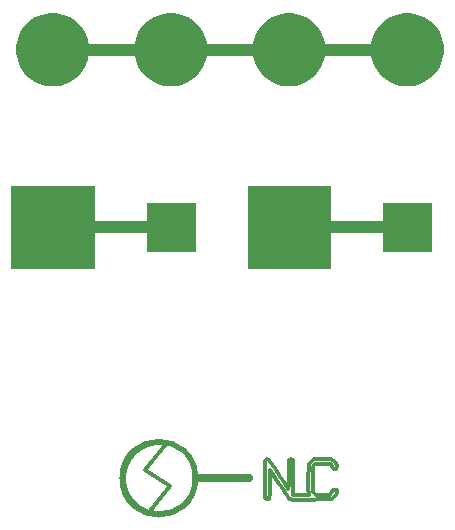
<source format=gbr>
G04 #@! TF.GenerationSoftware,KiCad,Pcbnew,(5.1.5-0)*
G04 #@! TF.CreationDate,2021-01-08T11:31:28-08:00*
G04 #@! TF.ProjectId,trackydacks,74726163-6b79-4646-9163-6b732e6b6963,rev?*
G04 #@! TF.SameCoordinates,Original*
G04 #@! TF.FileFunction,Soldermask,Top*
G04 #@! TF.FilePolarity,Negative*
%FSLAX46Y46*%
G04 Gerber Fmt 4.6, Leading zero omitted, Abs format (unit mm)*
G04 Created by KiCad (PCBNEW (5.1.5-0)) date 2021-01-08 11:31:28*
%MOMM*%
%LPD*%
G04 APERTURE LIST*
%ADD10C,1.000000*%
%ADD11C,0.100000*%
%ADD12C,0.300000*%
%ADD13C,0.000800*%
G04 APERTURE END LIST*
D10*
X135250000Y15500000D02*
X105250000Y15500000D01*
X125750000Y500000D02*
X135250000Y500000D01*
X105250000Y500000D02*
X115250000Y500000D01*
D11*
G36*
X137250000Y-1500000D02*
G01*
X133250000Y-1500000D01*
X133250000Y2500000D01*
X137250000Y2500000D01*
X137250000Y-1500000D01*
G37*
X137250000Y-1500000D02*
X133250000Y-1500000D01*
X133250000Y2500000D01*
X137250000Y2500000D01*
X137250000Y-1500000D01*
G36*
X117250000Y-1500000D02*
G01*
X113250000Y-1500000D01*
X113250000Y2500000D01*
X117250000Y2500000D01*
X117250000Y-1500000D01*
G37*
X117250000Y-1500000D02*
X113250000Y-1500000D01*
X113250000Y2500000D01*
X117250000Y2500000D01*
X117250000Y-1500000D01*
G36*
X128750000Y-3000000D02*
G01*
X121750000Y-3000000D01*
X121750000Y4000000D01*
X128750000Y4000000D01*
X128750000Y-3000000D01*
G37*
X128750000Y-3000000D02*
X121750000Y-3000000D01*
X121750000Y4000000D01*
X128750000Y4000000D01*
X128750000Y-3000000D01*
G36*
X108750000Y-3000000D02*
G01*
X101750000Y-3000000D01*
X101750000Y4000000D01*
X108750000Y4000000D01*
X108750000Y-3000000D01*
G37*
X108750000Y-3000000D02*
X101750000Y-3000000D01*
X101750000Y4000000D01*
X108750000Y4000000D01*
X108750000Y-3000000D01*
D12*
X115150000Y-21475000D02*
X113475000Y-23550000D01*
X113100000Y-20050000D02*
X115150000Y-21475000D01*
X114875000Y-17850000D02*
X113100000Y-20050000D01*
X117250000Y-20750000D02*
G75*
G03X117250000Y-20750000I-3000000J0D01*
G01*
X117391228Y-20775000D02*
G75*
G03X117391228Y-20775000I-3166228J0D01*
G01*
D13*
X114149872Y-20833982D02*
X114146064Y-20831424D01*
X114146064Y-20831424D02*
X114138471Y-20826323D01*
X114138471Y-20826323D02*
X114127128Y-20818701D01*
X114127128Y-20818701D02*
X114112096Y-20808596D01*
X114112096Y-20808596D02*
X114097166Y-20798555D01*
X114097166Y-20798555D02*
X114086038Y-20791068D01*
X114086038Y-20791068D02*
X114078649Y-20786094D01*
X114078649Y-20786094D02*
X114071286Y-20781138D01*
X114071286Y-20781138D02*
X114063948Y-20776198D01*
X114063948Y-20776198D02*
X114056636Y-20771273D01*
X114056636Y-20771273D02*
X114049350Y-20766365D01*
X114049350Y-20766365D02*
X114038466Y-20759032D01*
X114038466Y-20759032D02*
X114027645Y-20751739D01*
X114027645Y-20751739D02*
X114020462Y-20746894D01*
X114020462Y-20746894D02*
X114013304Y-20742066D01*
X114013304Y-20742066D02*
X114006171Y-20737256D01*
X114006171Y-20737256D02*
X113995520Y-20730068D01*
X113995520Y-20730068D02*
X113984931Y-20722920D01*
X113984931Y-20722920D02*
X113977904Y-20718175D01*
X113977904Y-20718175D02*
X113970901Y-20713446D01*
X113970901Y-20713446D02*
X113963924Y-20708733D01*
X113963924Y-20708733D02*
X113953506Y-20701693D01*
X113953506Y-20701693D02*
X113943151Y-20694693D01*
X113943151Y-20694693D02*
X113936280Y-20690046D01*
X113936280Y-20690046D02*
X113926019Y-20683105D01*
X113926019Y-20683105D02*
X113912431Y-20673908D01*
X113912431Y-20673908D02*
X113902311Y-20667056D01*
X113902311Y-20667056D02*
X113895597Y-20662508D01*
X113895597Y-20662508D02*
X113888908Y-20657977D01*
X113888908Y-20657977D02*
X113882246Y-20653462D01*
X113882246Y-20653462D02*
X113875610Y-20648963D01*
X113875610Y-20648963D02*
X113869001Y-20644483D01*
X113869001Y-20644483D02*
X113859133Y-20637790D01*
X113859133Y-20637790D02*
X113849331Y-20631138D01*
X113849331Y-20631138D02*
X113842828Y-20626724D01*
X113842828Y-20626724D02*
X113833120Y-20620131D01*
X113833120Y-20620131D02*
X113823477Y-20613581D01*
X113823477Y-20613581D02*
X113817081Y-20609234D01*
X113817081Y-20609234D02*
X113810711Y-20604903D01*
X113810711Y-20604903D02*
X113804367Y-20600589D01*
X113804367Y-20600589D02*
X113798049Y-20596293D01*
X113798049Y-20596293D02*
X113791760Y-20592013D01*
X113791760Y-20592013D02*
X113785497Y-20587750D01*
X113785497Y-20587750D02*
X113779260Y-20583504D01*
X113779260Y-20583504D02*
X113773050Y-20579275D01*
X113773050Y-20579275D02*
X113766869Y-20575064D01*
X113766869Y-20575064D02*
X113760714Y-20570869D01*
X113760714Y-20570869D02*
X113754585Y-20566691D01*
X113754585Y-20566691D02*
X113748483Y-20562531D01*
X113748483Y-20562531D02*
X113742408Y-20558388D01*
X113742408Y-20558388D02*
X113736361Y-20554261D01*
X113736361Y-20554261D02*
X113731843Y-20551178D01*
X113731843Y-20551178D02*
X113728840Y-20549129D01*
X113728840Y-20549129D02*
X113724347Y-20546061D01*
X113724347Y-20546061D02*
X113718382Y-20541986D01*
X113718382Y-20541986D02*
X113712443Y-20537929D01*
X113712443Y-20537929D02*
X113706530Y-20533887D01*
X113706530Y-20533887D02*
X113700645Y-20529863D01*
X113700645Y-20529863D02*
X113694788Y-20525857D01*
X113694788Y-20525857D02*
X113688957Y-20521868D01*
X113688957Y-20521868D02*
X113683154Y-20517897D01*
X113683154Y-20517897D02*
X113677378Y-20513943D01*
X113677378Y-20513943D02*
X113671630Y-20510006D01*
X113671630Y-20510006D02*
X113665909Y-20506087D01*
X113665909Y-20506087D02*
X113660215Y-20502185D01*
X113660215Y-20502185D02*
X113654549Y-20498300D01*
X113654549Y-20498300D02*
X113648911Y-20494434D01*
X113648911Y-20494434D02*
X113643300Y-20490583D01*
X113643300Y-20490583D02*
X113637717Y-20486751D01*
X113637717Y-20486751D02*
X113629391Y-20481034D01*
X113629391Y-20481034D02*
X113621133Y-20475361D01*
X113621133Y-20475361D02*
X113615660Y-20471597D01*
X113615660Y-20471597D02*
X113610214Y-20467853D01*
X113610214Y-20467853D02*
X113604797Y-20464126D01*
X113604797Y-20464126D02*
X113599408Y-20460417D01*
X113599408Y-20460417D02*
X113594046Y-20456725D01*
X113594046Y-20456725D02*
X113588712Y-20453051D01*
X113588712Y-20453051D02*
X113583406Y-20449395D01*
X113583406Y-20449395D02*
X113578128Y-20445758D01*
X113578128Y-20445758D02*
X113572877Y-20442136D01*
X113572877Y-20442136D02*
X113567655Y-20438533D01*
X113567655Y-20438533D02*
X113562461Y-20434948D01*
X113562461Y-20434948D02*
X113558585Y-20432271D01*
X113558585Y-20432271D02*
X113556008Y-20430492D01*
X113556008Y-20430492D02*
X113552156Y-20427831D01*
X113552156Y-20427831D02*
X113547046Y-20424300D01*
X113547046Y-20424300D02*
X113541965Y-20420787D01*
X113541965Y-20420787D02*
X113536911Y-20417290D01*
X113536911Y-20417290D02*
X113531885Y-20413812D01*
X113531885Y-20413812D02*
X113526887Y-20410351D01*
X113526887Y-20410351D02*
X113521918Y-20406909D01*
X113521918Y-20406909D02*
X113516977Y-20403484D01*
X113516977Y-20403484D02*
X113512063Y-20400078D01*
X113512063Y-20400078D02*
X113507179Y-20396690D01*
X113507179Y-20396690D02*
X113502323Y-20393321D01*
X113502323Y-20393321D02*
X113497495Y-20389968D01*
X113497495Y-20389968D02*
X113492695Y-20386634D01*
X113492695Y-20386634D02*
X113487925Y-20383318D01*
X113487925Y-20383318D02*
X113483183Y-20380021D01*
X113483183Y-20380021D02*
X113478468Y-20376741D01*
X113478468Y-20376741D02*
X113473782Y-20373480D01*
X113473782Y-20373480D02*
X113469126Y-20370237D01*
X113469126Y-20370237D02*
X113464498Y-20367012D01*
X113464498Y-20367012D02*
X113459898Y-20363805D01*
X113459898Y-20363805D02*
X113455327Y-20360616D01*
X113455327Y-20360616D02*
X113450785Y-20357445D01*
X113450785Y-20357445D02*
X113446271Y-20354292D01*
X113446271Y-20354292D02*
X113441786Y-20351158D01*
X113441786Y-20351158D02*
X113437330Y-20348042D01*
X113437330Y-20348042D02*
X113432902Y-20344946D01*
X113432902Y-20344946D02*
X113428504Y-20341868D01*
X113428504Y-20341868D02*
X113424135Y-20338807D01*
X113424135Y-20338807D02*
X113419794Y-20335765D01*
X113419794Y-20335765D02*
X113415482Y-20332741D01*
X113415482Y-20332741D02*
X113411200Y-20329736D01*
X113411200Y-20329736D02*
X113406946Y-20326749D01*
X113406946Y-20326749D02*
X113402720Y-20323782D01*
X113402720Y-20323782D02*
X113398525Y-20320833D01*
X113398525Y-20320833D02*
X113394359Y-20317902D01*
X113394359Y-20317902D02*
X113390220Y-20314990D01*
X113390220Y-20314990D02*
X113386111Y-20312095D01*
X113386111Y-20312095D02*
X113382031Y-20309219D01*
X113382031Y-20309219D02*
X113377980Y-20306362D01*
X113377980Y-20306362D02*
X113373959Y-20303524D01*
X113373959Y-20303524D02*
X113369967Y-20300704D01*
X113369967Y-20300704D02*
X113366005Y-20297904D01*
X113366005Y-20297904D02*
X113362072Y-20295123D01*
X113362072Y-20295123D02*
X113358167Y-20292359D01*
X113358167Y-20292359D02*
X113354292Y-20289614D01*
X113354292Y-20289614D02*
X113350446Y-20286887D01*
X113350446Y-20286887D02*
X113346631Y-20284181D01*
X113346631Y-20284181D02*
X113342845Y-20281493D01*
X113342845Y-20281493D02*
X113339087Y-20278823D01*
X113339087Y-20278823D02*
X113335361Y-20276173D01*
X113335361Y-20276173D02*
X113331663Y-20273542D01*
X113331663Y-20273542D02*
X113327996Y-20270930D01*
X113327996Y-20270930D02*
X113324357Y-20268335D01*
X113324357Y-20268335D02*
X113320748Y-20265760D01*
X113320748Y-20265760D02*
X113317169Y-20263204D01*
X113317169Y-20263204D02*
X113313618Y-20260667D01*
X113313618Y-20260667D02*
X113310098Y-20258150D01*
X113310098Y-20258150D02*
X113306609Y-20255651D01*
X113306609Y-20255651D02*
X113303149Y-20253171D01*
X113303149Y-20253171D02*
X113299718Y-20250710D01*
X113299718Y-20250710D02*
X113296317Y-20248268D01*
X113296317Y-20248268D02*
X113292945Y-20245846D01*
X113292945Y-20245846D02*
X113289605Y-20243443D01*
X113289605Y-20243443D02*
X113286294Y-20241059D01*
X113286294Y-20241059D02*
X113283014Y-20238694D01*
X113283014Y-20238694D02*
X113279763Y-20236348D01*
X113279763Y-20236348D02*
X113276543Y-20234023D01*
X113276543Y-20234023D02*
X113273352Y-20231715D01*
X113273352Y-20231715D02*
X113270191Y-20229426D01*
X113270191Y-20229426D02*
X113267841Y-20227723D01*
X113267841Y-20227723D02*
X113266283Y-20226593D01*
X113266283Y-20226593D02*
X113263960Y-20224908D01*
X113263960Y-20224908D02*
X113260889Y-20222678D01*
X113260889Y-20222678D02*
X113257849Y-20220467D01*
X113257849Y-20220467D02*
X113255590Y-20218822D01*
X113255590Y-20218822D02*
X113254093Y-20217732D01*
X113254093Y-20217732D02*
X113251861Y-20216104D01*
X113251861Y-20216104D02*
X113248911Y-20213951D01*
X113248911Y-20213951D02*
X113245992Y-20211818D01*
X113245992Y-20211818D02*
X113243103Y-20209704D01*
X113243103Y-20209704D02*
X113240244Y-20207610D01*
X113240244Y-20207610D02*
X113237417Y-20205536D01*
X113237417Y-20205536D02*
X113234619Y-20203481D01*
X113234619Y-20203481D02*
X113231853Y-20201445D01*
X113231853Y-20201445D02*
X113229117Y-20199429D01*
X113229117Y-20199429D02*
X113226412Y-20197433D01*
X113226412Y-20197433D02*
X113223736Y-20195456D01*
X113223736Y-20195456D02*
X113221091Y-20193498D01*
X113221091Y-20193498D02*
X113218478Y-20191560D01*
X113218478Y-20191560D02*
X113215895Y-20189642D01*
X113215895Y-20189642D02*
X113213342Y-20187743D01*
X113213342Y-20187743D02*
X113211447Y-20186333D01*
X113211447Y-20186333D02*
X113210195Y-20185399D01*
X113210195Y-20185399D02*
X113208950Y-20184469D01*
X113208950Y-20184469D02*
X113207712Y-20183545D01*
X113207712Y-20183545D02*
X113206482Y-20182626D01*
X113206482Y-20182626D02*
X113205260Y-20181711D01*
X113205260Y-20181711D02*
X113204045Y-20180801D01*
X113204045Y-20180801D02*
X113202837Y-20179897D01*
X113202837Y-20179897D02*
X113201339Y-20178772D01*
X113201339Y-20178772D02*
X113200744Y-20178324D01*
X113200744Y-20178324D02*
X113200150Y-20177878D01*
X113200150Y-20177878D02*
X113198674Y-20176768D01*
X113198674Y-20176768D02*
X113196337Y-20175008D01*
X113196337Y-20175008D02*
X113194892Y-20173919D01*
X113194892Y-20173919D02*
X113194317Y-20173484D01*
X113194317Y-20173484D02*
X113193459Y-20172836D01*
X113193459Y-20172836D02*
X113192322Y-20171977D01*
X113192322Y-20171977D02*
X113191192Y-20171122D01*
X113191192Y-20171122D02*
X113190350Y-20170484D01*
X113190350Y-20170484D02*
X113189791Y-20170060D01*
X113189791Y-20170060D02*
X113189234Y-20169638D01*
X113189234Y-20169638D02*
X113188680Y-20169218D01*
X113188680Y-20169218D02*
X113187299Y-20168168D01*
X113187299Y-20168168D02*
X113185660Y-20166921D01*
X113185660Y-20166921D02*
X113184577Y-20166096D01*
X113184577Y-20166096D02*
X113182966Y-20164867D01*
X113182966Y-20164867D02*
X113180846Y-20163246D01*
X113180846Y-20163246D02*
X113179538Y-20162244D01*
X113179538Y-20162244D02*
X113178241Y-20161249D01*
X113178241Y-20161249D02*
X113177212Y-20160458D01*
X113177212Y-20160458D02*
X113176445Y-20159869D01*
X113176445Y-20159869D02*
X113175936Y-20159479D01*
X113175936Y-20159479D02*
X113175430Y-20159089D01*
X113175430Y-20159089D02*
X113174926Y-20158699D01*
X113174926Y-20158699D02*
X113174423Y-20158311D01*
X113174423Y-20158311D02*
X113173923Y-20157925D01*
X113173923Y-20157925D02*
X113173175Y-20157348D01*
X113173175Y-20157348D02*
X113172432Y-20156774D01*
X113172432Y-20156774D02*
X113171940Y-20156393D01*
X113171940Y-20156393D02*
X113171204Y-20155823D01*
X113171204Y-20155823D02*
X113170472Y-20155256D01*
X113170472Y-20155256D02*
X113168782Y-20153944D01*
X113168782Y-20153944D02*
X113167591Y-20153017D01*
X113167591Y-20153017D02*
X113167117Y-20152648D01*
X113167117Y-20152648D02*
X113166411Y-20152097D01*
X113166411Y-20152097D02*
X113165710Y-20151549D01*
X113165710Y-20151549D02*
X113165244Y-20151185D01*
X113165244Y-20151185D02*
X113164781Y-20150823D01*
X113164781Y-20150823D02*
X113164319Y-20150463D01*
X113164319Y-20150463D02*
X113163173Y-20149564D01*
X113163173Y-20149564D02*
X113161365Y-20148145D01*
X113161365Y-20148145D02*
X113160031Y-20147093D01*
X113160031Y-20147093D02*
X113159371Y-20146571D01*
X113159371Y-20146571D02*
X113158280Y-20145709D01*
X113158280Y-20145709D02*
X113157632Y-20145196D01*
X113157632Y-20145196D02*
X113156561Y-20144347D01*
X113156561Y-20144347D02*
X113155712Y-20143672D01*
X113155712Y-20143672D02*
X113154453Y-20142669D01*
X113154453Y-20142669D02*
X113153214Y-20141679D01*
X113153214Y-20141679D02*
X113152396Y-20141024D01*
X113152396Y-20141024D02*
X113151789Y-20140538D01*
X113151789Y-20140538D02*
X113150986Y-20139892D01*
X113150986Y-20139892D02*
X113150192Y-20139252D01*
X113150192Y-20139252D02*
X113149209Y-20138459D01*
X113149209Y-20138459D02*
X113148432Y-20137830D01*
X113148432Y-20137830D02*
X113147854Y-20137362D01*
X113147854Y-20137362D02*
X113146712Y-20136434D01*
X113146712Y-20136434D02*
X113146148Y-20135975D01*
X113146148Y-20135975D02*
X113145402Y-20135368D01*
X113145402Y-20135368D02*
X113144848Y-20134916D01*
X113144848Y-20134916D02*
X113143935Y-20134167D01*
X113143935Y-20134167D02*
X113143213Y-20133574D01*
X113143213Y-20133574D02*
X113142499Y-20132986D01*
X113142499Y-20132986D02*
X113141793Y-20132403D01*
X113141793Y-20132403D02*
X113140749Y-20131539D01*
X113140749Y-20131539D02*
X113139724Y-20130686D01*
X113139724Y-20130686D02*
X113139050Y-20130124D01*
X113139050Y-20130124D02*
X113138384Y-20129567D01*
X113138384Y-20129567D02*
X113137726Y-20129014D01*
X113137726Y-20129014D02*
X113137237Y-20128604D01*
X113137237Y-20128604D02*
X113136434Y-20127926D01*
X113136434Y-20127926D02*
X113135958Y-20127524D01*
X113135958Y-20127524D02*
X113135174Y-20126859D01*
X113135174Y-20126859D02*
X113134710Y-20126464D01*
X113134710Y-20126464D02*
X113133947Y-20125813D01*
X113133947Y-20125813D02*
X113133495Y-20125427D01*
X113133495Y-20125427D02*
X113132603Y-20124659D01*
X113132603Y-20124659D02*
X113132164Y-20124280D01*
X113132164Y-20124280D02*
X113131729Y-20123904D01*
X113131729Y-20123904D02*
X113131015Y-20123284D01*
X113131015Y-20123284D02*
X113130453Y-20122794D01*
X113130453Y-20122794D02*
X113129898Y-20122309D01*
X113129898Y-20122309D02*
X113129218Y-20121711D01*
X113129218Y-20121711D02*
X113128285Y-20120885D01*
X113128285Y-20120885D02*
X113127763Y-20120421D01*
X113127763Y-20120421D02*
X113127249Y-20119962D01*
X113127249Y-20119962D02*
X113126743Y-20119507D01*
X113126743Y-20119507D02*
X113126122Y-20118948D01*
X113126122Y-20118948D02*
X113125394Y-20118286D01*
X113125394Y-20118286D02*
X113124801Y-20117745D01*
X113124801Y-20117745D02*
X113124220Y-20117210D01*
X113124220Y-20117210D02*
X113123428Y-20116476D01*
X113123428Y-20116476D02*
X113122987Y-20116063D01*
X113122987Y-20116063D02*
X113122553Y-20115657D01*
X113122553Y-20115657D02*
X113122128Y-20115255D01*
X113122128Y-20115255D02*
X113121711Y-20114859D01*
X113121711Y-20114859D02*
X113121302Y-20114468D01*
X113121302Y-20114468D02*
X113120802Y-20113986D01*
X113120802Y-20113986D02*
X113120123Y-20113325D01*
X113120123Y-20113325D02*
X113119469Y-20112680D01*
X113119469Y-20112680D02*
X113118929Y-20112140D01*
X113118929Y-20112140D02*
X113118408Y-20111613D01*
X113118408Y-20111613D02*
X113117986Y-20111180D01*
X113117986Y-20111180D02*
X113117577Y-20110757D01*
X113117577Y-20110757D02*
X113117026Y-20110178D01*
X113117026Y-20110178D02*
X113116500Y-20109616D01*
X113116500Y-20109616D02*
X113115862Y-20108917D01*
X113115862Y-20108917D02*
X113115392Y-20108391D01*
X113115392Y-20108391D02*
X113114826Y-20107739D01*
X113114826Y-20107739D02*
X113114415Y-20107251D01*
X113114415Y-20107251D02*
X113113976Y-20106712D01*
X113113976Y-20106712D02*
X113113568Y-20106194D01*
X113113568Y-20106194D02*
X113113194Y-20105697D01*
X113113194Y-20105697D02*
X113112852Y-20105221D01*
X113112852Y-20105221D02*
X113112473Y-20104656D01*
X113112473Y-20104656D02*
X113112143Y-20104126D01*
X113112143Y-20104126D02*
X113111816Y-20103532D01*
X113111816Y-20103532D02*
X113111662Y-20103210D01*
X115159320Y-21530773D02*
X115159127Y-21530130D01*
X115159127Y-21530130D02*
X115158777Y-21529654D01*
X115158777Y-21529654D02*
X115158301Y-21529109D01*
X115158301Y-21529109D02*
X115157586Y-21528376D01*
X115157586Y-21528376D02*
X115157133Y-21527937D01*
X115157133Y-21527937D02*
X115156688Y-21527519D01*
X115156688Y-21527519D02*
X115156266Y-21527132D01*
X115156266Y-21527132D02*
X115155746Y-21526664D01*
X115155746Y-21526664D02*
X115155257Y-21526232D01*
X115155257Y-21526232D02*
X115154662Y-21525714D01*
X115154662Y-21525714D02*
X115153943Y-21525099D01*
X115153943Y-21525099D02*
X115153262Y-21524524D01*
X115153262Y-21524524D02*
X115152542Y-21523922D01*
X115152542Y-21523922D02*
X115151783Y-21523295D01*
X115151783Y-21523295D02*
X115150983Y-21522641D01*
X115150983Y-21522641D02*
X115150144Y-21521961D01*
X115150144Y-21521961D02*
X115149267Y-21521256D01*
X115149267Y-21521256D02*
X115148815Y-21520894D01*
X115148815Y-21520894D02*
X115148352Y-21520524D01*
X115148352Y-21520524D02*
X115147878Y-21520148D01*
X115147878Y-21520148D02*
X115147395Y-21519765D01*
X115147395Y-21519765D02*
X115146903Y-21519377D01*
X115146903Y-21519377D02*
X115146148Y-21518784D01*
X115146148Y-21518784D02*
X115145368Y-21518173D01*
X115145368Y-21518173D02*
X115144839Y-21517759D01*
X115144839Y-21517759D02*
X115144299Y-21517338D01*
X115144299Y-21517338D02*
X115143748Y-21516910D01*
X115143748Y-21516910D02*
X115143189Y-21516477D01*
X115143189Y-21516477D02*
X115142620Y-21516037D01*
X115142620Y-21516037D02*
X115141750Y-21515368D01*
X115141750Y-21515368D02*
X115140556Y-21514451D01*
X115140556Y-21514451D02*
X115139322Y-21513508D01*
X115139322Y-21513508D02*
X115138050Y-21512540D01*
X115138050Y-21512540D02*
X115136741Y-21511547D01*
X115136741Y-21511547D02*
X115135734Y-21510783D01*
X115135734Y-21510783D02*
X115135051Y-21510269D01*
X115135051Y-21510269D02*
X115134011Y-21509486D01*
X115134011Y-21509486D02*
X115132947Y-21508686D01*
X115132947Y-21508686D02*
X115132227Y-21508146D01*
X115132227Y-21508146D02*
X115131131Y-21507326D01*
X115131131Y-21507326D02*
X115129636Y-21506209D01*
X115129636Y-21506209D02*
X115128489Y-21505354D01*
X115128489Y-21505354D02*
X115127714Y-21504776D01*
X115127714Y-21504776D02*
X115126534Y-21503901D01*
X115126534Y-21503901D02*
X115124928Y-21502710D01*
X115124928Y-21502710D02*
X115123285Y-21501496D01*
X115123285Y-21501496D02*
X115121607Y-21500257D01*
X115121607Y-21500257D02*
X115120322Y-21499311D01*
X115120322Y-21499311D02*
X115119456Y-21498673D01*
X115119456Y-21498673D02*
X115118140Y-21497707D01*
X115118140Y-21497707D02*
X115116353Y-21496397D01*
X115116353Y-21496397D02*
X115114531Y-21495063D01*
X115114531Y-21495063D02*
X115112671Y-21493704D01*
X115112671Y-21493704D02*
X115110776Y-21492321D01*
X115110776Y-21492321D02*
X115109330Y-21491267D01*
X115109330Y-21491267D02*
X115108357Y-21490559D01*
X115108357Y-21490559D02*
X115106880Y-21489486D01*
X115106880Y-21489486D02*
X115104879Y-21488034D01*
X115104879Y-21488034D02*
X115102843Y-21486558D01*
X115102843Y-21486558D02*
X115101292Y-21485434D01*
X115101292Y-21485434D02*
X115100248Y-21484679D01*
X115100248Y-21484679D02*
X115099195Y-21483918D01*
X115099195Y-21483918D02*
X115098133Y-21483150D01*
X115098133Y-21483150D02*
X115096525Y-21481990D01*
X115096525Y-21481990D02*
X115094895Y-21480815D01*
X115094895Y-21480815D02*
X115093798Y-21480026D01*
X115093798Y-21480026D02*
X115092140Y-21478832D01*
X115092140Y-21478832D02*
X115089895Y-21477218D01*
X115089895Y-21477218D02*
X115088187Y-21475991D01*
X115088187Y-21475991D02*
X115087040Y-21475166D01*
X115087040Y-21475166D02*
X115085303Y-21473921D01*
X115085303Y-21473921D02*
X115082957Y-21472240D01*
X115082957Y-21472240D02*
X115080576Y-21470535D01*
X115080576Y-21470535D02*
X115078160Y-21468807D01*
X115078160Y-21468807D02*
X115075712Y-21467058D01*
X115075712Y-21467058D02*
X115073229Y-21465287D01*
X115073229Y-21465287D02*
X115070714Y-21463493D01*
X115070714Y-21463493D02*
X115068164Y-21461677D01*
X115068164Y-21461677D02*
X115065583Y-21459840D01*
X115065583Y-21459840D02*
X115062968Y-21457981D01*
X115062968Y-21457981D02*
X115060321Y-21456100D01*
X115060321Y-21456100D02*
X115057640Y-21454197D01*
X115057640Y-21454197D02*
X115054927Y-21452272D01*
X115054927Y-21452272D02*
X115052182Y-21450327D01*
X115052182Y-21450327D02*
X115049404Y-21448360D01*
X115049404Y-21448360D02*
X115046594Y-21446371D01*
X115046594Y-21446371D02*
X115043751Y-21444361D01*
X115043751Y-21444361D02*
X115040877Y-21442332D01*
X115040877Y-21442332D02*
X115037971Y-21440281D01*
X115037971Y-21440281D02*
X115035033Y-21438208D01*
X115035033Y-21438208D02*
X115032063Y-21436114D01*
X115032063Y-21436114D02*
X115029062Y-21433999D01*
X115029062Y-21433999D02*
X115026029Y-21431863D01*
X115026029Y-21431863D02*
X115022965Y-21429707D01*
X115022965Y-21429707D02*
X115019870Y-21427530D01*
X115019870Y-21427530D02*
X115016745Y-21425334D01*
X115016745Y-21425334D02*
X115012002Y-21422004D01*
X115012002Y-21422004D02*
X115007182Y-21418621D01*
X115007182Y-21418621D02*
X115003934Y-21416344D01*
X115003934Y-21416344D02*
X115000655Y-21414046D01*
X115000655Y-21414046D02*
X114997346Y-21411728D01*
X114997346Y-21411728D02*
X114994007Y-21409391D01*
X114994007Y-21409391D02*
X114990638Y-21407035D01*
X114990638Y-21407035D02*
X114987238Y-21404658D01*
X114987238Y-21404658D02*
X114983809Y-21402261D01*
X114983809Y-21402261D02*
X114980350Y-21399844D01*
X114980350Y-21399844D02*
X114976861Y-21397409D01*
X114976861Y-21397409D02*
X114973344Y-21394954D01*
X114973344Y-21394954D02*
X114969797Y-21392480D01*
X114969797Y-21392480D02*
X114966221Y-21389987D01*
X114966221Y-21389987D02*
X114962617Y-21387475D01*
X114962617Y-21387475D02*
X114958983Y-21384944D01*
X114958983Y-21384944D02*
X114955320Y-21382393D01*
X114955320Y-21382393D02*
X114951629Y-21379825D01*
X114951629Y-21379825D02*
X114947910Y-21377237D01*
X114947910Y-21377237D02*
X114942281Y-21373325D01*
X114942281Y-21373325D02*
X114934674Y-21368040D01*
X114934674Y-21368040D02*
X114928891Y-21364024D01*
X114928891Y-21364024D02*
X114925002Y-21361326D01*
X114925002Y-21361326D02*
X114921087Y-21358610D01*
X114921087Y-21358610D02*
X114917144Y-21355877D01*
X114917144Y-21355877D02*
X114914168Y-21353814D01*
X114914168Y-21353814D02*
X114912175Y-21352432D01*
X114912175Y-21352432D02*
X114909176Y-21350355D01*
X114909176Y-21350355D02*
X114905153Y-21347568D01*
X114905153Y-21347568D02*
X114902116Y-21345465D01*
X114902116Y-21345465D02*
X114900084Y-21344058D01*
X114900084Y-21344058D02*
X114897024Y-21341941D01*
X114897024Y-21341941D02*
X114893946Y-21339811D01*
X114893946Y-21339811D02*
X114891887Y-21338386D01*
X114891887Y-21338386D02*
X114886716Y-21334810D01*
X114886716Y-21334810D02*
X114880446Y-21330476D01*
X114880446Y-21330476D02*
X114877289Y-21328295D01*
X114877289Y-21328295D02*
X114875178Y-21326835D01*
X114875178Y-21326835D02*
X114869875Y-21323174D01*
X114869875Y-21323174D02*
X114863450Y-21318739D01*
X114863450Y-21318739D02*
X114859135Y-21315761D01*
X114859135Y-21315761D02*
X114852620Y-21311267D01*
X114852620Y-21311267D02*
X114843839Y-21305213D01*
X114843839Y-21305213D02*
X114834958Y-21299095D01*
X114834958Y-21299095D02*
X114828229Y-21294461D01*
X114828229Y-21294461D02*
X114823713Y-21291352D01*
X114823713Y-21291352D02*
X114819174Y-21288228D01*
X114819174Y-21288228D02*
X114814610Y-21285088D01*
X114814610Y-21285088D02*
X114807722Y-21280351D01*
X114807722Y-21280351D02*
X114798449Y-21273977D01*
X114798449Y-21273977D02*
X114791429Y-21269154D01*
X114791429Y-21269154D02*
X114786720Y-21265920D01*
X114786720Y-21265920D02*
X114781989Y-21262671D01*
X114781989Y-21262671D02*
X114777234Y-21259407D01*
X114777234Y-21259407D02*
X114772456Y-21256128D01*
X114772456Y-21256128D02*
X114767655Y-21252834D01*
X114767655Y-21252834D02*
X114762831Y-21249525D01*
X114762831Y-21249525D02*
X114759196Y-21247032D01*
X114759196Y-21247032D02*
X114756768Y-21245367D01*
X114756768Y-21245367D02*
X114750674Y-21241190D01*
X114750674Y-21241190D02*
X114743307Y-21236140D01*
X114743307Y-21236140D02*
X114738369Y-21232758D01*
X114738369Y-21232758D02*
X114730924Y-21227660D01*
X114730924Y-21227660D02*
X114720917Y-21220809D01*
X114720917Y-21220809D02*
X114710821Y-21213902D01*
X114710821Y-21213902D02*
X114700639Y-21206938D01*
X114700639Y-21206938D02*
X114690371Y-21199919D01*
X114690371Y-21199919D02*
X114680021Y-21192846D01*
X114680021Y-21192846D02*
X114672199Y-21187504D01*
X114672199Y-21187504D02*
X114666961Y-21183927D01*
X114666961Y-21183927D02*
X114661702Y-21180337D01*
X114661702Y-21180337D02*
X114656423Y-21176735D01*
X114656423Y-21176735D02*
X114651124Y-21173119D01*
X114651124Y-21173119D02*
X114645805Y-21169490D01*
X114645805Y-21169490D02*
X114640465Y-21165849D01*
X114640465Y-21165849D02*
X114635107Y-21162195D01*
X114635107Y-21162195D02*
X114627034Y-21156691D01*
X114627034Y-21156691D02*
X114616197Y-21149306D01*
X114616197Y-21149306D02*
X114605283Y-21141872D01*
X114605283Y-21141872D02*
X114594294Y-21134389D01*
X114594294Y-21134389D02*
X114586000Y-21128743D01*
X114586000Y-21128743D02*
X114580448Y-21124965D01*
X114580448Y-21124965D02*
X114574879Y-21121176D01*
X114574879Y-21121176D02*
X114569291Y-21117375D01*
X114569291Y-21117375D02*
X114560878Y-21111654D01*
X114560878Y-21111654D02*
X114552419Y-21105904D01*
X114552419Y-21105904D02*
X114546759Y-21102058D01*
X114546759Y-21102058D02*
X114538238Y-21096267D01*
X114538238Y-21096267D02*
X114526812Y-21088505D01*
X114526812Y-21088505D02*
X114518194Y-21082653D01*
X114518194Y-21082653D02*
X114512429Y-21078740D01*
X114512429Y-21078740D02*
X114503753Y-21072851D01*
X114503753Y-21072851D02*
X114495035Y-21066935D01*
X114495035Y-21066935D02*
X114489203Y-21062979D01*
X114489203Y-21062979D02*
X114480427Y-21057027D01*
X114480427Y-21057027D02*
X114471609Y-21051049D01*
X114471609Y-21051049D02*
X114465713Y-21047052D01*
X114465713Y-21047052D02*
X114459800Y-21043045D01*
X114459800Y-21043045D02*
X114453871Y-21039029D01*
X114453871Y-21039029D02*
X114447927Y-21035002D01*
X114447927Y-21035002D02*
X114441966Y-21030964D01*
X114441966Y-21030964D02*
X114435990Y-21026917D01*
X114435990Y-21026917D02*
X114429999Y-21022861D01*
X114429999Y-21022861D02*
X114423993Y-21018795D01*
X114423993Y-21018795D02*
X114417972Y-21014720D01*
X114417972Y-21014720D02*
X114408915Y-21008592D01*
X114408915Y-21008592D02*
X114396784Y-21000386D01*
X114396784Y-21000386D02*
X114384595Y-20992143D01*
X114384595Y-20992143D02*
X114372349Y-20983866D01*
X114372349Y-20983866D02*
X114364664Y-20978673D01*
X114364664Y-20978673D02*
X114361584Y-20976592D01*
X114361584Y-20976592D02*
X114356961Y-20973469D01*
X114356961Y-20973469D02*
X114347689Y-20967207D01*
X114347689Y-20967207D02*
X114338383Y-20960922D01*
X114338383Y-20960922D02*
X114332164Y-20956724D01*
X114332164Y-20956724D02*
X114325932Y-20952517D01*
X114325932Y-20952517D02*
X114321248Y-20949355D01*
X114321248Y-20949355D02*
X114314995Y-20945135D01*
X114314995Y-20945135D02*
X114311862Y-20943022D01*
X114311862Y-20943022D02*
X114307159Y-20939849D01*
X114307159Y-20939849D02*
X114300875Y-20935611D01*
X114300875Y-20935611D02*
X114294579Y-20931365D01*
X114294579Y-20931365D02*
X114288270Y-20927111D01*
X114288270Y-20927111D02*
X114283531Y-20923915D01*
X114283531Y-20923915D02*
X114280367Y-20921784D01*
X114280367Y-20921784D02*
X114275617Y-20918582D01*
X114275617Y-20918582D02*
X114269272Y-20914306D01*
X114269272Y-20914306D02*
X114259734Y-20907881D01*
X114259734Y-20907881D02*
X114246973Y-20899286D01*
X114246973Y-20899286D02*
X114234166Y-20890662D01*
X114234166Y-20890662D02*
X114221314Y-20882012D01*
X114221314Y-20882012D02*
X114211644Y-20875505D01*
X114211644Y-20875505D02*
X114205186Y-20871161D01*
X114205186Y-20871161D02*
X114195480Y-20864633D01*
X114195480Y-20864633D02*
X114182499Y-20855904D01*
X114182499Y-20855904D02*
X114172736Y-20849342D01*
X114172736Y-20849342D02*
X114166215Y-20844960D01*
X114166215Y-20844960D02*
X114159685Y-20840573D01*
X114159685Y-20840573D02*
X114153145Y-20836180D01*
X114153145Y-20836180D02*
X114149872Y-20833982D01*
X114341496Y-22529998D02*
X114351940Y-22517311D01*
X114351940Y-22517311D02*
X114367540Y-22498360D01*
X114367540Y-22498360D02*
X114377906Y-22485768D01*
X114377906Y-22485768D02*
X114393399Y-22466945D01*
X114393399Y-22466945D02*
X114413936Y-22441991D01*
X114413936Y-22441991D02*
X114434335Y-22417201D01*
X114434335Y-22417201D02*
X114447006Y-22401799D01*
X114447006Y-22401799D02*
X114452059Y-22395655D01*
X114452059Y-22395655D02*
X114459626Y-22386459D01*
X114459626Y-22386459D02*
X114474696Y-22368140D01*
X114474696Y-22368140D02*
X114489668Y-22349937D01*
X114489668Y-22349937D02*
X114499601Y-22337859D01*
X114499601Y-22337859D02*
X114509494Y-22325830D01*
X114509494Y-22325830D02*
X114519344Y-22313849D01*
X114519344Y-22313849D02*
X114534044Y-22295970D01*
X114534044Y-22295970D02*
X114553482Y-22272325D01*
X114553482Y-22272325D02*
X114567935Y-22254741D01*
X114567935Y-22254741D02*
X114577517Y-22243085D01*
X114577517Y-22243085D02*
X114587049Y-22231485D01*
X114587049Y-22231485D02*
X114596533Y-22219943D01*
X114596533Y-22219943D02*
X114605968Y-22208462D01*
X114605968Y-22208462D02*
X114613009Y-22199891D01*
X114613009Y-22199891D02*
X114617689Y-22194196D01*
X114617689Y-22194196D02*
X114629340Y-22180014D01*
X114629340Y-22180014D02*
X114647798Y-22157544D01*
X114647798Y-22157544D02*
X114666040Y-22135334D01*
X114666040Y-22135334D02*
X114684058Y-22113389D01*
X114684058Y-22113389D02*
X114697415Y-22097119D01*
X114697415Y-22097119D02*
X114706251Y-22086354D01*
X114706251Y-22086354D02*
X114712838Y-22078330D01*
X114712838Y-22078330D02*
X114717211Y-22073001D01*
X114717211Y-22073001D02*
X114723746Y-22065041D01*
X114723746Y-22065041D02*
X114732402Y-22054493D01*
X114732402Y-22054493D02*
X114740997Y-22044018D01*
X114740997Y-22044018D02*
X114753779Y-22028440D01*
X114753779Y-22028440D02*
X114766401Y-22013055D01*
X114766401Y-22013055D02*
X114774740Y-22002888D01*
X114774740Y-22002888D02*
X114787135Y-21987778D01*
X114787135Y-21987778D02*
X114803414Y-21967926D01*
X114803414Y-21967926D02*
X114815433Y-21953264D01*
X114815433Y-21953264D02*
X114823365Y-21943588D01*
X114823365Y-21943588D02*
X114835140Y-21929223D01*
X114835140Y-21929223D02*
X114850575Y-21910389D01*
X114850575Y-21910389D02*
X114865715Y-21891911D01*
X114865715Y-21891911D02*
X114880554Y-21873794D01*
X114880554Y-21873794D02*
X114889660Y-21862674D01*
X114889660Y-21862674D02*
X114893273Y-21858260D01*
X114893273Y-21858260D02*
X114898659Y-21851683D01*
X114898659Y-21851683D02*
X114909303Y-21838684D01*
X114909303Y-21838684D02*
X114919747Y-21825926D01*
X114919747Y-21825926D02*
X114926613Y-21817533D01*
X114926613Y-21817533D02*
X114936769Y-21805120D01*
X114936769Y-21805120D02*
X114946716Y-21792960D01*
X114946716Y-21792960D02*
X114953249Y-21784971D01*
X114953249Y-21784971D02*
X114959696Y-21777086D01*
X114959696Y-21777086D02*
X114966059Y-21769306D01*
X114966059Y-21769306D02*
X114975448Y-21757819D01*
X114975448Y-21757819D02*
X114984616Y-21746599D01*
X114984616Y-21746599D02*
X114990624Y-21739245D01*
X114990624Y-21739245D02*
X114999478Y-21728407D01*
X114999478Y-21728407D02*
X115010946Y-21714361D01*
X115010946Y-21714361D02*
X115022041Y-21700767D01*
X115022041Y-21700767D02*
X115028768Y-21692520D01*
X115028768Y-21692520D02*
X115031422Y-21689265D01*
X115031422Y-21689265D02*
X115035363Y-21684434D01*
X115035363Y-21684434D02*
X115040527Y-21678100D01*
X115040527Y-21678100D02*
X115045594Y-21671884D01*
X115045594Y-21671884D02*
X115050562Y-21665788D01*
X115050562Y-21665788D02*
X115055431Y-21659812D01*
X115055431Y-21659812D02*
X115060200Y-21653957D01*
X115060200Y-21653957D02*
X115064867Y-21648224D01*
X115064867Y-21648224D02*
X115068298Y-21644009D01*
X115068298Y-21644009D02*
X115070555Y-21641234D01*
X115070555Y-21641234D02*
X115073896Y-21637129D01*
X115073896Y-21637129D02*
X115078256Y-21631770D01*
X115078256Y-21631770D02*
X115082511Y-21626536D01*
X115082511Y-21626536D02*
X115086662Y-21621430D01*
X115086662Y-21621430D02*
X115090706Y-21616452D01*
X115090706Y-21616452D02*
X115094644Y-21611603D01*
X115094644Y-21611603D02*
X115098472Y-21606884D01*
X115098472Y-21606884D02*
X115102194Y-21602297D01*
X115102194Y-21602297D02*
X115105806Y-21597842D01*
X115105806Y-21597842D02*
X115109308Y-21593521D01*
X115109308Y-21593521D02*
X115111857Y-21590371D01*
X115111857Y-21590371D02*
X115113525Y-21588311D01*
X115113525Y-21588311D02*
X115115978Y-21585281D01*
X115115978Y-21585281D02*
X115119145Y-21581366D01*
X115119145Y-21581366D02*
X115122198Y-21577587D01*
X115122198Y-21577587D02*
X115125137Y-21573948D01*
X115125137Y-21573948D02*
X115127962Y-21570447D01*
X115127962Y-21570447D02*
X115130671Y-21567086D01*
X115130671Y-21567086D02*
X115133263Y-21563867D01*
X115133263Y-21563867D02*
X115135737Y-21560790D01*
X115135737Y-21560790D02*
X115138094Y-21557856D01*
X115138094Y-21557856D02*
X115139780Y-21555754D01*
X115139780Y-21555754D02*
X115140869Y-21554397D01*
X115140869Y-21554397D02*
X115142448Y-21552423D01*
X115142448Y-21552423D02*
X115143953Y-21550540D01*
X115143953Y-21550540D02*
X115144921Y-21549328D01*
X115144921Y-21549328D02*
X115146320Y-21547573D01*
X115146320Y-21547573D02*
X115147641Y-21545912D01*
X115147641Y-21545912D02*
X115148487Y-21544850D01*
X115148487Y-21544850D02*
X115149702Y-21543319D01*
X115149702Y-21543319D02*
X115150652Y-21542117D01*
X115150652Y-21542117D02*
X115151020Y-21541651D01*
X115151020Y-21541651D02*
X115151380Y-21541194D01*
X115151380Y-21541194D02*
X115151734Y-21540747D01*
X115151734Y-21540747D02*
X115152250Y-21540093D01*
X115152250Y-21540093D02*
X115152908Y-21539255D01*
X115152908Y-21539255D02*
X115153536Y-21538456D01*
X115153536Y-21538456D02*
X115154133Y-21537695D01*
X115154133Y-21537695D02*
X115154559Y-21537150D01*
X115154559Y-21537150D02*
X115155230Y-21536287D01*
X115155230Y-21536287D02*
X115155607Y-21535800D01*
X115155607Y-21535800D02*
X115156199Y-21535034D01*
X115156199Y-21535034D02*
X115156636Y-21534465D01*
X115156636Y-21534465D02*
X115157040Y-21533936D01*
X115157040Y-21533936D02*
X115157412Y-21533447D01*
X115157412Y-21533447D02*
X115157985Y-21532686D01*
X115157985Y-21532686D02*
X115158397Y-21532128D01*
X115158397Y-21532128D02*
X115158735Y-21531659D01*
X115158735Y-21531659D02*
X115159072Y-21531175D01*
X115159072Y-21531175D02*
X115159320Y-21530773D01*
D12*
X121950660Y-20935001D02*
X119695021Y-20935001D01*
D13*
X112068867Y-23016906D02*
X112068154Y-23016217D01*
X112068154Y-23016217D02*
X112066729Y-23014839D01*
X112066729Y-23014839D02*
X112064596Y-23012774D01*
X112064596Y-23012774D02*
X112062286Y-23010534D01*
X112062286Y-23010534D02*
X112059627Y-23007952D01*
X112059627Y-23007952D02*
X112058211Y-23006575D01*
X112058211Y-23006575D02*
X112055381Y-23003818D01*
X112055381Y-23003818D02*
X112051146Y-22999682D01*
X112051146Y-22999682D02*
X112049559Y-22998129D01*
X112049559Y-22998129D02*
X112047625Y-22996234D01*
X112047625Y-22996234D02*
X112045515Y-22994166D01*
X112045515Y-22994166D02*
X112039202Y-22987953D01*
X112039202Y-22987953D02*
X112037103Y-22985882D01*
X112037103Y-22985882D02*
X112035705Y-22984501D01*
X112035705Y-22984501D02*
X112034309Y-22983119D01*
X112034309Y-22983119D02*
X112032913Y-22981737D01*
X112032913Y-22981737D02*
X112030823Y-22979664D01*
X112030823Y-22979664D02*
X112028039Y-22976900D01*
X112028039Y-22976900D02*
X112024567Y-22973444D01*
X112024567Y-22973444D02*
X112022486Y-22971368D01*
X112022486Y-22971368D02*
X112016950Y-22965832D01*
X112016950Y-22965832D02*
X112012122Y-22960986D01*
X112012122Y-22960986D02*
X112010745Y-22959600D01*
X112010745Y-22959600D02*
X112009370Y-22958214D01*
X112009370Y-22958214D02*
X112006623Y-22955444D01*
X112006623Y-22955444D02*
X112003195Y-22951978D01*
X112003195Y-22951978D02*
X112001142Y-22949897D01*
X112001142Y-22949897D02*
X112000116Y-22948856D01*
X112000116Y-22948856D02*
X111999432Y-22948162D01*
X111999432Y-22948162D02*
X111998407Y-22947121D01*
X111998407Y-22947121D02*
X111997042Y-22945734D01*
X111997042Y-22945734D02*
X111994315Y-22942958D01*
X111994315Y-22942958D02*
X111992953Y-22941569D01*
X111992953Y-22941569D02*
X111991594Y-22940182D01*
X111991594Y-22940182D02*
X111990235Y-22938793D01*
X111990235Y-22938793D02*
X111988876Y-22937403D01*
X111988876Y-22937403D02*
X111986842Y-22935320D01*
X111986842Y-22935320D02*
X111984133Y-22932540D01*
X111984133Y-22932540D02*
X111982441Y-22930802D01*
X111982441Y-22930802D02*
X111981766Y-22930107D01*
X111981766Y-22930107D02*
X111978729Y-22926979D01*
X111978729Y-22926979D02*
X111975696Y-22923847D01*
X111975696Y-22923847D02*
X111975024Y-22923152D01*
X111975024Y-22923152D02*
X111970656Y-22918627D01*
X111970656Y-22918627D02*
X111967974Y-22915841D01*
X111967974Y-22915841D02*
X111965296Y-22913054D01*
X111965296Y-22913054D02*
X111963291Y-22910963D01*
X111963291Y-22910963D02*
X111960623Y-22908174D01*
X111960623Y-22908174D02*
X111959624Y-22907129D01*
X111959624Y-22907129D02*
X111958958Y-22906432D01*
X111958958Y-22906432D02*
X111957960Y-22905386D01*
X111957960Y-22905386D02*
X111956628Y-22903989D01*
X111956628Y-22903989D02*
X111955298Y-22902594D01*
X111955298Y-22902594D02*
X111953970Y-22901198D01*
X111953970Y-22901198D02*
X111952643Y-22899802D01*
X111952643Y-22899802D02*
X111951317Y-22898405D01*
X111951317Y-22898405D02*
X111948669Y-22895613D01*
X111948669Y-22895613D02*
X111943387Y-22890024D01*
X111943387Y-22890024D02*
X111942399Y-22888976D01*
X111942399Y-22888976D02*
X111941739Y-22888275D01*
X111941739Y-22888275D02*
X111940752Y-22887227D01*
X111940752Y-22887227D02*
X111939437Y-22885829D01*
X111939437Y-22885829D02*
X111938123Y-22884431D01*
X111938123Y-22884431D02*
X111935497Y-22881631D01*
X111935497Y-22881631D02*
X111931568Y-22877431D01*
X111931568Y-22877431D02*
X111930260Y-22876030D01*
X111930260Y-22876030D02*
X111928953Y-22874629D01*
X111928953Y-22874629D02*
X111927648Y-22873228D01*
X111927648Y-22873228D02*
X111923739Y-22869022D01*
X111923739Y-22869022D02*
X111921138Y-22866218D01*
X111921138Y-22866218D02*
X111920163Y-22865165D01*
X111920163Y-22865165D02*
X111919515Y-22864464D01*
X111919515Y-22864464D02*
X111917895Y-22862710D01*
X111917895Y-22862710D02*
X111915952Y-22860605D01*
X111915952Y-22860605D02*
X111910782Y-22854986D01*
X111910782Y-22854986D02*
X111909492Y-22853581D01*
X111909492Y-22853581D02*
X111907561Y-22851473D01*
X111907561Y-22851473D02*
X111901780Y-22845145D01*
X111901780Y-22845145D02*
X111900499Y-22843738D01*
X111900499Y-22843738D02*
X111899218Y-22842329D01*
X111899218Y-22842329D02*
X111897301Y-22840219D01*
X111897301Y-22840219D02*
X111894109Y-22836698D01*
X111894109Y-22836698D02*
X111891561Y-22833879D01*
X111891561Y-22833879D02*
X111890765Y-22832998D01*
X111890765Y-22832998D02*
X111889016Y-22831058D01*
X111889016Y-22831058D02*
X111887745Y-22829648D01*
X111887745Y-22829648D02*
X111886476Y-22828238D01*
X111886476Y-22828238D02*
X111879516Y-22820474D01*
X111879516Y-22820474D02*
X111876679Y-22817295D01*
X111876679Y-22817295D02*
X111876049Y-22816588D01*
X111876049Y-22816588D02*
X111872590Y-22812700D01*
X111872590Y-22812700D02*
X111868669Y-22808278D01*
X111868669Y-22808278D02*
X111867574Y-22807040D01*
X111867574Y-22807040D02*
X111866635Y-22805978D01*
X111866635Y-22805978D02*
X111866011Y-22805271D01*
X111866011Y-22805271D02*
X111865073Y-22804209D01*
X111865073Y-22804209D02*
X111859462Y-22797834D01*
X111859462Y-22797834D02*
X111856976Y-22794999D01*
X111856976Y-22794999D02*
X111855115Y-22792872D01*
X111855115Y-22792872D02*
X111852016Y-22789324D01*
X111852016Y-22789324D02*
X111850160Y-22787194D01*
X111850160Y-22787194D02*
X111848924Y-22785773D01*
X111848924Y-22785773D02*
X111847689Y-22784353D01*
X111847689Y-22784353D02*
X111846456Y-22782932D01*
X111846456Y-22782932D02*
X111840613Y-22776179D01*
X111840613Y-22776179D02*
X111839999Y-22775466D01*
X111839999Y-22775466D02*
X111839079Y-22774400D01*
X111839079Y-22774400D02*
X111838313Y-22773510D01*
X111838313Y-22773510D02*
X111836630Y-22771555D01*
X111836630Y-22771555D02*
X111834795Y-22769419D01*
X111834795Y-22769419D02*
X111830826Y-22764789D01*
X111830826Y-22764789D02*
X111830217Y-22764076D01*
X111830217Y-22764076D02*
X111829304Y-22763006D01*
X111829304Y-22763006D02*
X111827934Y-22761401D01*
X111827934Y-22761401D02*
X111826872Y-22760155D01*
X111826872Y-22760155D02*
X111824445Y-22757302D01*
X111824445Y-22757302D02*
X111821114Y-22753376D01*
X111821114Y-22753376D02*
X111820508Y-22752661D01*
X111820508Y-22752661D02*
X111819602Y-22751590D01*
X111819602Y-22751590D02*
X111818395Y-22750162D01*
X111818395Y-22750162D02*
X111817189Y-22748734D01*
X111817189Y-22748734D02*
X111815079Y-22746231D01*
X111815079Y-22746231D02*
X111814476Y-22745516D01*
X111814476Y-22745516D02*
X111811470Y-22741940D01*
X111811470Y-22741940D02*
X111810870Y-22741225D01*
X111810870Y-22741225D02*
X111808172Y-22738005D01*
X111808172Y-22738005D02*
X111805478Y-22734781D01*
X111805478Y-22734781D02*
X111804880Y-22734065D01*
X111804880Y-22734065D02*
X111801003Y-22729407D01*
X111801003Y-22729407D02*
X111798623Y-22726539D01*
X111798623Y-22726539D02*
X111796840Y-22724386D01*
X111796840Y-22724386D02*
X111795949Y-22723309D01*
X111795949Y-22723309D02*
X111795355Y-22722590D01*
X111795355Y-22722590D02*
X111794465Y-22721513D01*
X111794465Y-22721513D02*
X111791505Y-22717923D01*
X111791505Y-22717923D02*
X111789142Y-22715049D01*
X111789142Y-22715049D02*
X111787372Y-22712892D01*
X111787372Y-22712892D02*
X111786487Y-22711812D01*
X111786487Y-22711812D02*
X111785899Y-22711093D01*
X111785899Y-22711093D02*
X111785016Y-22710014D01*
X111785016Y-22710014D02*
X111783840Y-22708575D01*
X111783840Y-22708575D02*
X111782078Y-22706417D01*
X111782078Y-22706417D02*
X111779733Y-22703537D01*
X111779733Y-22703537D02*
X111777977Y-22701375D01*
X111777977Y-22701375D02*
X111776807Y-22699933D01*
X111776807Y-22699933D02*
X111775637Y-22698490D01*
X111775637Y-22698490D02*
X111774470Y-22697049D01*
X111774470Y-22697049D02*
X111768068Y-22689111D01*
X111768068Y-22689111D02*
X111766327Y-22686944D01*
X111766327Y-22686944D02*
X111765169Y-22685499D01*
X111765169Y-22685499D02*
X111761122Y-22680439D01*
X111761122Y-22680439D02*
X111759391Y-22678268D01*
X111759391Y-22678268D02*
X111758239Y-22676820D01*
X111758239Y-22676820D02*
X111755936Y-22673924D01*
X111755936Y-22673924D02*
X111754213Y-22671751D01*
X111754213Y-22671751D02*
X111752492Y-22669577D01*
X111752492Y-22669577D02*
X111751346Y-22668127D01*
X111751346Y-22668127D02*
X111750202Y-22666677D01*
X111750202Y-22666677D02*
X111749058Y-22665226D01*
X111749058Y-22665226D02*
X111746774Y-22662323D01*
X111746774Y-22662323D02*
X111745064Y-22660146D01*
X111745064Y-22660146D02*
X111742788Y-22657242D01*
X111742788Y-22657242D02*
X111740372Y-22654153D01*
X111740372Y-22654153D02*
X111738245Y-22651426D01*
X111738245Y-22651426D02*
X111735415Y-22647786D01*
X111735415Y-22647786D02*
X111734568Y-22646694D01*
X111734568Y-22646694D02*
X111734004Y-22645967D01*
X111734004Y-22645967D02*
X111730761Y-22641779D01*
X111730761Y-22641779D02*
X111729214Y-22639775D01*
X111729214Y-22639775D02*
X111725565Y-22635034D01*
X111725565Y-22635034D02*
X111725005Y-22634304D01*
X111725005Y-22634304D02*
X111723046Y-22631751D01*
X111723046Y-22631751D02*
X111721927Y-22630290D01*
X111721927Y-22630290D02*
X111720810Y-22628829D01*
X111720810Y-22628829D02*
X111719694Y-22627368D01*
X111719694Y-22627368D02*
X111718022Y-22625175D01*
X111718022Y-22625175D02*
X111715797Y-22622250D01*
X111715797Y-22622250D02*
X111713576Y-22619324D01*
X111713576Y-22619324D02*
X111712188Y-22617494D01*
X111712188Y-22617494D02*
X111711634Y-22616761D01*
X111711634Y-22616761D02*
X111705145Y-22608150D01*
X111705145Y-22608150D02*
X111703355Y-22605765D01*
X111703355Y-22605765D02*
X111702805Y-22605031D01*
X111702805Y-22605031D02*
X111697869Y-22598420D01*
X111697869Y-22598420D02*
X111697323Y-22597687D01*
X111697323Y-22597687D02*
X111696502Y-22596584D01*
X111696502Y-22596584D02*
X111689961Y-22587753D01*
X111689961Y-22587753D02*
X111689146Y-22586649D01*
X111689146Y-22586649D02*
X111688603Y-22585913D01*
X111688603Y-22585913D02*
X111687247Y-22584071D01*
X111687247Y-22584071D02*
X111684808Y-22580752D01*
X111684808Y-22580752D02*
X111684268Y-22580015D01*
X111684268Y-22580015D02*
X111683457Y-22578909D01*
X111683457Y-22578909D02*
X111682377Y-22577433D01*
X111682377Y-22577433D02*
X111680760Y-22575219D01*
X111680760Y-22575219D02*
X111678471Y-22572079D01*
X111678471Y-22572079D02*
X111676992Y-22570046D01*
X111676992Y-22570046D02*
X111676186Y-22568938D01*
X111676186Y-22568938D02*
X111675649Y-22568199D01*
X111675649Y-22568199D02*
X111672970Y-22564500D01*
X111672970Y-22564500D02*
X111672436Y-22563761D01*
X111672436Y-22563761D02*
X111670032Y-22560430D01*
X111670032Y-22560430D02*
X111667898Y-22557466D01*
X111667898Y-22557466D02*
X111663644Y-22551533D01*
X111663644Y-22551533D02*
X111661919Y-22549120D01*
X111661919Y-22549120D02*
X111660198Y-22546706D01*
X111660198Y-22546706D02*
X111659670Y-22545963D01*
X111659670Y-22545963D02*
X111657294Y-22542620D01*
X111657294Y-22542620D02*
X111654922Y-22539274D01*
X111654922Y-22539274D02*
X111654397Y-22538531D01*
X111654397Y-22538531D02*
X111650982Y-22533691D01*
X111650982Y-22533691D02*
X111649409Y-22531456D01*
X111649409Y-22531456D02*
X111646795Y-22527730D01*
X111646795Y-22527730D02*
X111644054Y-22523812D01*
X111644054Y-22523812D02*
X111642362Y-22521385D01*
X111642362Y-22521385D02*
X111641843Y-22520640D01*
X111641843Y-22520640D02*
X111640544Y-22518773D01*
X111640544Y-22518773D02*
X111639246Y-22516905D01*
X111639246Y-22516905D02*
X111638728Y-22516157D01*
X111638728Y-22516157D02*
X111636399Y-22512793D01*
X111636399Y-22512793D02*
X111634331Y-22509799D01*
X111634331Y-22509799D02*
X111630209Y-22503806D01*
X111630209Y-22503806D02*
X111629053Y-22502120D01*
X111629053Y-22502120D02*
X111626871Y-22498932D01*
X111626871Y-22498932D02*
X111626359Y-22498181D01*
X111626359Y-22498181D02*
X111621761Y-22491423D01*
X111621761Y-22491423D02*
X111621251Y-22490672D01*
X111621251Y-22490672D02*
X111619978Y-22488792D01*
X111619978Y-22488792D02*
X111617688Y-22485405D01*
X111617688Y-22485405D02*
X111617181Y-22484654D01*
X111617181Y-22484654D02*
X111616420Y-22483525D01*
X111616420Y-22483525D02*
X111615406Y-22482019D01*
X111615406Y-22482019D02*
X111614646Y-22480889D01*
X111614646Y-22480889D02*
X111614140Y-22480135D01*
X111614140Y-22480135D02*
X111611738Y-22476555D01*
X111611738Y-22476555D02*
X111609596Y-22473350D01*
X111609596Y-22473350D02*
X111609092Y-22472596D01*
X111609092Y-22472596D02*
X111606578Y-22468822D01*
X111606578Y-22468822D02*
X111606076Y-22468067D01*
X111606076Y-22468067D02*
X111604698Y-22465990D01*
X111604698Y-22465990D02*
X111602567Y-22462776D01*
X111602567Y-22462776D02*
X111602067Y-22462019D01*
X111602067Y-22462019D02*
X111597577Y-22455206D01*
X111597577Y-22455206D02*
X111597079Y-22454449D01*
X111597079Y-22454449D02*
X111595837Y-22452554D01*
X111595837Y-22452554D02*
X111592365Y-22447246D01*
X111592365Y-22447246D02*
X111591375Y-22445728D01*
X111591375Y-22445728D02*
X111590633Y-22444589D01*
X111590633Y-22444589D02*
X111590139Y-22443829D01*
X111590139Y-22443829D02*
X111589399Y-22442691D01*
X111589399Y-22442691D02*
X111587795Y-22440220D01*
X111587795Y-22440220D02*
X111585950Y-22437370D01*
X111585950Y-22437370D02*
X111583984Y-22434326D01*
X111583984Y-22434326D02*
X111582023Y-22431281D01*
X111582023Y-22431281D02*
X111580922Y-22429568D01*
X111580922Y-22429568D02*
X111579577Y-22427471D01*
X111579577Y-22427471D02*
X111578844Y-22426327D01*
X111578844Y-22426327D02*
X111578356Y-22425564D01*
X111578356Y-22425564D02*
X111577625Y-22424421D01*
X111577625Y-22424421D02*
X111575678Y-22421369D01*
X111575678Y-22421369D02*
X111573977Y-22418697D01*
X111573977Y-22418697D02*
X111573491Y-22417934D01*
X111573491Y-22417934D02*
X111572764Y-22416788D01*
X111572764Y-22416788D02*
X111571794Y-22415259D01*
X111571794Y-22415259D02*
X111569858Y-22412200D01*
X111569858Y-22412200D02*
X111567925Y-22409139D01*
X111567925Y-22409139D02*
X111567201Y-22407991D01*
X111567201Y-22407991D02*
X111566719Y-22407224D01*
X111566719Y-22407224D02*
X111565997Y-22406077D01*
X111565997Y-22406077D02*
X111565035Y-22404545D01*
X111565035Y-22404545D02*
X111564072Y-22403011D01*
X111564072Y-22403011D02*
X111563112Y-22401478D01*
X111563112Y-22401478D02*
X111562152Y-22399944D01*
X111562152Y-22399944D02*
X111561194Y-22398410D01*
X111561194Y-22398410D02*
X111560236Y-22396875D01*
X111560236Y-22396875D02*
X111559280Y-22395340D01*
X111559280Y-22395340D02*
X111558326Y-22393805D01*
X111558326Y-22393805D02*
X111556894Y-22391500D01*
X111556894Y-22391500D02*
X111555463Y-22389193D01*
X111555463Y-22389193D02*
X111554512Y-22387656D01*
X111554512Y-22387656D02*
X111553561Y-22386117D01*
X111553561Y-22386117D02*
X111552611Y-22384577D01*
X111552611Y-22384577D02*
X111551663Y-22383038D01*
X111551663Y-22383038D02*
X111550715Y-22381498D01*
X111550715Y-22381498D02*
X111549296Y-22379187D01*
X111549296Y-22379187D02*
X111545522Y-22373017D01*
X111545522Y-22373017D02*
X111544110Y-22370701D01*
X111544110Y-22370701D02*
X111543522Y-22369735D01*
X111543522Y-22369735D02*
X111541764Y-22366839D01*
X111541764Y-22366839D02*
X111540357Y-22364519D01*
X111540357Y-22364519D02*
X111538720Y-22361812D01*
X111538720Y-22361812D02*
X111538252Y-22361037D01*
X111538252Y-22361037D02*
X111536619Y-22358328D01*
X111536619Y-22358328D02*
X111534757Y-22355229D01*
X111534757Y-22355229D02*
X111533827Y-22353679D01*
X111533827Y-22353679D02*
X111532434Y-22351353D01*
X111532434Y-22351353D02*
X111530580Y-22348249D01*
X111530580Y-22348249D02*
X111528152Y-22344172D01*
X111528152Y-22344172D02*
X111523892Y-22336978D01*
X111523892Y-22336978D02*
X111523433Y-22336199D01*
X111523433Y-22336199D02*
X111521712Y-22333278D01*
X111521712Y-22333278D02*
X111519310Y-22329188D01*
X111519310Y-22329188D02*
X111518854Y-22328409D01*
X111518854Y-22328409D02*
X111518169Y-22327239D01*
X111518169Y-22327239D02*
X111517257Y-22325679D01*
X111517257Y-22325679D02*
X111515435Y-22322556D01*
X111515435Y-22322556D02*
X111513619Y-22319432D01*
X111513619Y-22319432D02*
X111512258Y-22317086D01*
X111512258Y-22317086D02*
X111509994Y-22313174D01*
X111509994Y-22313174D02*
X111509091Y-22311609D01*
X111509091Y-22311609D02*
X111508188Y-22310042D01*
X111508188Y-22310042D02*
X111507624Y-22309062D01*
X111507624Y-22309062D02*
X111506387Y-22306908D01*
X111506387Y-22306908D02*
X111505038Y-22304556D01*
X111505038Y-22304556D02*
X111503690Y-22302202D01*
X111503690Y-22302202D02*
X111502793Y-22300632D01*
X111502793Y-22300632D02*
X111501897Y-22299062D01*
X111501897Y-22299062D02*
X111501003Y-22297491D01*
X111501003Y-22297491D02*
X111500109Y-22295920D01*
X111500109Y-22295920D02*
X111499217Y-22294349D01*
X111499217Y-22294349D02*
X111498325Y-22292775D01*
X111498325Y-22292775D02*
X111497434Y-22291202D01*
X111497434Y-22291202D02*
X111496544Y-22289627D01*
X111496544Y-22289627D02*
X111495656Y-22288054D01*
X111495656Y-22288054D02*
X111494768Y-22286479D01*
X111494768Y-22286479D02*
X111493880Y-22284902D01*
X111493880Y-22284902D02*
X111492552Y-22282538D01*
X111492552Y-22282538D02*
X111491225Y-22280173D01*
X111491225Y-22280173D02*
X111489460Y-22277016D01*
X111489460Y-22277016D02*
X111488578Y-22275437D01*
X111488578Y-22275437D02*
X111487698Y-22273857D01*
X111487698Y-22273857D02*
X111486819Y-22272277D01*
X111486819Y-22272277D02*
X111485503Y-22269906D01*
X111485503Y-22269906D02*
X111484188Y-22267533D01*
X111484188Y-22267533D02*
X111483312Y-22265950D01*
X111483312Y-22265950D02*
X111482000Y-22263574D01*
X111482000Y-22263574D02*
X111480144Y-22260205D01*
X111480144Y-22260205D02*
X111478295Y-22256835D01*
X111478295Y-22256835D02*
X111477861Y-22256042D01*
X111477861Y-22256042D02*
X111477210Y-22254852D01*
X111477210Y-22254852D02*
X111474824Y-22250482D01*
X111474824Y-22250482D02*
X111474392Y-22249689D01*
X111474392Y-22249689D02*
X111474067Y-22249092D01*
X111474067Y-22249092D02*
X111472231Y-22245713D01*
X111472231Y-22245713D02*
X111471799Y-22244916D01*
X111471799Y-22244916D02*
X111469431Y-22240538D01*
X111469431Y-22240538D02*
X111468786Y-22239343D01*
X111468786Y-22239343D02*
X111468357Y-22238546D01*
X111468357Y-22238546D02*
X111467714Y-22237351D01*
X111467714Y-22237351D02*
X111466000Y-22234162D01*
X111466000Y-22234162D02*
X111464718Y-22231768D01*
X111464718Y-22231768D02*
X111463437Y-22229372D01*
X111463437Y-22229372D02*
X111462585Y-22227775D01*
X111462585Y-22227775D02*
X111460882Y-22224578D01*
X111460882Y-22224578D02*
X111459925Y-22222778D01*
X111459925Y-22222778D02*
X111459183Y-22221378D01*
X111459183Y-22221378D02*
X111458336Y-22219778D01*
X111458336Y-22219778D02*
X111457490Y-22218177D01*
X111457490Y-22218177D02*
X111456644Y-22216575D01*
X111456644Y-22216575D02*
X111455798Y-22214972D01*
X111455798Y-22214972D02*
X111454953Y-22213368D01*
X111454953Y-22213368D02*
X111454425Y-22212365D01*
X111454425Y-22212365D02*
X111453268Y-22210160D01*
X111453268Y-22210160D02*
X111451587Y-22206949D01*
X111451587Y-22206949D02*
X111450747Y-22205342D01*
X111450747Y-22205342D02*
X111450119Y-22204138D01*
X111450119Y-22204138D02*
X111449699Y-22203333D01*
X111449699Y-22203333D02*
X111448234Y-22200519D01*
X111448234Y-22200519D02*
X111446564Y-22197300D01*
X111446564Y-22197300D02*
X111445938Y-22196092D01*
X111445938Y-22196092D02*
X111445521Y-22195287D01*
X111445521Y-22195287D02*
X111444482Y-22193274D01*
X111444482Y-22193274D02*
X111442611Y-22189645D01*
X111442611Y-22189645D02*
X111442197Y-22188839D01*
X111442197Y-22188839D02*
X111441575Y-22187629D01*
X111441575Y-22187629D02*
X111440643Y-22185813D01*
X111440643Y-22185813D02*
X111439093Y-22182785D01*
X111439093Y-22182785D02*
X111436209Y-22177126D01*
X111436209Y-22177126D02*
X111434155Y-22173079D01*
X111434155Y-22173079D02*
X111433336Y-22171459D01*
X111433336Y-22171459D02*
X111432517Y-22169838D01*
X111432517Y-22169838D02*
X111431292Y-22167406D01*
X111431292Y-22167406D02*
X111430068Y-22164973D01*
X111430068Y-22164973D02*
X111429252Y-22163348D01*
X111429252Y-22163348D02*
X111428335Y-22161521D01*
X111428335Y-22161521D02*
X111426811Y-22158476D01*
X111426811Y-22158476D02*
X111425999Y-22156849D01*
X111425999Y-22156849D02*
X111425189Y-22155222D01*
X111425189Y-22155222D02*
X111424379Y-22153595D01*
X111424379Y-22153595D02*
X111423167Y-22151153D01*
X111423167Y-22151153D02*
X111421956Y-22148709D01*
X111421956Y-22148709D02*
X111420346Y-22145449D01*
X111420346Y-22145449D02*
X111418339Y-22141370D01*
X111418339Y-22141370D02*
X111417136Y-22138920D01*
X111417136Y-22138920D02*
X111416635Y-22137898D01*
X111416635Y-22137898D02*
X111415536Y-22135651D01*
X111415536Y-22135651D02*
X111414738Y-22134017D01*
X111414738Y-22134017D02*
X111411751Y-22127878D01*
X111411751Y-22127878D02*
X111411355Y-22127060D01*
X111411355Y-22127060D02*
X111410363Y-22125011D01*
X111410363Y-22125011D02*
X111408581Y-22121321D01*
X111408581Y-22121321D02*
X111408185Y-22120501D01*
X111408185Y-22120501D02*
X111406016Y-22115986D01*
X111406016Y-22115986D02*
X111405230Y-22114343D01*
X111405230Y-22114343D02*
X111404738Y-22113316D01*
X111404738Y-22113316D02*
X111403657Y-22111054D01*
X111403657Y-22111054D02*
X111402872Y-22109408D01*
X111402872Y-22109408D02*
X111402089Y-22107763D01*
X111402089Y-22107763D02*
X111401306Y-22106116D01*
X111401306Y-22106116D02*
X111400523Y-22104467D01*
X111400523Y-22104467D02*
X111399353Y-22101995D01*
X111399353Y-22101995D02*
X111398184Y-22099522D01*
X111398184Y-22099522D02*
X111396628Y-22096220D01*
X111396628Y-22096220D02*
X111395852Y-22094569D01*
X111395852Y-22094569D02*
X111394689Y-22092091D01*
X111394689Y-22092091D02*
X111393430Y-22089403D01*
X111393430Y-22089403D02*
X111392177Y-22086717D01*
X111392177Y-22086717D02*
X111391791Y-22085888D01*
X111391791Y-22085888D02*
X111388330Y-22078431D01*
X111388330Y-22078431D02*
X111387946Y-22077602D01*
X111387946Y-22077602D02*
X111387275Y-22076150D01*
X111387275Y-22076150D02*
X111386606Y-22074698D01*
X111386606Y-22074698D02*
X111385268Y-22071791D01*
X111385268Y-22071791D02*
X111384887Y-22070961D01*
X111384887Y-22070961D02*
X111384316Y-22069715D01*
X111384316Y-22069715D02*
X111383554Y-22068052D01*
X111383554Y-22068052D02*
X111382793Y-22066388D01*
X111382793Y-22066388D02*
X111382033Y-22064725D01*
X111382033Y-22064725D02*
X111380517Y-22061396D01*
X111380517Y-22061396D02*
X111379759Y-22059730D01*
X111379759Y-22059730D02*
X111379003Y-22058063D01*
X111379003Y-22058063D02*
X111378247Y-22056395D01*
X111378247Y-22056395D02*
X111377491Y-22054726D01*
X111377491Y-22054726D02*
X111376737Y-22053056D01*
X111376737Y-22053056D02*
X111375984Y-22051387D01*
X111375984Y-22051387D02*
X111375232Y-22049716D01*
X111375232Y-22049716D02*
X111374482Y-22048046D01*
X111374482Y-22048046D02*
X111372233Y-22043028D01*
X111372233Y-22043028D02*
X111371486Y-22041355D01*
X111371486Y-22041355D02*
X111370272Y-22038631D01*
X111370272Y-22038631D02*
X111368691Y-22035070D01*
X111368691Y-22035070D02*
X111368319Y-22034232D01*
X111368319Y-22034232D02*
X111367020Y-22031295D01*
X111367020Y-22031295D02*
X111365723Y-22028356D01*
X111365723Y-22028356D02*
X111365354Y-22027517D01*
X111365354Y-22027517D02*
X111364430Y-22025415D01*
X111364430Y-22025415D02*
X111363323Y-22022892D01*
X111363323Y-22022892D02*
X111362587Y-22021211D01*
X111362587Y-22021211D02*
X111361484Y-22018685D01*
X111361484Y-22018685D02*
X111360382Y-22016158D01*
X111360382Y-22016158D02*
X111359650Y-22014473D01*
X111359650Y-22014473D02*
X111358918Y-22012787D01*
X111358918Y-22012787D02*
X111358186Y-22011100D01*
X111358186Y-22011100D02*
X111357455Y-22009412D01*
X111357455Y-22009412D02*
X111355634Y-22005190D01*
X111355634Y-22005190D02*
X111353725Y-22000750D01*
X111353725Y-22000750D02*
X111353092Y-21999271D01*
X111353092Y-21999271D02*
X111352366Y-21997578D01*
X111352366Y-21997578D02*
X111350379Y-21992919D01*
X111350379Y-21992919D02*
X111350019Y-21992071D01*
X111350019Y-21992071D02*
X111347949Y-21987193D01*
X111347949Y-21987193D02*
X111347501Y-21986133D01*
X111347501Y-21986133D02*
X111347141Y-21985282D01*
X111347141Y-21985282D02*
X111345888Y-21982309D01*
X111345888Y-21982309D02*
X111345174Y-21980610D01*
X111345174Y-21980610D02*
X111344637Y-21979334D01*
X111344637Y-21979334D02*
X111344280Y-21978483D01*
X111344280Y-21978483D02*
X111343745Y-21977206D01*
X111343745Y-21977206D02*
X111343032Y-21975504D01*
X111343032Y-21975504D02*
X111342321Y-21973801D01*
X111342321Y-21973801D02*
X111341610Y-21972097D01*
X111341610Y-21972097D02*
X111340899Y-21970392D01*
X111340899Y-21970392D02*
X111340190Y-21968686D01*
X111340190Y-21968686D02*
X111339659Y-21967407D01*
X111339659Y-21967407D02*
X111339305Y-21966554D01*
X111339305Y-21966554D02*
X111338775Y-21965274D01*
X111338775Y-21965274D02*
X111338067Y-21963565D01*
X111338067Y-21963565D02*
X111336833Y-21960574D01*
X111336833Y-21960574D02*
X111336481Y-21959721D01*
X111336481Y-21959721D02*
X111334549Y-21955017D01*
X111334549Y-21955017D02*
X111333059Y-21951378D01*
X111333059Y-21951378D02*
X111331225Y-21946878D01*
X111331225Y-21946878D02*
X111330877Y-21946021D01*
X111330877Y-21946021D02*
X111328962Y-21941298D01*
X111328962Y-21941298D02*
X111328268Y-21939581D01*
X111328268Y-21939581D02*
X111327487Y-21937646D01*
X111327487Y-21937646D02*
X111326881Y-21936141D01*
X111326881Y-21936141D02*
X111326190Y-21934421D01*
X111326190Y-21934421D02*
X111325500Y-21932700D01*
X111325500Y-21932700D02*
X111324810Y-21930978D01*
X111324810Y-21930978D02*
X111324120Y-21929255D01*
X111324120Y-21929255D02*
X111323431Y-21927531D01*
X111323431Y-21927531D02*
X111323001Y-21926453D01*
X111323001Y-21926453D02*
X111321542Y-21922786D01*
X111321542Y-21922786D02*
X111321200Y-21921923D01*
X111321200Y-21921923D02*
X111319491Y-21917604D01*
X111319491Y-21917604D02*
X111319149Y-21916739D01*
X111319149Y-21916739D02*
X111317531Y-21912632D01*
X111317531Y-21912632D02*
X111316767Y-21910685D01*
X111316767Y-21910685D02*
X111316427Y-21909819D01*
X111316427Y-21909819D02*
X111315919Y-21908520D01*
X111315919Y-21908520D02*
X111314056Y-21903753D01*
X111314056Y-21903753D02*
X111313718Y-21902884D01*
X111313718Y-21902884D02*
X111312537Y-21899848D01*
X111312537Y-21899848D02*
X111311865Y-21898113D01*
X111311865Y-21898113D02*
X111311192Y-21896375D01*
X111311192Y-21896375D02*
X111310520Y-21894636D01*
X111310520Y-21894636D02*
X111309848Y-21892897D01*
X111309848Y-21892897D02*
X111309178Y-21891158D01*
X111309178Y-21891158D02*
X111308091Y-21888327D01*
X111308091Y-21888327D02*
X111307173Y-21885932D01*
X111307173Y-21885932D02*
X111306507Y-21884190D01*
X111306507Y-21884190D02*
X111303848Y-21877210D01*
X111303848Y-21877210D02*
X111302771Y-21874369D01*
X111302771Y-21874369D02*
X111301369Y-21870655D01*
X111301369Y-21870655D02*
X111301039Y-21869780D01*
X111301039Y-21869780D02*
X111299887Y-21866717D01*
X111299887Y-21866717D02*
X111299230Y-21864965D01*
X111299230Y-21864965D02*
X111298574Y-21863212D01*
X111298574Y-21863212D02*
X111297918Y-21861458D01*
X111297918Y-21861458D02*
X111297264Y-21859705D01*
X111297264Y-21859705D02*
X111296610Y-21857950D01*
X111296610Y-21857950D02*
X111295305Y-21854438D01*
X111295305Y-21854438D02*
X111294653Y-21852681D01*
X111294653Y-21852681D02*
X111294245Y-21851581D01*
X111294245Y-21851581D02*
X111292705Y-21847404D01*
X111292705Y-21847404D02*
X111292057Y-21845644D01*
X111292057Y-21845644D02*
X111290280Y-21840800D01*
X111290280Y-21840800D02*
X111289956Y-21839917D01*
X111289956Y-21839917D02*
X111289473Y-21838594D01*
X111289473Y-21838594D02*
X111289071Y-21837491D01*
X111289071Y-21837491D02*
X111288188Y-21835064D01*
X111288188Y-21835064D02*
X111287546Y-21833297D01*
X111287546Y-21833297D02*
X111286904Y-21831529D01*
X111286904Y-21831529D02*
X111284985Y-21826225D01*
X111284985Y-21826225D02*
X111284346Y-21824454D01*
X111284346Y-21824454D02*
X111283233Y-21821353D01*
X111283233Y-21821353D02*
X111282915Y-21820467D01*
X111282915Y-21820467D02*
X111282439Y-21819138D01*
X111282439Y-21819138D02*
X111281803Y-21817364D01*
X111281803Y-21817364D02*
X111281170Y-21815591D01*
X111281170Y-21815591D02*
X111280695Y-21814259D01*
X111280695Y-21814259D02*
X111280380Y-21813372D01*
X111280380Y-21813372D02*
X111279906Y-21812040D01*
X111279906Y-21812040D02*
X111279275Y-21810263D01*
X111279275Y-21810263D02*
X111278172Y-21807150D01*
X111278172Y-21807150D02*
X111277858Y-21806261D01*
X111277858Y-21806261D02*
X111275662Y-21800029D01*
X111275662Y-21800029D02*
X111275350Y-21799139D01*
X111275350Y-21799139D02*
X111274880Y-21797801D01*
X111274880Y-21797801D02*
X111274256Y-21796018D01*
X111274256Y-21796018D02*
X111273632Y-21794233D01*
X111273632Y-21794233D02*
X111273010Y-21792449D01*
X111273010Y-21792449D02*
X111272388Y-21790663D01*
X111272388Y-21790663D02*
X111271767Y-21788876D01*
X111271767Y-21788876D02*
X111271147Y-21787089D01*
X111271147Y-21787089D02*
X111270529Y-21785302D01*
X111270529Y-21785302D02*
X111269910Y-21783512D01*
X111269910Y-21783512D02*
X111269292Y-21781722D01*
X111269292Y-21781722D02*
X111266981Y-21775000D01*
X111266981Y-21775000D02*
X111266675Y-21774104D01*
X111266675Y-21774104D02*
X111266444Y-21773431D01*
X111266444Y-21773431D02*
X111264991Y-21769168D01*
X111264991Y-21769168D02*
X111264379Y-21767370D01*
X111264379Y-21767370D02*
X111263769Y-21765573D01*
X111263769Y-21765573D02*
X111263160Y-21763774D01*
X111263160Y-21763774D02*
X111262552Y-21761976D01*
X111262552Y-21761976D02*
X111261944Y-21760175D01*
X111261944Y-21760175D02*
X111261338Y-21758374D01*
X111261338Y-21758374D02*
X111260732Y-21756573D01*
X111260732Y-21756573D02*
X111260127Y-21754771D01*
X111260127Y-21754771D02*
X111259521Y-21752966D01*
X111259521Y-21752966D02*
X111258465Y-21749807D01*
X111258465Y-21749807D02*
X111258165Y-21748906D01*
X111258165Y-21748906D02*
X111257713Y-21747551D01*
X111257713Y-21747551D02*
X111256062Y-21742580D01*
X111256062Y-21742580D02*
X111255762Y-21741676D01*
X111255762Y-21741676D02*
X111254716Y-21738509D01*
X111254716Y-21738509D02*
X111253671Y-21735339D01*
X111253671Y-21735339D02*
X111253374Y-21734434D01*
X111253374Y-21734434D02*
X111252928Y-21733073D01*
X111252928Y-21733073D02*
X111252334Y-21731260D01*
X111252334Y-21731260D02*
X111251740Y-21729445D01*
X111251740Y-21729445D02*
X111251148Y-21727631D01*
X111251148Y-21727631D02*
X111250556Y-21725815D01*
X111250556Y-21725815D02*
X111249373Y-21722178D01*
X111249373Y-21722178D02*
X111248195Y-21718539D01*
X111248195Y-21718539D02*
X111247607Y-21716719D01*
X111247607Y-21716719D02*
X111245994Y-21711709D01*
X111245994Y-21711709D02*
X111245700Y-21710796D01*
X111245700Y-21710796D02*
X111244896Y-21708287D01*
X111244896Y-21708287D02*
X111244096Y-21705778D01*
X111244096Y-21705778D02*
X111243514Y-21703951D01*
X111243514Y-21703951D02*
X111242932Y-21702123D01*
X111242932Y-21702123D02*
X111241772Y-21698467D01*
X111241772Y-21698467D02*
X111241193Y-21696637D01*
X111241193Y-21696637D02*
X111240830Y-21695491D01*
X111240830Y-21695491D02*
X111240037Y-21692973D01*
X111240037Y-21692973D02*
X111239461Y-21691141D01*
X111239461Y-21691141D02*
X111237734Y-21685637D01*
X111237734Y-21685637D02*
X111237304Y-21684260D01*
X111237304Y-21684260D02*
X111237018Y-21683343D01*
X111237018Y-21683343D02*
X111236231Y-21680815D01*
X111236231Y-21680815D02*
X111235447Y-21678288D01*
X111235447Y-21678288D02*
X111234877Y-21676448D01*
X111234877Y-21676448D02*
X111233171Y-21670925D01*
X111233171Y-21670925D02*
X111232605Y-21669082D01*
X111232605Y-21669082D02*
X111232039Y-21667238D01*
X111232039Y-21667238D02*
X111231473Y-21665392D01*
X111231473Y-21665392D02*
X111229782Y-21659852D01*
X111229782Y-21659852D02*
X111228307Y-21654997D01*
X111228307Y-21654997D02*
X111227678Y-21652915D01*
X111227678Y-21652915D02*
X111227398Y-21651989D01*
X111227398Y-21651989D02*
X111226980Y-21650600D01*
X111226980Y-21650600D02*
X111225308Y-21645038D01*
X111225308Y-21645038D02*
X111224752Y-21643183D01*
X111224752Y-21643183D02*
X111223644Y-21639470D01*
X111223644Y-21639470D02*
X111223090Y-21637612D01*
X111223090Y-21637612D02*
X111222538Y-21635753D01*
X111222538Y-21635753D02*
X111221986Y-21633892D01*
X111221986Y-21633892D02*
X111221434Y-21632031D01*
X111221434Y-21632031D02*
X111220884Y-21630169D01*
X111220884Y-21630169D02*
X111219923Y-21626908D01*
X111219923Y-21626908D02*
X111219649Y-21625976D01*
X111219649Y-21625976D02*
X111217601Y-21618979D01*
X111217601Y-21618979D02*
X111217057Y-21617112D01*
X111217057Y-21617112D02*
X111216444Y-21615008D01*
X111216444Y-21615008D02*
X111215428Y-21611502D01*
X111215428Y-21611502D02*
X111214888Y-21609631D01*
X111214888Y-21609631D02*
X111214347Y-21607758D01*
X111214347Y-21607758D02*
X111213807Y-21605885D01*
X111213807Y-21605885D02*
X111213199Y-21603775D01*
X111213199Y-21603775D02*
X111212191Y-21600258D01*
X111212191Y-21600258D02*
X111211788Y-21598849D01*
X111211788Y-21598849D02*
X111211520Y-21597911D01*
X111211520Y-21597911D02*
X111210183Y-21593213D01*
X111210183Y-21593213D02*
X111209916Y-21592272D01*
X111209916Y-21592272D02*
X111209516Y-21590861D01*
X111209516Y-21590861D02*
X111208916Y-21588743D01*
X111208916Y-21588743D02*
X111208452Y-21587097D01*
X111208452Y-21587097D02*
X111207921Y-21585214D01*
X111207921Y-21585214D02*
X111207390Y-21583329D01*
X111207390Y-21583329D02*
X111206861Y-21581443D01*
X111206861Y-21581443D02*
X111206333Y-21579558D01*
X111206333Y-21579558D02*
X111205211Y-21575544D01*
X111205211Y-21575544D02*
X111204750Y-21573892D01*
X111204750Y-21573892D02*
X111202782Y-21566799D01*
X111202782Y-21566799D02*
X111202521Y-21565852D01*
X111202521Y-21565852D02*
X111201608Y-21562538D01*
X111201608Y-21562538D02*
X111201086Y-21560641D01*
X111201086Y-21560641D02*
X111200695Y-21559218D01*
X111200695Y-21559218D02*
X111200435Y-21558269D01*
X111200435Y-21558269D02*
X111200046Y-21556847D01*
X111200046Y-21556847D02*
X111199528Y-21554949D01*
X111199528Y-21554949D02*
X111199010Y-21553049D01*
X111199010Y-21553049D02*
X111198494Y-21551150D01*
X111198494Y-21551150D02*
X111197913Y-21549011D01*
X111197913Y-21549011D02*
X111197076Y-21545918D01*
X111197076Y-21545918D02*
X111196818Y-21544966D01*
X111196818Y-21544966D02*
X111195920Y-21541633D01*
X111195920Y-21541633D02*
X111195023Y-21538296D01*
X111195023Y-21538296D02*
X111194768Y-21537343D01*
X111194768Y-21537343D02*
X111194386Y-21535913D01*
X111194386Y-21535913D02*
X111193876Y-21534004D01*
X111193876Y-21534004D02*
X111192857Y-21530183D01*
X111192857Y-21530183D02*
X111192350Y-21528272D01*
X111192350Y-21528272D02*
X111191843Y-21526359D01*
X111191843Y-21526359D02*
X111191337Y-21524447D01*
X111191337Y-21524447D02*
X111190831Y-21522532D01*
X111190831Y-21522532D02*
X111190327Y-21520617D01*
X111190327Y-21520617D02*
X111189949Y-21519180D01*
X111189949Y-21519180D02*
X111189697Y-21518222D01*
X111189697Y-21518222D02*
X111187814Y-21511026D01*
X111187814Y-21511026D02*
X111186815Y-21507183D01*
X111186815Y-21507183D02*
X111186317Y-21505260D01*
X111186317Y-21505260D02*
X111185819Y-21503336D01*
X111185819Y-21503336D02*
X111184825Y-21499486D01*
X111184825Y-21499486D02*
X111184330Y-21497559D01*
X111184330Y-21497559D02*
X111183835Y-21495632D01*
X111183835Y-21495632D02*
X111183464Y-21494186D01*
X111183464Y-21494186D02*
X111183218Y-21493221D01*
X111183218Y-21493221D02*
X111181006Y-21484530D01*
X111181006Y-21484530D02*
X111180760Y-21483563D01*
X111180760Y-21483563D02*
X111180394Y-21482112D01*
X111180394Y-21482112D02*
X111179905Y-21480176D01*
X111179905Y-21480176D02*
X111179417Y-21478240D01*
X111179417Y-21478240D02*
X111178931Y-21476303D01*
X111178931Y-21476303D02*
X111178445Y-21474364D01*
X111178445Y-21474364D02*
X111177959Y-21472425D01*
X111177959Y-21472425D02*
X111177475Y-21470485D01*
X111177475Y-21470485D02*
X111176989Y-21468543D01*
X111176989Y-21468543D02*
X111176506Y-21466602D01*
X111176506Y-21466602D02*
X111176144Y-21465144D01*
X111176144Y-21465144D02*
X111175904Y-21464173D01*
X111175904Y-21464173D02*
X111174222Y-21457364D01*
X111174222Y-21457364D02*
X111173982Y-21456391D01*
X111173982Y-21456391D02*
X111173084Y-21452736D01*
X111173084Y-21452736D02*
X111172667Y-21451030D01*
X111172667Y-21451030D02*
X111172190Y-21449079D01*
X111172190Y-21449079D02*
X111171714Y-21447127D01*
X111171714Y-21447127D02*
X111170766Y-21443221D01*
X111170766Y-21443221D02*
X111170292Y-21441266D01*
X111170292Y-21441266D02*
X111169938Y-21439800D01*
X111169938Y-21439800D02*
X111169701Y-21438821D01*
X111169701Y-21438821D02*
X111168054Y-21431968D01*
X111168054Y-21431968D02*
X111167820Y-21430988D01*
X111167820Y-21430988D02*
X111167469Y-21429518D01*
X111167469Y-21429518D02*
X111166533Y-21425595D01*
X111166533Y-21425595D02*
X111165599Y-21421666D01*
X111165599Y-21421666D02*
X111165134Y-21419701D01*
X111165134Y-21419701D02*
X111164785Y-21418225D01*
X111164785Y-21418225D02*
X111164553Y-21417242D01*
X111164553Y-21417242D02*
X111164379Y-21416505D01*
X111164379Y-21416505D02*
X111162934Y-21410351D01*
X111162934Y-21410351D02*
X111162704Y-21409366D01*
X111162704Y-21409366D02*
X111162359Y-21407887D01*
X111162359Y-21407887D02*
X111161899Y-21405914D01*
X111161899Y-21405914D02*
X111160982Y-21401967D01*
X111160982Y-21401967D02*
X111160524Y-21399991D01*
X111160524Y-21399991D02*
X111160068Y-21398015D01*
X111160068Y-21398015D02*
X111159612Y-21396038D01*
X111159612Y-21396038D02*
X111159156Y-21394059D01*
X111159156Y-21394059D02*
X111158702Y-21392081D01*
X111158702Y-21392081D02*
X111158246Y-21390100D01*
X111158246Y-21390100D02*
X111157510Y-21386879D01*
X111157510Y-21386879D02*
X111157001Y-21384648D01*
X111157001Y-21384648D02*
X111156775Y-21383656D01*
X111156775Y-21383656D02*
X111156438Y-21382168D01*
X111156438Y-21382168D02*
X111155538Y-21378197D01*
X111155538Y-21378197D02*
X111155090Y-21376209D01*
X111155090Y-21376209D02*
X111154642Y-21374221D01*
X111154642Y-21374221D02*
X111154195Y-21372232D01*
X111154195Y-21372232D02*
X111153748Y-21370241D01*
X111153748Y-21370241D02*
X111152081Y-21362769D01*
X111152081Y-21362769D02*
X111151859Y-21361772D01*
X111151859Y-21361772D02*
X111151750Y-21361274D01*
X111257099Y-19751714D02*
X111257322Y-19751025D01*
X111257322Y-19751025D02*
X111257772Y-19749649D01*
X111257772Y-19749649D02*
X111258222Y-19748273D01*
X111258222Y-19748273D02*
X111258672Y-19746899D01*
X111258672Y-19746899D02*
X111259010Y-19745867D01*
X111259010Y-19745867D02*
X111259235Y-19745180D01*
X111259235Y-19745180D02*
X111260255Y-19742089D01*
X111260255Y-19742089D02*
X111261163Y-19739341D01*
X111261163Y-19739341D02*
X111263675Y-19731789D01*
X111263675Y-19731789D02*
X111264134Y-19730418D01*
X111264134Y-19730418D02*
X111264594Y-19729046D01*
X111264594Y-19729046D02*
X111265053Y-19727674D01*
X111265053Y-19727674D02*
X111265745Y-19725618D01*
X111265745Y-19725618D02*
X111266669Y-19722876D01*
X111266669Y-19722876D02*
X111268528Y-19717395D01*
X111268528Y-19717395D02*
X111270161Y-19712603D01*
X111270161Y-19712603D02*
X111270629Y-19711235D01*
X111270629Y-19711235D02*
X111271333Y-19709183D01*
X111271333Y-19709183D02*
X111272274Y-19706447D01*
X111272274Y-19706447D02*
X111273333Y-19703369D01*
X111273333Y-19703369D02*
X111273570Y-19702685D01*
X111273570Y-19702685D02*
X111273925Y-19701660D01*
X111273925Y-19701660D02*
X111274399Y-19700292D01*
X111274399Y-19700292D02*
X111275111Y-19698243D01*
X111275111Y-19698243D02*
X111276062Y-19695511D01*
X111276062Y-19695511D02*
X111277015Y-19692781D01*
X111277015Y-19692781D02*
X111277971Y-19690051D01*
X111277971Y-19690051D02*
X111278931Y-19687322D01*
X111278931Y-19687322D02*
X111280013Y-19684252D01*
X111280013Y-19684252D02*
X111280253Y-19683571D01*
X111280253Y-19683571D02*
X111280857Y-19681867D01*
X111280857Y-19681867D02*
X111281581Y-19679822D01*
X111281581Y-19679822D02*
X111282065Y-19678460D01*
X111282065Y-19678460D02*
X111283766Y-19673693D01*
X111283766Y-19673693D02*
X111284496Y-19671650D01*
X111284496Y-19671650D02*
X111284985Y-19670288D01*
X111284985Y-19670288D02*
X111285719Y-19668247D01*
X111285719Y-19668247D02*
X111286331Y-19666546D01*
X111286331Y-19666546D02*
X111286577Y-19665866D01*
X111286577Y-19665866D02*
X111287683Y-19662807D01*
X111287683Y-19662807D02*
X111288421Y-19660766D01*
X111288421Y-19660766D02*
X111288913Y-19659407D01*
X111288913Y-19659407D02*
X111289655Y-19657369D01*
X111289655Y-19657369D02*
X111290646Y-19654651D01*
X111290646Y-19654651D02*
X111291390Y-19652614D01*
X111291390Y-19652614D02*
X111291888Y-19651256D01*
X111291888Y-19651256D02*
X111292386Y-19649898D01*
X111292386Y-19649898D02*
X111292884Y-19648542D01*
X111292884Y-19648542D02*
X111293259Y-19647524D01*
X111293259Y-19647524D02*
X111293508Y-19646846D01*
X111293508Y-19646846D02*
X111294636Y-19643795D01*
X111294636Y-19643795D02*
X111295640Y-19641083D01*
X111295640Y-19641083D02*
X111296647Y-19638371D01*
X111296647Y-19638371D02*
X111297655Y-19635661D01*
X111297655Y-19635661D02*
X111298668Y-19632952D01*
X111298668Y-19632952D02*
X111299428Y-19630921D01*
X111299428Y-19630921D02*
X111299935Y-19629567D01*
X111299935Y-19629567D02*
X111300699Y-19627538D01*
X111300699Y-19627538D02*
X111301846Y-19624493D01*
X111301846Y-19624493D02*
X111302101Y-19623817D01*
X111302101Y-19623817D02*
X111302742Y-19622128D01*
X111302742Y-19622128D02*
X111303510Y-19620100D01*
X111303510Y-19620100D02*
X111304023Y-19618748D01*
X111304023Y-19618748D02*
X111304793Y-19616721D01*
X111304793Y-19616721D02*
X111307891Y-19608619D01*
X111307891Y-19608619D02*
X111308929Y-19605920D01*
X111308929Y-19605920D02*
X111309969Y-19603223D01*
X111309969Y-19603223D02*
X111310752Y-19601200D01*
X111310752Y-19601200D02*
X111311274Y-19599853D01*
X111311274Y-19599853D02*
X111311797Y-19598505D01*
X111311797Y-19598505D02*
X111312319Y-19597157D01*
X111312319Y-19597157D02*
X111313106Y-19595137D01*
X111313106Y-19595137D02*
X111316267Y-19587061D01*
X111316267Y-19587061D02*
X111316928Y-19585378D01*
X111316928Y-19585378D02*
X111317192Y-19584706D01*
X111317192Y-19584706D02*
X111318387Y-19581682D01*
X111318387Y-19581682D02*
X111319184Y-19579666D01*
X111319184Y-19579666D02*
X111319718Y-19578322D01*
X111319718Y-19578322D02*
X111320517Y-19576308D01*
X111320517Y-19576308D02*
X111321585Y-19573621D01*
X111321585Y-19573621D02*
X111322656Y-19570936D01*
X111322656Y-19570936D02*
X111323461Y-19568922D01*
X111323461Y-19568922D02*
X111323999Y-19567581D01*
X111323999Y-19567581D02*
X111324807Y-19565569D01*
X111324807Y-19565569D02*
X111326021Y-19562551D01*
X111326021Y-19562551D02*
X111326291Y-19561881D01*
X111326291Y-19561881D02*
X111326968Y-19560206D01*
X111326968Y-19560206D02*
X111327781Y-19558196D01*
X111327781Y-19558196D02*
X111328324Y-19556858D01*
X111328324Y-19556858D02*
X111329140Y-19554849D01*
X111329140Y-19554849D02*
X111331321Y-19549495D01*
X111331321Y-19549495D02*
X111332141Y-19547488D01*
X111332141Y-19547488D02*
X111332690Y-19546150D01*
X111332690Y-19546150D02*
X111333238Y-19544814D01*
X111333238Y-19544814D02*
X111333787Y-19543476D01*
X111333787Y-19543476D02*
X111334198Y-19542474D01*
X111334198Y-19542474D02*
X111334474Y-19541805D01*
X111334474Y-19541805D02*
X111335301Y-19539802D01*
X111335301Y-19539802D02*
X111335577Y-19539134D01*
X111335577Y-19539134D02*
X111336543Y-19536798D01*
X111336543Y-19536798D02*
X111337097Y-19535463D01*
X111337097Y-19535463D02*
X111340149Y-19528124D01*
X111340149Y-19528124D02*
X111340986Y-19526124D01*
X111340986Y-19526124D02*
X111341544Y-19524792D01*
X111341544Y-19524792D02*
X111342103Y-19523459D01*
X111342103Y-19523459D02*
X111342661Y-19522127D01*
X111342661Y-19522127D02*
X111343502Y-19520129D01*
X111343502Y-19520129D02*
X111344764Y-19517132D01*
X111344764Y-19517132D02*
X111345046Y-19516466D01*
X111345046Y-19516466D02*
X111346878Y-19512143D01*
X111346878Y-19512143D02*
X111349140Y-19506824D01*
X111349140Y-19506824D02*
X111349990Y-19504830D01*
X111349990Y-19504830D02*
X111350560Y-19503502D01*
X111350560Y-19503502D02*
X111351129Y-19502174D01*
X111351129Y-19502174D02*
X111351699Y-19500846D01*
X111351699Y-19500846D02*
X111352554Y-19498855D01*
X111352554Y-19498855D02*
X111353268Y-19497195D01*
X111353268Y-19497195D02*
X111353554Y-19496532D01*
X111353554Y-19496532D02*
X111354844Y-19493549D01*
X111354844Y-19493549D02*
X111355992Y-19490897D01*
X111355992Y-19490897D02*
X111356854Y-19488908D01*
X111356854Y-19488908D02*
X111357430Y-19487582D01*
X111357430Y-19487582D02*
X111358294Y-19485595D01*
X111358294Y-19485595D02*
X111359451Y-19482946D01*
X111359451Y-19482946D02*
X111360609Y-19480298D01*
X111360609Y-19480298D02*
X111361768Y-19477652D01*
X111361768Y-19477652D02*
X111362932Y-19475006D01*
X111362932Y-19475006D02*
X111364097Y-19472363D01*
X111364097Y-19472363D02*
X111365265Y-19469720D01*
X111365265Y-19469720D02*
X111366142Y-19467737D01*
X111366142Y-19467737D02*
X111366728Y-19466417D01*
X111366728Y-19466417D02*
X111367608Y-19464437D01*
X111367608Y-19464437D02*
X111371143Y-19456521D01*
X111371143Y-19456521D02*
X111372030Y-19454543D01*
X111372030Y-19454543D02*
X111372622Y-19453226D01*
X111372622Y-19453226D02*
X111373513Y-19451251D01*
X111373513Y-19451251D02*
X111375593Y-19446641D01*
X111375593Y-19446641D02*
X111376189Y-19445324D01*
X111376189Y-19445324D02*
X111377084Y-19443351D01*
X111377084Y-19443351D02*
X111380678Y-19435463D01*
X111380678Y-19435463D02*
X111381580Y-19433492D01*
X111381580Y-19433492D02*
X111382182Y-19432178D01*
X111382182Y-19432178D02*
X111382785Y-19430866D01*
X111382785Y-19430866D02*
X111383389Y-19429554D01*
X111383389Y-19429554D02*
X111384295Y-19427586D01*
X111384295Y-19427586D02*
X111385506Y-19424962D01*
X111385506Y-19424962D02*
X111386718Y-19422340D01*
X111386718Y-19422340D02*
X111389153Y-19417099D01*
X111389153Y-19417099D02*
X111391290Y-19412517D01*
X111391290Y-19412517D02*
X111391902Y-19411209D01*
X111391902Y-19411209D02*
X111392515Y-19409901D01*
X111392515Y-19409901D02*
X111393129Y-19408593D01*
X111393129Y-19408593D02*
X111394050Y-19406632D01*
X111394050Y-19406632D02*
X111395433Y-19403689D01*
X111395433Y-19403689D02*
X111395741Y-19403035D01*
X111395741Y-19403035D02*
X111396512Y-19401403D01*
X111396512Y-19401403D02*
X111397748Y-19398792D01*
X111397748Y-19398792D02*
X111398676Y-19396833D01*
X111398676Y-19396833D02*
X111399294Y-19395528D01*
X111399294Y-19395528D02*
X111399914Y-19394223D01*
X111399914Y-19394223D02*
X111400535Y-19392918D01*
X111400535Y-19392918D02*
X111403960Y-19385749D01*
X111403960Y-19385749D02*
X111406147Y-19381191D01*
X111406147Y-19381191D02*
X111406774Y-19379889D01*
X111406774Y-19379889D02*
X111408973Y-19375338D01*
X111408973Y-19375338D02*
X111409918Y-19373387D01*
X111409918Y-19373387D02*
X111410548Y-19372087D01*
X111410548Y-19372087D02*
X111411495Y-19370139D01*
X111411495Y-19370139D02*
X111415296Y-19362349D01*
X111415296Y-19362349D02*
X111416250Y-19360403D01*
X111416250Y-19360403D02*
X111416886Y-19359107D01*
X111416886Y-19359107D02*
X111417842Y-19357163D01*
X111417842Y-19357163D02*
X111419119Y-19354571D01*
X111419119Y-19354571D02*
X111421680Y-19349391D01*
X111421680Y-19349391D02*
X111422964Y-19346804D01*
X111422964Y-19346804D02*
X111423929Y-19344863D01*
X111423929Y-19344863D02*
X111424571Y-19343570D01*
X111424571Y-19343570D02*
X111426830Y-19339047D01*
X111426830Y-19339047D02*
X111428125Y-19336464D01*
X111428125Y-19336464D02*
X111429097Y-19334527D01*
X111429097Y-19334527D02*
X111429745Y-19333237D01*
X111429745Y-19333237D02*
X111430719Y-19331302D01*
X111430719Y-19331302D02*
X111432021Y-19328722D01*
X111432021Y-19328722D02*
X111432834Y-19327111D01*
X111432834Y-19327111D02*
X111433160Y-19326466D01*
X111433160Y-19326466D02*
X111434630Y-19323569D01*
X111434630Y-19323569D02*
X111435611Y-19321636D01*
X111435611Y-19321636D02*
X111436265Y-19320348D01*
X111436265Y-19320348D02*
X111442184Y-19308774D01*
X111442184Y-19308774D02*
X111442844Y-19307490D01*
X111442844Y-19307490D02*
X111443505Y-19306206D01*
X111443505Y-19306206D02*
X111444168Y-19304922D01*
X111444168Y-19304922D02*
X111445162Y-19302997D01*
X111445162Y-19302997D02*
X111447319Y-19298827D01*
X111447319Y-19298827D02*
X111447652Y-19298185D01*
X111447652Y-19298185D02*
X111449151Y-19295304D01*
X111449151Y-19295304D02*
X111453162Y-19287620D01*
X111453162Y-19287620D02*
X111454505Y-19285063D01*
X111454505Y-19285063D02*
X111455850Y-19282506D01*
X111455850Y-19282506D02*
X111457195Y-19279950D01*
X111457195Y-19279950D02*
X111458206Y-19278033D01*
X111458206Y-19278033D02*
X111458881Y-19276755D01*
X111458881Y-19276755D02*
X111459387Y-19275798D01*
X111459387Y-19275798D02*
X111459725Y-19275159D01*
X111459725Y-19275159D02*
X111460741Y-19273246D01*
X111460741Y-19273246D02*
X111461079Y-19272607D01*
X111461079Y-19272607D02*
X111462605Y-19269739D01*
X111462605Y-19269739D02*
X111463623Y-19267826D01*
X111463623Y-19267826D02*
X111464303Y-19266552D01*
X111464303Y-19266552D02*
X111465325Y-19264642D01*
X111465325Y-19264642D02*
X111466688Y-19262095D01*
X111466688Y-19262095D02*
X111469421Y-19257005D01*
X111469421Y-19257005D02*
X111470791Y-19254462D01*
X111470791Y-19254462D02*
X111472164Y-19251921D01*
X111472164Y-19251921D02*
X111473194Y-19250015D01*
X111473194Y-19250015D02*
X111473882Y-19248745D01*
X111473882Y-19248745D02*
X111474916Y-19246842D01*
X111474916Y-19246842D02*
X111476468Y-19243986D01*
X111476468Y-19243986D02*
X111476814Y-19243353D01*
X111476814Y-19243353D02*
X111477678Y-19241768D01*
X111477678Y-19241768D02*
X111479062Y-19239231D01*
X111479062Y-19239231D02*
X111480101Y-19237330D01*
X111480101Y-19237330D02*
X111480795Y-19236064D01*
X111480795Y-19236064D02*
X111481838Y-19234165D01*
X111481838Y-19234165D02*
X111483229Y-19231633D01*
X111483229Y-19231633D02*
X111488817Y-19221521D01*
X111488817Y-19221521D02*
X111490395Y-19218678D01*
X111490395Y-19218678D02*
X111490746Y-19218048D01*
X111490746Y-19218048D02*
X111491625Y-19216471D01*
X111491625Y-19216471D02*
X111493034Y-19213949D01*
X111493034Y-19213949D02*
X111494444Y-19211428D01*
X111494444Y-19211428D02*
X111495501Y-19209538D01*
X111495501Y-19209538D02*
X111496209Y-19208278D01*
X111496209Y-19208278D02*
X111501529Y-19198842D01*
X111501529Y-19198842D02*
X111504379Y-19193817D01*
X111504379Y-19193817D02*
X111505808Y-19191306D01*
X111505808Y-19191306D02*
X111507238Y-19188797D01*
X111507238Y-19188797D02*
X111508672Y-19186289D01*
X111508672Y-19186289D02*
X111510107Y-19183784D01*
X111510107Y-19183784D02*
X111511545Y-19181279D01*
X111511545Y-19181279D02*
X111512625Y-19179400D01*
X111512625Y-19179400D02*
X111513345Y-19178148D01*
X111513345Y-19178148D02*
X111514427Y-19176272D01*
X111514427Y-19176272D02*
X111515873Y-19173771D01*
X111515873Y-19173771D02*
X111520222Y-19166276D01*
X111520222Y-19166276D02*
X111521312Y-19164404D01*
X111521312Y-19164404D02*
X111522040Y-19163156D01*
X111522040Y-19163156D02*
X111522768Y-19161910D01*
X111522768Y-19161910D02*
X111523496Y-19160662D01*
X111523496Y-19160662D02*
X111524590Y-19158792D01*
X111524590Y-19158792D02*
X111525502Y-19157234D01*
X111525502Y-19157234D02*
X111525868Y-19156610D01*
X111525868Y-19156610D02*
X111527698Y-19153498D01*
X111527698Y-19153498D02*
X111528064Y-19152876D01*
X111528064Y-19152876D02*
X111528980Y-19151321D01*
X111528980Y-19151321D02*
X111530448Y-19148832D01*
X111530448Y-19148832D02*
X111531550Y-19146967D01*
X111531550Y-19146967D02*
X111532285Y-19145725D01*
X111532285Y-19145725D02*
X111533390Y-19143862D01*
X111533390Y-19143862D02*
X111534865Y-19141378D01*
X111534865Y-19141378D02*
X111536341Y-19138895D01*
X111536341Y-19138895D02*
X111537820Y-19136414D01*
X111537820Y-19136414D02*
X111539302Y-19133935D01*
X111539302Y-19133935D02*
X111540785Y-19131457D01*
X111540785Y-19131457D02*
X111542272Y-19128979D01*
X111542272Y-19128979D02*
X111543760Y-19126504D01*
X111543760Y-19126504D02*
X111545252Y-19124031D01*
X111545252Y-19124031D02*
X111546185Y-19122485D01*
X111546185Y-19122485D02*
X111546557Y-19121867D01*
X111546557Y-19121867D02*
X111548425Y-19118777D01*
X111548425Y-19118777D02*
X111548800Y-19118159D01*
X111548800Y-19118159D02*
X111549736Y-19116616D01*
X111549736Y-19116616D02*
X111550861Y-19114764D01*
X111550861Y-19114764D02*
X111551611Y-19113530D01*
X111551611Y-19113530D02*
X111552362Y-19112296D01*
X111552362Y-19112296D02*
X111553112Y-19111063D01*
X111553112Y-19111063D02*
X111554242Y-19109214D01*
X111554242Y-19109214D02*
X111560281Y-19099364D01*
X111560281Y-19099364D02*
X111561417Y-19097519D01*
X111561417Y-19097519D02*
X111562176Y-19096289D01*
X111562176Y-19096289D02*
X111562935Y-19095061D01*
X111562935Y-19095061D02*
X111563694Y-19093833D01*
X111563694Y-19093833D02*
X111564454Y-19092605D01*
X111564454Y-19092605D02*
X111565214Y-19091378D01*
X111565214Y-19091378D02*
X111568071Y-19086777D01*
X111568071Y-19086777D02*
X111568453Y-19086165D01*
X111568453Y-19086165D02*
X111568835Y-19085551D01*
X111568835Y-19085551D02*
X111569217Y-19084939D01*
X111569217Y-19084939D02*
X111570938Y-19082183D01*
X111570938Y-19082183D02*
X111572085Y-19080345D01*
X111572085Y-19080345D02*
X111572851Y-19079121D01*
X111572851Y-19079121D02*
X111574001Y-19077285D01*
X111574001Y-19077285D02*
X111575537Y-19074838D01*
X111575537Y-19074838D02*
X111577074Y-19072393D01*
X111577074Y-19072393D02*
X111578614Y-19069950D01*
X111578614Y-19069950D02*
X111580156Y-19067508D01*
X111580156Y-19067508D02*
X111581700Y-19065067D01*
X111581700Y-19065067D02*
X111582860Y-19063237D01*
X111582860Y-19063237D02*
X111583634Y-19062017D01*
X111583634Y-19062017D02*
X111584408Y-19060797D01*
X111584408Y-19060797D02*
X111585182Y-19059579D01*
X111585182Y-19059579D02*
X111586346Y-19057752D01*
X111586346Y-19057752D02*
X111587900Y-19055317D01*
X111587900Y-19055317D02*
X111589649Y-19052578D01*
X111589649Y-19052578D02*
X111590039Y-19051970D01*
X111590039Y-19051970D02*
X111591014Y-19050450D01*
X111591014Y-19050450D02*
X111592574Y-19048020D01*
X111592574Y-19048020D02*
X111594137Y-19045591D01*
X111594137Y-19045591D02*
X111595310Y-19043770D01*
X111595310Y-19043770D02*
X111596093Y-19042556D01*
X111596093Y-19042556D02*
X111596876Y-19041342D01*
X111596876Y-19041342D02*
X111597659Y-19040130D01*
X111597659Y-19040130D02*
X111598836Y-19038311D01*
X111598836Y-19038311D02*
X111605134Y-19028625D01*
X111605134Y-19028625D02*
X111606318Y-19026811D01*
X111606318Y-19026811D02*
X111607110Y-19025603D01*
X111607110Y-19025603D02*
X111607900Y-19024395D01*
X111607900Y-19024395D02*
X111608692Y-19023187D01*
X111608692Y-19023187D02*
X111609880Y-19021376D01*
X111609880Y-19021376D02*
X111611466Y-19018962D01*
X111611466Y-19018962D02*
X111613253Y-19016248D01*
X111613253Y-19016248D02*
X111613651Y-19015645D01*
X111613651Y-19015645D02*
X111614844Y-19013837D01*
X111614844Y-19013837D02*
X111615243Y-19013235D01*
X111615243Y-19013235D02*
X111615641Y-19012633D01*
X111615641Y-19012633D02*
X111616039Y-19012030D01*
X111616039Y-19012030D02*
X111617835Y-19009323D01*
X111617835Y-19009323D02*
X111619032Y-19007518D01*
X111619032Y-19007518D02*
X111619832Y-19006315D01*
X111619832Y-19006315D02*
X111622633Y-19002107D01*
X111622633Y-19002107D02*
X111623835Y-19000305D01*
X111623835Y-19000305D02*
X111624637Y-18999105D01*
X111624637Y-18999105D02*
X111625843Y-18997305D01*
X111625843Y-18997305D02*
X111629061Y-18992508D01*
X111629061Y-18992508D02*
X111630675Y-18990112D01*
X111630675Y-18990112D02*
X111632290Y-18987718D01*
X111632290Y-18987718D02*
X111636741Y-18981139D01*
X111636741Y-18981139D02*
X111637551Y-18979945D01*
X111637551Y-18979945D02*
X111638363Y-18978751D01*
X111638363Y-18978751D02*
X111639176Y-18977557D01*
X111639176Y-18977557D02*
X111642023Y-18973380D01*
X111642023Y-18973380D02*
X111643042Y-18971889D01*
X111643042Y-18971889D02*
X111643450Y-18971293D01*
X111643450Y-18971293D02*
X111645490Y-18968315D01*
X111645490Y-18968315D02*
X111645898Y-18967721D01*
X111645898Y-18967721D02*
X111646920Y-18966233D01*
X111646920Y-18966233D02*
X111650195Y-18961473D01*
X111650195Y-18961473D02*
X111651424Y-18959690D01*
X111651424Y-18959690D02*
X111652246Y-18958502D01*
X111652246Y-18958502D02*
X111653478Y-18956721D01*
X111653478Y-18956721D02*
X111660071Y-18947235D01*
X111660071Y-18947235D02*
X111661724Y-18944866D01*
X111661724Y-18944866D02*
X111663380Y-18942500D01*
X111663380Y-18942500D02*
X111664622Y-18940727D01*
X111664622Y-18940727D02*
X111665452Y-18939545D01*
X111665452Y-18939545D02*
X111666698Y-18937773D01*
X111666698Y-18937773D02*
X111668360Y-18935410D01*
X111668360Y-18935410D02*
X111670025Y-18933050D01*
X111670025Y-18933050D02*
X111671900Y-18930396D01*
X111671900Y-18930396D02*
X111672317Y-18929808D01*
X111672317Y-18929808D02*
X111675030Y-18925978D01*
X111675030Y-18925978D02*
X111676075Y-18924505D01*
X111676075Y-18924505D02*
X111676493Y-18923917D01*
X111676493Y-18923917D02*
X111678586Y-18920977D01*
X111678586Y-18920977D02*
X111679006Y-18920389D01*
X111679006Y-18920389D02*
X111681733Y-18916569D01*
X111681733Y-18916569D02*
X111682994Y-18914807D01*
X111682994Y-18914807D02*
X111683834Y-18913634D01*
X111683834Y-18913634D02*
X111684676Y-18912461D01*
X111684676Y-18912461D02*
X111685519Y-18911288D01*
X111685519Y-18911288D02*
X111686783Y-18909530D01*
X111686783Y-18909530D02*
X111693545Y-18900164D01*
X111693545Y-18900164D02*
X111695242Y-18897825D01*
X111695242Y-18897825D02*
X111696515Y-18896073D01*
X111696515Y-18896073D02*
X111697365Y-18894906D01*
X111697365Y-18894906D02*
X111698215Y-18893739D01*
X111698215Y-18893739D02*
X111699067Y-18892572D01*
X111699067Y-18892572D02*
X111700343Y-18890823D01*
X111700343Y-18890823D02*
X111701621Y-18889072D01*
X111701621Y-18889072D02*
X111702473Y-18887908D01*
X111702473Y-18887908D02*
X111703753Y-18886161D01*
X111703753Y-18886161D02*
X111705675Y-18883542D01*
X111705675Y-18883542D02*
X111706103Y-18882960D01*
X111706103Y-18882960D02*
X111707386Y-18881215D01*
X111707386Y-18881215D02*
X111707814Y-18880633D01*
X111707814Y-18880633D02*
X111708242Y-18880053D01*
X111708242Y-18880053D02*
X111708670Y-18879471D01*
X111708670Y-18879471D02*
X111710601Y-18876858D01*
X111710601Y-18876858D02*
X111712318Y-18874536D01*
X111712318Y-18874536D02*
X111714037Y-18872215D01*
X111714037Y-18872215D02*
X111715758Y-18869896D01*
X111715758Y-18869896D02*
X111717049Y-18868158D01*
X111717049Y-18868158D02*
X111717911Y-18867000D01*
X111717911Y-18867000D02*
X111718774Y-18865842D01*
X111718774Y-18865842D02*
X111719638Y-18864684D01*
X111719638Y-18864684D02*
X111720501Y-18863527D01*
X111720501Y-18863527D02*
X111721365Y-18862369D01*
X111721365Y-18862369D02*
X111722662Y-18860635D01*
X111722662Y-18860635D02*
X111726128Y-18856015D01*
X111726128Y-18856015D02*
X111731341Y-18849095D01*
X111731341Y-18849095D02*
X111732646Y-18847367D01*
X111732646Y-18847367D02*
X111733518Y-18846215D01*
X111733518Y-18846215D02*
X111734390Y-18845065D01*
X111734390Y-18845065D02*
X111735262Y-18843913D01*
X111735262Y-18843913D02*
X111736135Y-18842763D01*
X111736135Y-18842763D02*
X111737008Y-18841614D01*
X111737008Y-18841614D02*
X111741823Y-18835298D01*
X111741823Y-18835298D02*
X111745332Y-18830713D01*
X111745332Y-18830713D02*
X111747090Y-18828422D01*
X111747090Y-18828422D02*
X111752378Y-18821560D01*
X111752378Y-18821560D02*
X111753482Y-18820130D01*
X111753482Y-18820130D02*
X111753923Y-18819560D01*
X111753923Y-18819560D02*
X111755914Y-18816993D01*
X111755914Y-18816993D02*
X111757684Y-18814712D01*
X111757684Y-18814712D02*
X111759456Y-18812432D01*
X111759456Y-18812432D02*
X111761231Y-18810154D01*
X111761231Y-18810154D02*
X111763007Y-18807878D01*
X111763007Y-18807878D02*
X111764340Y-18806171D01*
X111764340Y-18806171D02*
X111765230Y-18805034D01*
X111765230Y-18805034D02*
X111766120Y-18803898D01*
X111766120Y-18803898D02*
X111767011Y-18802762D01*
X111767011Y-18802762D02*
X111768349Y-18801059D01*
X111768349Y-18801059D02*
X111770134Y-18798789D01*
X111770134Y-18798789D02*
X111771921Y-18796521D01*
X111771921Y-18796521D02*
X111779088Y-18787464D01*
X111779088Y-18787464D02*
X111780885Y-18785204D01*
X111780885Y-18785204D02*
X111782685Y-18782947D01*
X111782685Y-18782947D02*
X111784036Y-18781254D01*
X111784036Y-18781254D02*
X111784936Y-18780126D01*
X111784936Y-18780126D02*
X111785837Y-18778998D01*
X111785837Y-18778998D02*
X111786739Y-18777870D01*
X111786739Y-18777870D02*
X111787641Y-18776743D01*
X111787641Y-18776743D02*
X111788544Y-18775615D01*
X111788544Y-18775615D02*
X111789899Y-18773928D01*
X111789899Y-18773928D02*
X111795331Y-18767182D01*
X111795331Y-18767182D02*
X111797147Y-18764937D01*
X111797147Y-18764937D02*
X111798964Y-18762693D01*
X111798964Y-18762693D02*
X111800782Y-18760450D01*
X111800782Y-18760450D02*
X111804654Y-18755689D01*
X111804654Y-18755689D02*
X111805110Y-18755131D01*
X111805110Y-18755131D02*
X111806251Y-18753733D01*
X111806251Y-18753733D02*
X111807392Y-18752333D01*
X111807392Y-18752333D02*
X111807848Y-18751775D01*
X111807848Y-18751775D02*
X111809907Y-18749263D01*
X111809907Y-18749263D02*
X111811738Y-18747031D01*
X111811738Y-18747031D02*
X111813571Y-18744800D01*
X111813571Y-18744800D02*
X111815406Y-18742570D01*
X111815406Y-18742570D02*
X111816783Y-18740899D01*
X111816783Y-18740899D02*
X111817701Y-18739786D01*
X111817701Y-18739786D02*
X111818621Y-18738673D01*
X111818621Y-18738673D02*
X111819541Y-18737560D01*
X111819541Y-18737560D02*
X111820461Y-18736448D01*
X111820461Y-18736448D02*
X111821382Y-18735336D01*
X111821382Y-18735336D02*
X111822303Y-18734225D01*
X111822303Y-18734225D02*
X111823225Y-18733115D01*
X111823225Y-18733115D02*
X111826456Y-18729231D01*
X111826456Y-18729231D02*
X111828305Y-18727014D01*
X111828305Y-18727014D02*
X111830155Y-18724799D01*
X111830155Y-18724799D02*
X111832008Y-18722585D01*
X111832008Y-18722585D02*
X111833862Y-18720372D01*
X111833862Y-18720372D02*
X111837578Y-18715952D01*
X111837578Y-18715952D02*
X111843165Y-18709336D01*
X111843165Y-18709336D02*
X111846899Y-18704932D01*
X111846899Y-18704932D02*
X111848770Y-18702733D01*
X111848770Y-18702733D02*
X111850642Y-18700536D01*
X111850642Y-18700536D02*
X111852515Y-18698340D01*
X111852515Y-18698340D02*
X111854391Y-18696146D01*
X111854391Y-18696146D02*
X111856269Y-18693955D01*
X111856269Y-18693955D02*
X111857679Y-18692311D01*
X111857679Y-18692311D02*
X111858619Y-18691216D01*
X111858619Y-18691216D02*
X111860031Y-18689575D01*
X111860031Y-18689575D02*
X111863800Y-18685203D01*
X111863800Y-18685203D02*
X111865688Y-18683019D01*
X111865688Y-18683019D02*
X111867105Y-18681381D01*
X111867105Y-18681381D02*
X111868050Y-18680291D01*
X111868050Y-18680291D02*
X111868996Y-18679201D01*
X111868996Y-18679201D02*
X111869942Y-18678112D01*
X111869942Y-18678112D02*
X111871364Y-18676479D01*
X111871364Y-18676479D02*
X111872785Y-18674846D01*
X111872785Y-18674846D02*
X111873733Y-18673757D01*
X111873733Y-18673757D02*
X111875156Y-18672126D01*
X111875156Y-18672126D02*
X111877055Y-18669953D01*
X111877055Y-18669953D02*
X111879193Y-18667509D01*
X111879193Y-18667509D02*
X111879669Y-18666967D01*
X111879669Y-18666967D02*
X111881096Y-18665339D01*
X111881096Y-18665339D02*
X111881572Y-18664797D01*
X111881572Y-18664797D02*
X111882763Y-18663444D01*
X111882763Y-18663444D02*
X111892318Y-18652629D01*
X111892318Y-18652629D02*
X111893515Y-18651279D01*
X111893515Y-18651279D02*
X111893995Y-18650739D01*
X111893995Y-18650739D02*
X111895434Y-18649123D01*
X111895434Y-18649123D02*
X111895914Y-18648583D01*
X111895914Y-18648583D02*
X111898314Y-18645891D01*
X111898314Y-18645891D02*
X111898794Y-18645353D01*
X111898794Y-18645353D02*
X111899996Y-18644008D01*
X111899996Y-18644008D02*
X111901921Y-18641858D01*
X111901921Y-18641858D02*
X111903847Y-18639709D01*
X111903847Y-18639709D02*
X111905774Y-18637561D01*
X111905774Y-18637561D02*
X111907221Y-18635951D01*
X111907221Y-18635951D02*
X111908187Y-18634877D01*
X111908187Y-18634877D02*
X111909153Y-18633805D01*
X111909153Y-18633805D02*
X111910119Y-18632734D01*
X111910119Y-18632734D02*
X111911569Y-18631128D01*
X111911569Y-18631128D02*
X111913504Y-18628987D01*
X111913504Y-18628987D02*
X111917381Y-18624711D01*
X111917381Y-18624711D02*
X111921265Y-18620441D01*
X111921265Y-18620441D02*
X111922723Y-18618842D01*
X111922723Y-18618842D02*
X111923695Y-18617777D01*
X111923695Y-18617777D02*
X111924669Y-18616712D01*
X111924669Y-18616712D02*
X111925643Y-18615647D01*
X111925643Y-18615647D02*
X111926617Y-18614583D01*
X111926617Y-18614583D02*
X111927592Y-18613519D01*
X111927592Y-18613519D02*
X111929055Y-18611926D01*
X111929055Y-18611926D02*
X111934919Y-18605557D01*
X111934919Y-18605557D02*
X111938836Y-18601320D01*
X111938836Y-18601320D02*
X111940307Y-18599731D01*
X111940307Y-18599731D02*
X111941288Y-18598675D01*
X111941288Y-18598675D02*
X111942270Y-18597617D01*
X111942270Y-18597617D02*
X111943252Y-18596561D01*
X111943252Y-18596561D02*
X111944234Y-18595505D01*
X111944234Y-18595505D02*
X111945218Y-18594449D01*
X111945218Y-18594449D02*
X111946694Y-18592866D01*
X111946694Y-18592866D02*
X111948663Y-18590758D01*
X111948663Y-18590758D02*
X111950634Y-18588651D01*
X111950634Y-18588651D02*
X111952607Y-18586545D01*
X111952607Y-18586545D02*
X111954581Y-18584442D01*
X111954581Y-18584442D02*
X111956558Y-18582341D01*
X111956558Y-18582341D02*
X111958042Y-18580766D01*
X111958042Y-18580766D02*
X111959032Y-18579716D01*
X111959032Y-18579716D02*
X111960022Y-18578667D01*
X111960022Y-18578667D02*
X111961012Y-18577619D01*
X111961012Y-18577619D02*
X111962500Y-18576048D01*
X111962500Y-18576048D02*
X111964485Y-18573954D01*
X111964485Y-18573954D02*
X111965973Y-18572384D01*
X111965973Y-18572384D02*
X111966966Y-18571337D01*
X111966966Y-18571337D02*
X111968457Y-18569769D01*
X111968457Y-18569769D02*
X111970446Y-18567680D01*
X111970446Y-18567680D02*
X111974430Y-18563507D01*
X111974430Y-18563507D02*
X111976425Y-18561424D01*
X111976425Y-18561424D02*
X111977922Y-18559862D01*
X111977922Y-18559862D02*
X111978921Y-18558821D01*
X111978921Y-18558821D02*
X111980421Y-18557262D01*
X111980421Y-18557262D02*
X111982421Y-18555184D01*
X111982421Y-18555184D02*
X111984424Y-18553107D01*
X111984424Y-18553107D02*
X111986428Y-18551032D01*
X111986428Y-18551032D02*
X111992452Y-18544819D01*
X111992452Y-18544819D02*
X111994463Y-18542752D01*
X111994463Y-18542752D02*
X111995973Y-18541203D01*
X111995973Y-18541203D02*
X111996981Y-18540171D01*
X111996981Y-18540171D02*
X111998492Y-18538624D01*
X111998492Y-18538624D02*
X112000508Y-18536561D01*
X112000508Y-18536561D02*
X112002526Y-18534501D01*
X112002526Y-18534501D02*
X112004547Y-18532443D01*
X112004547Y-18532443D02*
X112010620Y-18526280D01*
X112010620Y-18526280D02*
X112012648Y-18524229D01*
X112012648Y-18524229D02*
X112014677Y-18522180D01*
X112014677Y-18522180D02*
X112016708Y-18520133D01*
X112016708Y-18520133D02*
X112018232Y-18518598D01*
X112018232Y-18518598D02*
X112019249Y-18517576D01*
X112019249Y-18517576D02*
X112020776Y-18516044D01*
X112020776Y-18516044D02*
X112022813Y-18514003D01*
X112022813Y-18514003D02*
X112024852Y-18511963D01*
X112024852Y-18511963D02*
X112026892Y-18509925D01*
X112026892Y-18509925D02*
X112028935Y-18507890D01*
X112028935Y-18507890D02*
X112030979Y-18505855D01*
X112030979Y-18505855D02*
X112033024Y-18503822D01*
X112033024Y-18503822D02*
X112035071Y-18501791D01*
X112035071Y-18501791D02*
X112036607Y-18500269D01*
X112036607Y-18500269D02*
X112037633Y-18499255D01*
X112037633Y-18499255D02*
X112038658Y-18498242D01*
X112038658Y-18498242D02*
X112039684Y-18497228D01*
X112039684Y-18497228D02*
X112040710Y-18496216D01*
X112040710Y-18496216D02*
X112041736Y-18495204D01*
X112041736Y-18495204D02*
X112043278Y-18493687D01*
X112043278Y-18493687D02*
X112045335Y-18491665D01*
X112045335Y-18491665D02*
X112047393Y-18489645D01*
X112047393Y-18489645D02*
X112053060Y-18484100D01*
X112053060Y-18484100D02*
X112054092Y-18483094D01*
X112054092Y-18483094D02*
X112055125Y-18482088D01*
X112055125Y-18482088D02*
X112056157Y-18481083D01*
X112056157Y-18481083D02*
X112057191Y-18480078D01*
X112057191Y-18480078D02*
X112058225Y-18479073D01*
X112058225Y-18479073D02*
X112059777Y-18477568D01*
X112059777Y-18477568D02*
X112063402Y-18474059D01*
X112063402Y-18474059D02*
X112064438Y-18473057D01*
X112064438Y-18473057D02*
X112065993Y-18471555D01*
X112065993Y-18471555D02*
X112070146Y-18467555D01*
X112070146Y-18467555D02*
X112072225Y-18465558D01*
X112072225Y-18465558D02*
X112074306Y-18463563D01*
X112074306Y-18463563D02*
X112076388Y-18461571D01*
X112076388Y-18461571D02*
X112078473Y-18459580D01*
X112078473Y-18459580D02*
X112080038Y-18458088D01*
X112080038Y-18458088D02*
X112081082Y-18457092D01*
X112081082Y-18457092D02*
X112082648Y-18455603D01*
X112082648Y-18455603D02*
X112084998Y-18453368D01*
X112084998Y-18453368D02*
X112085520Y-18452872D01*
X112085520Y-18452872D02*
X112086044Y-18452376D01*
X112086044Y-18452376D02*
X112086566Y-18451880D01*
X112086566Y-18451880D02*
X112088137Y-18450394D01*
X112088137Y-18450394D02*
X112088659Y-18449899D01*
X112088659Y-18449899D02*
X112091017Y-18447672D01*
X112091017Y-18447672D02*
X112097313Y-18441744D01*
X112097313Y-18441744D02*
X112101517Y-18437801D01*
X112101517Y-18437801D02*
X112103884Y-18435587D01*
X112103884Y-18435587D02*
X112104412Y-18435095D01*
X112104412Y-18435095D02*
X112105991Y-18433620D01*
X112105991Y-18433620D02*
X112106519Y-18433128D01*
X112106519Y-18433128D02*
X112107045Y-18432638D01*
X112107045Y-18432638D02*
X112107573Y-18432146D01*
X112107573Y-18432146D02*
X112109948Y-18429939D01*
X112109948Y-18429939D02*
X112112060Y-18427978D01*
X112112060Y-18427978D02*
X112114174Y-18426019D01*
X112114174Y-18426019D02*
X112116289Y-18424062D01*
X112116289Y-18424062D02*
X112117876Y-18422595D01*
X112117876Y-18422595D02*
X112118935Y-18421617D01*
X112118935Y-18421617D02*
X112120525Y-18420154D01*
X112120525Y-18420154D02*
X112122646Y-18418203D01*
X112122646Y-18418203D02*
X112128486Y-18412848D01*
X112128486Y-18412848D02*
X112129550Y-18411876D01*
X112129550Y-18411876D02*
X112131146Y-18410419D01*
X112131146Y-18410419D02*
X112133275Y-18408477D01*
X112133275Y-18408477D02*
X112134872Y-18407022D01*
X112134872Y-18407022D02*
X112135937Y-18406053D01*
X112135937Y-18406053D02*
X112137003Y-18405084D01*
X112137003Y-18405084D02*
X112138071Y-18404116D01*
X112138071Y-18404116D02*
X112139138Y-18403148D01*
X112139138Y-18403148D02*
X112140206Y-18402180D01*
X112140206Y-18402180D02*
X112141808Y-18400731D01*
X112141808Y-18400731D02*
X112165417Y-18379590D01*
X112165417Y-18379590D02*
X112167572Y-18377679D01*
X112167572Y-18377679D02*
X112169729Y-18375771D01*
X112169729Y-18375771D02*
X112171889Y-18373864D01*
X112171889Y-18373864D02*
X112173510Y-18372435D01*
X112173510Y-18372435D02*
X112174590Y-18371483D01*
X112174590Y-18371483D02*
X112175671Y-18370532D01*
X112175671Y-18370532D02*
X112176753Y-18369581D01*
X112176753Y-18369581D02*
X112177835Y-18368631D01*
X112177835Y-18368631D02*
X112178918Y-18367681D01*
X112178918Y-18367681D02*
X112180543Y-18366259D01*
X112180543Y-18366259D02*
X112182168Y-18364836D01*
X112182168Y-18364836D02*
X112183252Y-18363888D01*
X112183252Y-18363888D02*
X112184879Y-18362467D01*
X112184879Y-18362467D02*
X112186235Y-18361284D01*
X112186235Y-18361284D02*
X112186778Y-18360810D01*
X112186778Y-18360810D02*
X112189223Y-18358685D01*
X112189223Y-18358685D02*
X112191668Y-18356559D01*
X112191668Y-18356559D02*
X112192212Y-18356088D01*
X112192212Y-18356088D02*
X112193574Y-18354910D01*
X112193574Y-18354910D02*
X112197931Y-18351143D01*
X112197931Y-18351143D02*
X112202295Y-18347384D01*
X112202295Y-18347384D02*
X112204479Y-18345507D01*
X112204479Y-18345507D02*
X112206664Y-18343633D01*
X112206664Y-18343633D02*
X112211040Y-18339890D01*
X112211040Y-18339890D02*
X112212683Y-18338488D01*
X112212683Y-18338488D02*
X112213779Y-18337555D01*
X112213779Y-18337555D02*
X112214875Y-18336622D01*
X112214875Y-18336622D02*
X112215973Y-18335689D01*
X112215973Y-18335689D02*
X112217069Y-18334757D01*
X112217069Y-18334757D02*
X112218167Y-18333825D01*
X112218167Y-18333825D02*
X112219265Y-18332893D01*
X112219265Y-18332893D02*
X112220363Y-18331963D01*
X112220363Y-18331963D02*
X112222011Y-18330568D01*
X112222011Y-18330568D02*
X112237438Y-18317601D01*
X112237438Y-18317601D02*
X112239095Y-18316217D01*
X112239095Y-18316217D02*
X112240199Y-18315296D01*
X112240199Y-18315296D02*
X112241860Y-18313915D01*
X112241860Y-18313915D02*
X112243519Y-18312534D01*
X112243519Y-18312534D02*
X112244626Y-18311614D01*
X112244626Y-18311614D02*
X112245733Y-18310695D01*
X112245733Y-18310695D02*
X112246841Y-18309777D01*
X112246841Y-18309777D02*
X112250723Y-18306565D01*
X112250723Y-18306565D02*
X112252109Y-18305420D01*
X112252109Y-18305420D02*
X112252664Y-18304961D01*
X112252664Y-18304961D02*
X112255163Y-18302903D01*
X112255163Y-18302903D02*
X112264064Y-18295603D01*
X112264064Y-18295603D02*
X112265457Y-18294466D01*
X112265457Y-18294466D02*
X112266015Y-18294010D01*
X112266015Y-18294010D02*
X112268805Y-18291738D01*
X112268805Y-18291738D02*
X112269363Y-18291285D01*
X112269363Y-18291285D02*
X112270759Y-18290150D01*
X112270759Y-18290150D02*
X112274668Y-18286978D01*
X112274668Y-18286978D02*
X112275787Y-18286072D01*
X112275787Y-18286072D02*
X112276906Y-18285167D01*
X112276906Y-18285167D02*
X112278025Y-18284263D01*
X112278025Y-18284263D02*
X112279705Y-18282908D01*
X112279705Y-18282908D02*
X112281383Y-18281553D01*
X112281383Y-18281553D02*
X112282505Y-18280651D01*
X112282505Y-18280651D02*
X112284187Y-18279299D01*
X112284187Y-18279299D02*
X112295422Y-18270313D01*
X112295422Y-18270313D02*
X112297673Y-18268522D01*
X112297673Y-18268522D02*
X112299362Y-18267180D01*
X112299362Y-18267180D02*
X112300490Y-18266286D01*
X112300490Y-18266286D02*
X112301617Y-18265393D01*
X112301617Y-18265393D02*
X112302745Y-18264499D01*
X112302745Y-18264499D02*
X112304438Y-18263162D01*
X112304438Y-18263162D02*
X112306132Y-18261824D01*
X112306132Y-18261824D02*
X112307260Y-18260933D01*
X112307260Y-18260933D02*
X112308390Y-18260042D01*
X112308390Y-18260042D02*
X112309520Y-18259152D01*
X112309520Y-18259152D02*
X112310368Y-18258484D01*
X112310368Y-18258484D02*
X112310932Y-18258040D01*
X112310932Y-18258040D02*
X112313760Y-18255820D01*
X112313760Y-18255820D02*
X112314326Y-18255376D01*
X112314326Y-18255376D02*
X112316023Y-18254045D01*
X112316023Y-18254045D02*
X112316590Y-18253601D01*
X112316590Y-18253601D02*
X112317156Y-18253159D01*
X112317156Y-18253159D02*
X112317722Y-18252715D01*
X112317722Y-18252715D02*
X112320273Y-18250725D01*
X112320273Y-18250725D02*
X112322542Y-18248956D01*
X112322542Y-18248956D02*
X112324245Y-18247631D01*
X112324245Y-18247631D02*
X112325379Y-18246749D01*
X112325379Y-18246749D02*
X112326515Y-18245867D01*
X112326515Y-18245867D02*
X112327651Y-18244985D01*
X112327651Y-18244985D02*
X112329357Y-18243663D01*
X112329357Y-18243663D02*
X112338466Y-18236637D01*
X112338466Y-18236637D02*
X112345312Y-18231389D01*
X112345312Y-18231389D02*
X112347598Y-18229643D01*
X112347598Y-18229643D02*
X112349885Y-18227901D01*
X112349885Y-18227901D02*
X112351601Y-18226595D01*
X112351601Y-18226595D02*
X112352745Y-18225725D01*
X112352745Y-18225725D02*
X112356756Y-18222685D01*
X112356756Y-18222685D02*
X112359049Y-18220951D01*
X112359049Y-18220951D02*
X112361629Y-18219001D01*
X112361629Y-18219001D02*
X112362203Y-18218569D01*
X112362203Y-18218569D02*
X112362777Y-18218136D01*
X112362777Y-18218136D02*
X112363350Y-18217704D01*
X112363350Y-18217704D02*
X112368235Y-18214033D01*
X112368235Y-18214033D02*
X112370536Y-18212310D01*
X112370536Y-18212310D02*
X112372839Y-18210588D01*
X112372839Y-18210588D02*
X112377448Y-18207152D01*
X112377448Y-18207152D02*
X112379754Y-18205437D01*
X112379754Y-18205437D02*
X112384371Y-18202011D01*
X112384371Y-18202011D02*
X112390730Y-18197316D01*
X112390730Y-18197316D02*
X112391888Y-18196464D01*
X112391888Y-18196464D02*
X112393625Y-18195187D01*
X112393625Y-18195187D02*
X112398260Y-18191790D01*
X112398260Y-18191790D02*
X112400579Y-18190093D01*
X112400579Y-18190093D02*
X112402901Y-18188399D01*
X112402901Y-18188399D02*
X112405224Y-18186707D01*
X112405224Y-18186707D02*
X112412204Y-18181645D01*
X112412204Y-18181645D02*
X112414533Y-18179963D01*
X112414533Y-18179963D02*
X112416281Y-18178702D01*
X112416281Y-18178702D02*
X112417445Y-18177862D01*
X112417445Y-18177862D02*
X112418611Y-18177022D01*
X112418611Y-18177022D02*
X112419777Y-18176182D01*
X112419777Y-18176182D02*
X112421528Y-18174925D01*
X112421528Y-18174925D02*
X112423863Y-18173251D01*
X112423863Y-18173251D02*
X112426200Y-18171578D01*
X112426200Y-18171578D02*
X112428537Y-18169909D01*
X112428537Y-18169909D02*
X112430877Y-18168241D01*
X112430877Y-18168241D02*
X112433218Y-18166575D01*
X112433218Y-18166575D02*
X112434975Y-18165327D01*
X112434975Y-18165327D02*
X112436145Y-18164496D01*
X112436145Y-18164496D02*
X112437317Y-18163665D01*
X112437317Y-18163665D02*
X112438489Y-18162834D01*
X112438489Y-18162834D02*
X112442888Y-18159726D01*
X112442888Y-18159726D02*
X112443476Y-18159312D01*
X112443476Y-18159312D02*
X112445236Y-18158071D01*
X112445236Y-18158071D02*
X112445824Y-18157657D01*
X112445824Y-18157657D02*
X112446410Y-18157245D01*
X112446410Y-18157245D02*
X112446998Y-18156831D01*
X112446998Y-18156831D02*
X112449644Y-18154976D01*
X112449644Y-18154976D02*
X112451997Y-18153328D01*
X112451997Y-18153328D02*
X112453763Y-18152093D01*
X112453763Y-18152093D02*
X112454939Y-18151271D01*
X112454939Y-18151271D02*
X112456706Y-18150038D01*
X112456706Y-18150038D02*
X112458472Y-18148806D01*
X112458472Y-18148806D02*
X112459651Y-18147984D01*
X112459651Y-18147984D02*
X112461420Y-18146756D01*
X112461420Y-18146756D02*
X112468503Y-18141850D01*
X112468503Y-18141850D02*
X112470276Y-18140626D01*
X112470276Y-18140626D02*
X112471458Y-18139812D01*
X112471458Y-18139812D02*
X112473232Y-18138591D01*
X112473232Y-18138591D02*
X112475598Y-18136964D01*
X112475598Y-18136964D02*
X112477373Y-18135745D01*
X112477373Y-18135745D02*
X112478558Y-18134933D01*
X112478558Y-18134933D02*
X112480336Y-18133718D01*
X112480336Y-18133718D02*
X112483003Y-18131895D01*
X112483003Y-18131895D02*
X112483597Y-18131490D01*
X112483597Y-18131490D02*
X112485080Y-18130480D01*
X112485080Y-18130480D02*
X112487454Y-18128866D01*
X112487454Y-18128866D02*
X112489830Y-18127253D01*
X112489830Y-18127253D02*
X112494584Y-18124033D01*
X112494584Y-18124033D02*
X112496368Y-18122828D01*
X112496368Y-18122828D02*
X112497558Y-18122024D01*
X112497558Y-18122024D02*
X112504110Y-18117620D01*
X112504110Y-18117620D02*
X112513957Y-18111044D01*
X112513957Y-18111044D02*
X112514554Y-18110648D01*
X112514554Y-18110648D02*
X112516049Y-18109655D01*
X112516049Y-18109655D02*
X112522631Y-18105298D01*
X112522631Y-18105298D02*
X112523829Y-18104508D01*
X112523829Y-18104508D02*
X112525627Y-18103324D01*
X112525627Y-18103324D02*
X112529825Y-18100565D01*
X112529825Y-18100565D02*
X112531025Y-18099777D01*
X112531025Y-18099777D02*
X112532825Y-18098598D01*
X112532825Y-18098598D02*
X112537629Y-18095459D01*
X112537629Y-18095459D02*
X112540034Y-18093893D01*
X112540034Y-18093893D02*
X112541838Y-18092718D01*
X112541838Y-18092718D02*
X112543041Y-18091938D01*
X112543041Y-18091938D02*
X112544245Y-18091157D01*
X112544245Y-18091157D02*
X112545449Y-18090377D01*
X112545449Y-18090377D02*
X112547256Y-18089208D01*
X112547256Y-18089208D02*
X112552077Y-18086096D01*
X112552077Y-18086096D02*
X112554790Y-18084348D01*
X112554790Y-18084348D02*
X112555394Y-18083961D01*
X112555394Y-18083961D02*
X112556904Y-18082994D01*
X112556904Y-18082994D02*
X112561737Y-18079899D01*
X112561737Y-18079899D02*
X112563550Y-18078741D01*
X112563550Y-18078741D02*
X112564760Y-18077970D01*
X112564760Y-18077970D02*
X112570812Y-18074123D01*
X112570812Y-18074123D02*
X112572024Y-18073355D01*
X112572024Y-18073355D02*
X112573842Y-18072204D01*
X112573842Y-18072204D02*
X112580211Y-18068186D01*
X112580211Y-18068186D02*
X112580817Y-18067804D01*
X112580817Y-18067804D02*
X112585982Y-18064567D01*
X112585982Y-18064567D02*
X112588414Y-18063047D01*
X112588414Y-18063047D02*
X112590238Y-18061907D01*
X112590238Y-18061907D02*
X112591456Y-18061148D01*
X112591456Y-18061148D02*
X112600595Y-18055478D01*
X112600595Y-18055478D02*
X112603035Y-18053972D01*
X112603035Y-18053972D02*
X112604866Y-18052842D01*
X112604866Y-18052842D02*
X112606087Y-18052092D01*
X112606087Y-18052092D02*
X112610667Y-18049276D01*
X112610667Y-18049276D02*
X112611279Y-18048901D01*
X112611279Y-18048901D02*
X112615254Y-18046471D01*
X112615254Y-18046471D02*
X112617702Y-18044978D01*
X112617702Y-18044978D02*
X112619538Y-18043858D01*
X112619538Y-18043858D02*
X112620762Y-18043114D01*
X112620762Y-18043114D02*
X112622600Y-18041998D01*
X112622600Y-18041998D02*
X112625053Y-18040512D01*
X112625053Y-18040512D02*
X112632416Y-18036067D01*
X112632416Y-18036067D02*
X112634258Y-18034960D01*
X112634258Y-18034960D02*
X112635488Y-18034222D01*
X112635488Y-18034222D02*
X112636717Y-18033485D01*
X112636717Y-18033485D02*
X112637947Y-18032747D01*
X112637947Y-18032747D02*
X112639792Y-18031644D01*
X112639792Y-18031644D02*
X112642559Y-18029989D01*
X112642559Y-18029989D02*
X112643175Y-18029623D01*
X112643175Y-18029623D02*
X112643791Y-18029256D01*
X112643791Y-18029256D02*
X112644406Y-18028890D01*
X112644406Y-18028890D02*
X112647179Y-18027242D01*
X112647179Y-18027242D02*
X112649644Y-18025778D01*
X112649644Y-18025778D02*
X112652110Y-18024317D01*
X112652110Y-18024317D02*
X112654577Y-18022859D01*
X112654577Y-18022859D02*
X112657046Y-18021402D01*
X112657046Y-18021402D02*
X112659515Y-18019949D01*
X112659515Y-18019949D02*
X112661987Y-18018497D01*
X112661987Y-18018497D02*
X112666316Y-18015964D01*
X112666316Y-18015964D02*
X112667552Y-18015241D01*
X112667552Y-18015241D02*
X112668481Y-18014698D01*
X112668481Y-18014698D02*
X112669099Y-18014338D01*
X112669099Y-18014338D02*
X112670957Y-18013257D01*
X112670957Y-18013257D02*
X112671575Y-18012897D01*
X112671575Y-18012897D02*
X112674364Y-18011278D01*
X112674364Y-18011278D02*
X112676843Y-18009841D01*
X112676843Y-18009841D02*
X112679323Y-18008406D01*
X112679323Y-18008406D02*
X112681184Y-18007331D01*
X112681184Y-18007331D02*
X112682426Y-18006615D01*
X112682426Y-18006615D02*
X112688637Y-18003046D01*
X112688637Y-18003046D02*
X112689879Y-18002334D01*
X112689879Y-18002334D02*
X112691744Y-18001267D01*
X112691744Y-18001267D02*
X112694233Y-17999846D01*
X112694233Y-17999846D02*
X112695788Y-17998959D01*
X112695788Y-17998959D02*
X112696410Y-17998605D01*
X112696410Y-17998605D02*
X112699522Y-17996835D01*
X112699522Y-17996835D02*
X112700146Y-17996481D01*
X112700146Y-17996481D02*
X112701704Y-17995598D01*
X112701704Y-17995598D02*
X112703574Y-17994540D01*
X112703574Y-17994540D02*
X112704822Y-17993835D01*
X112704822Y-17993835D02*
X112706068Y-17993131D01*
X112706068Y-17993131D02*
X112707316Y-17992426D01*
X112707316Y-17992426D02*
X112709188Y-17991372D01*
X112709188Y-17991372D02*
X112714183Y-17988566D01*
X112714183Y-17988566D02*
X112716682Y-17987167D01*
X112716682Y-17987167D02*
X112721059Y-17984724D01*
X112721059Y-17984724D02*
X112722310Y-17984028D01*
X112722310Y-17984028D02*
X112724189Y-17982984D01*
X112724189Y-17982984D02*
X112727005Y-17981420D01*
X112727005Y-17981420D02*
X112727632Y-17981072D01*
X112727632Y-17981072D02*
X112729198Y-17980207D01*
X112729198Y-17980207D02*
X112731706Y-17978821D01*
X112731706Y-17978821D02*
X112734214Y-17977440D01*
X112734214Y-17977440D02*
X112736723Y-17976060D01*
X112736723Y-17976060D02*
X112739233Y-17974681D01*
X112739233Y-17974681D02*
X112743630Y-17972275D01*
X112743630Y-17972275D02*
X112744887Y-17971591D01*
X112744887Y-17971591D02*
X112746774Y-17970563D01*
X112746774Y-17970563D02*
X112749602Y-17969024D01*
X112749602Y-17969024D02*
X112750232Y-17968682D01*
X112750232Y-17968682D02*
X112754324Y-17966466D01*
X112754324Y-17966466D02*
X112756213Y-17965445D01*
X112756213Y-17965445D02*
X112757473Y-17964765D01*
X112757473Y-17964765D02*
X112758733Y-17964086D01*
X112758733Y-17964086D02*
X112759993Y-17963408D01*
X112759993Y-17963408D02*
X112761885Y-17962391D01*
X112761885Y-17962391D02*
X112766933Y-17959687D01*
X112766933Y-17959687D02*
X112769458Y-17958337D01*
X112769458Y-17958337D02*
X112771352Y-17957326D01*
X112771352Y-17957326D02*
X112772615Y-17956654D01*
X112772615Y-17956654D02*
X112774512Y-17955646D01*
X112774512Y-17955646D02*
X112777041Y-17954304D01*
X112777041Y-17954304D02*
X112778937Y-17953299D01*
X112778937Y-17953299D02*
X112780203Y-17952630D01*
X112780203Y-17952630D02*
X112782102Y-17951628D01*
X112782102Y-17951628D02*
X112784634Y-17950295D01*
X112784634Y-17950295D02*
X112787168Y-17948963D01*
X112787168Y-17948963D02*
X112789703Y-17947632D01*
X112789703Y-17947632D02*
X112792239Y-17946306D01*
X112792239Y-17946306D02*
X112794142Y-17945311D01*
X112794142Y-17945311D02*
X112795411Y-17944651D01*
X112795411Y-17944651D02*
X112797316Y-17943659D01*
X112797316Y-17943659D02*
X112799855Y-17942339D01*
X112799855Y-17942339D02*
X112802396Y-17941022D01*
X112802396Y-17941022D02*
X112804939Y-17939708D01*
X112804939Y-17939708D02*
X112806846Y-17938724D01*
X112806846Y-17938724D02*
X112808118Y-17938068D01*
X112808118Y-17938068D02*
X112809390Y-17937413D01*
X112809390Y-17937413D02*
X112810662Y-17936759D01*
X112810662Y-17936759D02*
X112820216Y-17931869D01*
X112820216Y-17931869D02*
X112822128Y-17930896D01*
X112822128Y-17930896D02*
X112823404Y-17930248D01*
X112823404Y-17930248D02*
X112825319Y-17929277D01*
X112825319Y-17929277D02*
X112829786Y-17927016D01*
X112829786Y-17927016D02*
X112831064Y-17926371D01*
X112831064Y-17926371D02*
X112840653Y-17921558D01*
X112840653Y-17921558D02*
X112842572Y-17920599D01*
X112842572Y-17920599D02*
X112843853Y-17919961D01*
X112843853Y-17919961D02*
X112845134Y-17919324D01*
X112845134Y-17919324D02*
X112846415Y-17918688D01*
X112846415Y-17918688D02*
X112848338Y-17917733D01*
X112848338Y-17917733D02*
X112851219Y-17916302D01*
X112851219Y-17916302D02*
X112851861Y-17915984D01*
X112851861Y-17915984D02*
X112853464Y-17915193D01*
X112853464Y-17915193D02*
X112855388Y-17914243D01*
X112855388Y-17914243D02*
X112856672Y-17913611D01*
X112856672Y-17913611D02*
X112858597Y-17912664D01*
X112858597Y-17912664D02*
X112861165Y-17911403D01*
X112861165Y-17911403D02*
X112863733Y-17910145D01*
X112863733Y-17910145D02*
X112865661Y-17909203D01*
X112865661Y-17909203D02*
X112866947Y-17908576D01*
X112866947Y-17908576D02*
X112868876Y-17907637D01*
X112868876Y-17907637D02*
X112870483Y-17906853D01*
X112870483Y-17906853D02*
X112871125Y-17906541D01*
X112871125Y-17906541D02*
X112874021Y-17905137D01*
X112874021Y-17905137D02*
X112876596Y-17903891D01*
X112876596Y-17903891D02*
X112878528Y-17902958D01*
X112878528Y-17902958D02*
X112879816Y-17902337D01*
X112879816Y-17902337D02*
X112886908Y-17898935D01*
X112886908Y-17898935D02*
X112889489Y-17897701D01*
X112889489Y-17897701D02*
X112892391Y-17896315D01*
X112892391Y-17896315D02*
X112893036Y-17896009D01*
X112893036Y-17896009D02*
X112894651Y-17895241D01*
X112894651Y-17895241D02*
X112896588Y-17894322D01*
X112896588Y-17894322D02*
X112897881Y-17893710D01*
X112897881Y-17893710D02*
X112899173Y-17893099D01*
X112899173Y-17893099D02*
X112900466Y-17892487D01*
X112900466Y-17892487D02*
X112901759Y-17891876D01*
X112901759Y-17891876D02*
X112903052Y-17891267D01*
X112903052Y-17891267D02*
X112910172Y-17887926D01*
X112910172Y-17887926D02*
X112915355Y-17885507D01*
X112915355Y-17885507D02*
X112917947Y-17884302D01*
X112917947Y-17884302D02*
X112920541Y-17883099D01*
X112920541Y-17883099D02*
X112922487Y-17882198D01*
X112922487Y-17882198D02*
X112923785Y-17881598D01*
X112923785Y-17881598D02*
X112930930Y-17878313D01*
X112930930Y-17878313D02*
X112932878Y-17877418D01*
X112932878Y-17877418D02*
X112934177Y-17876824D01*
X112934177Y-17876824D02*
X112936128Y-17875933D01*
X112936128Y-17875933D02*
X112937753Y-17875191D01*
X112937753Y-17875191D02*
X112938404Y-17874894D01*
X112938404Y-17874894D02*
X112940356Y-17874007D01*
X112940356Y-17874007D02*
X112941007Y-17873711D01*
X112941007Y-17873711D02*
X112943937Y-17872383D01*
X112943937Y-17872383D02*
X112945890Y-17871500D01*
X112945890Y-17871500D02*
X112947192Y-17870912D01*
X112947192Y-17870912D02*
X112949148Y-17870031D01*
X112949148Y-17870031D02*
X112953710Y-17867980D01*
X112953710Y-17867980D02*
X112955014Y-17867395D01*
X112955014Y-17867395D02*
X112956972Y-17866520D01*
X112956972Y-17866520D02*
X112959908Y-17865210D01*
X112959908Y-17865210D02*
X112960562Y-17864919D01*
X112960562Y-17864919D02*
X112962519Y-17864047D01*
X112962519Y-17864047D02*
X112963173Y-17863757D01*
X112963173Y-17863757D02*
X112964806Y-17863033D01*
X112964806Y-17863033D02*
X112966766Y-17862164D01*
X112966766Y-17862164D02*
X112968074Y-17861586D01*
X112968074Y-17861586D02*
X112974613Y-17858705D01*
X112974613Y-17858705D02*
X112975921Y-17858131D01*
X112975921Y-17858131D02*
X112977230Y-17857557D01*
X112977230Y-17857557D02*
X112978538Y-17856984D01*
X112978538Y-17856984D02*
X112979521Y-17856554D01*
X112979521Y-17856554D02*
X112980175Y-17856268D01*
X112980175Y-17856268D02*
X112982141Y-17855412D01*
X112982141Y-17855412D02*
X112982795Y-17855127D01*
X112982795Y-17855127D02*
X112985745Y-17853845D01*
X112985745Y-17853845D02*
X112987711Y-17852992D01*
X112987711Y-17852992D02*
X112989022Y-17852425D01*
X112989022Y-17852425D02*
X112990991Y-17851575D01*
X112990991Y-17851575D02*
X112995583Y-17849596D01*
X112995583Y-17849596D02*
X112996897Y-17849032D01*
X112996897Y-17849032D02*
X112998210Y-17848469D01*
X112998210Y-17848469D02*
X112999524Y-17847905D01*
X112999524Y-17847905D02*
X113001495Y-17847064D01*
X113001495Y-17847064D02*
X113004124Y-17845942D01*
X113004124Y-17845942D02*
X113006753Y-17844823D01*
X113006753Y-17844823D02*
X113009384Y-17843707D01*
X113009384Y-17843707D02*
X113012017Y-17842594D01*
X113012017Y-17842594D02*
X113017283Y-17840373D01*
X113017283Y-17840373D02*
X113019258Y-17839543D01*
X113019258Y-17839543D02*
X113020576Y-17838991D01*
X113020576Y-17838991D02*
X113025191Y-17837063D01*
X113025191Y-17837063D02*
X113027168Y-17836239D01*
X113027168Y-17836239D02*
X113028488Y-17835690D01*
X113028488Y-17835690D02*
X113030468Y-17834869D01*
X113030468Y-17834869D02*
X113035750Y-17832686D01*
X113035750Y-17832686D02*
X113038391Y-17831598D01*
X113038391Y-17831598D02*
X113041034Y-17830512D01*
X113041034Y-17830512D02*
X113045662Y-17828621D01*
X113045662Y-17828621D02*
X113046985Y-17828081D01*
X113046985Y-17828081D02*
X113048308Y-17827542D01*
X113048308Y-17827542D02*
X113049631Y-17827004D01*
X113049631Y-17827004D02*
X113056916Y-17824058D01*
X113056916Y-17824058D02*
X113058902Y-17823257D01*
X113058902Y-17823257D02*
X113060228Y-17822723D01*
X113060228Y-17822723D02*
X113062217Y-17821926D01*
X113062217Y-17821926D02*
X113064869Y-17820865D01*
X113064869Y-17820865D02*
X113067522Y-17819806D01*
X113067522Y-17819806D02*
X113070176Y-17818749D01*
X113070176Y-17818749D02*
X113075489Y-17816645D01*
X113075489Y-17816645D02*
X113077481Y-17815858D01*
X113077481Y-17815858D02*
X113078810Y-17815334D01*
X113078810Y-17815334D02*
X113080139Y-17814811D01*
X113080139Y-17814811D02*
X113081468Y-17814289D01*
X113081468Y-17814289D02*
X113083795Y-17813375D01*
X113083795Y-17813375D02*
X113084461Y-17813115D01*
X113084461Y-17813115D02*
X113086124Y-17812467D01*
X113086124Y-17812467D02*
X113091449Y-17810392D01*
X113091449Y-17810392D02*
X113094113Y-17809360D01*
X113094113Y-17809360D02*
X113096111Y-17808587D01*
X113096111Y-17808587D02*
X113097443Y-17808074D01*
X113097443Y-17808074D02*
X113099443Y-17807304D01*
X113099443Y-17807304D02*
X113102108Y-17806278D01*
X113102108Y-17806278D02*
X113104775Y-17805256D01*
X113104775Y-17805256D02*
X113110113Y-17803220D01*
X113110113Y-17803220D02*
X113114786Y-17801445D01*
X113114786Y-17801445D02*
X113116122Y-17800941D01*
X113116122Y-17800941D02*
X113117458Y-17800437D01*
X113117458Y-17800437D02*
X113118796Y-17799933D01*
X113118796Y-17799933D02*
X113120801Y-17799178D01*
X113120801Y-17799178D02*
X113122471Y-17798550D01*
X113122471Y-17798550D02*
X113123139Y-17798298D01*
X113123139Y-17798298D02*
X113126150Y-17797172D01*
X113126150Y-17797172D02*
X113134181Y-17794187D01*
X113134181Y-17794187D02*
X113136860Y-17793197D01*
X113136860Y-17793197D02*
X113139541Y-17792210D01*
X113139541Y-17792210D02*
X113141216Y-17791594D01*
X113141216Y-17791594D02*
X113141885Y-17791348D01*
X113141885Y-17791348D02*
X113144903Y-17790242D01*
X113144903Y-17790242D02*
X113146914Y-17789507D01*
X113146914Y-17789507D02*
X113148256Y-17789018D01*
X113148256Y-17789018D02*
X113150270Y-17788286D01*
X113150270Y-17788286D02*
X113152955Y-17787312D01*
X113152955Y-17787312D02*
X113154968Y-17786583D01*
X113154968Y-17786583D02*
X113156312Y-17786097D01*
X113156312Y-17786097D02*
X113158328Y-17785371D01*
X113158328Y-17785371D02*
X113161352Y-17784284D01*
X113161352Y-17784284D02*
X113162024Y-17784044D01*
X113162024Y-17784044D02*
X113163705Y-17783441D01*
X113163705Y-17783441D02*
X113169084Y-17781522D01*
X113169084Y-17781522D02*
X113171102Y-17780806D01*
X113171102Y-17780806D02*
X113172449Y-17780329D01*
X113172449Y-17780329D02*
X113173795Y-17779853D01*
X113173795Y-17779853D02*
X113175141Y-17779377D01*
X113175141Y-17779377D02*
X113177162Y-17778665D01*
X113177162Y-17778665D02*
X113180192Y-17777598D01*
X113180192Y-17777598D02*
X113180866Y-17777362D01*
X113180866Y-17777362D02*
X113185248Y-17775832D01*
X113185248Y-17775832D02*
X113187944Y-17774891D01*
X113187944Y-17774891D02*
X113189966Y-17774189D01*
X113189966Y-17774189D02*
X113191316Y-17773721D01*
X113191316Y-17773721D02*
X113193341Y-17773021D01*
X113193341Y-17773021D02*
X113196041Y-17772090D01*
X113196041Y-17772090D02*
X113198741Y-17771161D01*
X113198741Y-17771161D02*
X113200767Y-17770466D01*
X113200767Y-17770466D02*
X113202117Y-17770004D01*
X113202117Y-17770004D02*
X113206849Y-17768392D01*
X113206849Y-17768392D02*
X113208876Y-17767703D01*
X113208876Y-17767703D02*
X113210229Y-17767245D01*
X113210229Y-17767245D02*
X113212259Y-17766559D01*
X113212259Y-17766559D02*
X113215303Y-17765533D01*
X113215303Y-17765533D02*
X113215981Y-17765305D01*
X113215981Y-17765305D02*
X113217673Y-17764738D01*
X113217673Y-17764738D02*
X113220381Y-17763831D01*
X113220381Y-17763831D02*
X113223090Y-17762927D01*
X113223090Y-17762927D02*
X113225801Y-17762027D01*
X113225801Y-17762027D02*
X113227833Y-17761353D01*
X113227833Y-17761353D02*
X113229189Y-17760903D01*
X113229189Y-17760903D02*
X113231223Y-17760232D01*
X113231223Y-17760232D02*
X113234274Y-17759226D01*
X113234274Y-17759226D02*
X113234952Y-17759004D01*
X113234952Y-17759004D02*
X113239364Y-17757561D01*
X113239364Y-17757561D02*
X113244116Y-17756014D01*
X113244116Y-17756014D02*
X113245475Y-17755573D01*
X113245475Y-17755573D02*
X113247514Y-17754915D01*
X113247514Y-17754915D02*
X113250232Y-17754038D01*
X113250232Y-17754038D02*
X113252270Y-17753381D01*
X113252270Y-17753381D02*
X113253629Y-17752945D01*
X113253629Y-17752945D02*
X113255670Y-17752293D01*
X113255670Y-17752293D02*
X113261113Y-17750560D01*
X113261113Y-17750560D02*
X113263836Y-17749696D01*
X113263836Y-17749696D02*
X113266560Y-17748836D01*
X113266560Y-17748836D02*
X113268603Y-17748192D01*
X113268603Y-17748192D02*
X113269965Y-17747766D01*
X113269965Y-17747766D02*
X113270648Y-17747553D01*
X113937113Y-23874661D02*
X113935330Y-23874473D01*
X113935330Y-23874473D02*
X113932805Y-23874206D01*
X113932805Y-23874206D02*
X113931174Y-23874034D01*
X113931174Y-23874034D02*
X113928801Y-23873781D01*
X113928801Y-23873781D02*
X113927022Y-23873590D01*
X113927022Y-23873590D02*
X113925836Y-23873462D01*
X113925836Y-23873462D02*
X113921689Y-23873014D01*
X113921689Y-23873014D02*
X113919322Y-23872756D01*
X113919322Y-23872756D02*
X113914590Y-23872235D01*
X113914590Y-23872235D02*
X113907501Y-23871443D01*
X113907501Y-23871443D02*
X113905140Y-23871176D01*
X113905140Y-23871176D02*
X113902782Y-23870909D01*
X113902782Y-23870909D02*
X113893944Y-23869891D01*
X113893944Y-23869891D02*
X113892768Y-23869754D01*
X113892768Y-23869754D02*
X113891004Y-23869548D01*
X113891004Y-23869548D02*
X113886888Y-23869062D01*
X113886888Y-23869062D02*
X113885712Y-23868923D01*
X113885712Y-23868923D02*
X113883950Y-23868714D01*
X113883950Y-23868714D02*
X113881603Y-23868433D01*
X113881603Y-23868433D02*
X113876910Y-23867868D01*
X113876910Y-23867868D02*
X113874270Y-23867546D01*
X113874270Y-23867546D02*
X113872806Y-23867367D01*
X113872806Y-23867367D02*
X113871636Y-23867224D01*
X113871636Y-23867224D02*
X113869879Y-23867008D01*
X113869879Y-23867008D02*
X113867538Y-23866719D01*
X113867538Y-23866719D02*
X113865198Y-23866428D01*
X113865198Y-23866428D02*
X113861106Y-23865917D01*
X113861106Y-23865917D02*
X113859936Y-23865768D01*
X113859936Y-23865768D02*
X113856432Y-23865325D01*
X113856432Y-23865325D02*
X113855265Y-23865176D01*
X113855265Y-23865176D02*
X113853515Y-23864952D01*
X113853515Y-23864952D02*
X113851182Y-23864653D01*
X113851182Y-23864653D02*
X113848849Y-23864352D01*
X113848849Y-23864352D02*
X113842733Y-23863556D01*
X113842733Y-23863556D02*
X113839532Y-23863135D01*
X113839532Y-23863135D02*
X113837205Y-23862827D01*
X113837205Y-23862827D02*
X113834880Y-23862518D01*
X113834880Y-23862518D02*
X113827911Y-23861582D01*
X113827911Y-23861582D02*
X113823272Y-23860951D01*
X113823272Y-23860951D02*
X113820953Y-23860633D01*
X113820953Y-23860633D02*
X113818636Y-23860313D01*
X113818636Y-23860313D02*
X113816320Y-23859992D01*
X113816320Y-23859992D02*
X113807066Y-23858694D01*
X113807066Y-23858694D02*
X113804755Y-23858366D01*
X113804755Y-23858366D02*
X113802445Y-23858036D01*
X113802445Y-23858036D02*
X113800713Y-23857788D01*
X113800713Y-23857788D02*
X113799559Y-23857621D01*
X113799559Y-23857621D02*
X113797829Y-23857374D01*
X113797829Y-23857374D02*
X113793217Y-23856705D01*
X113793217Y-23856705D02*
X113790913Y-23856368D01*
X113790913Y-23856368D02*
X113788610Y-23856031D01*
X113788610Y-23856031D02*
X113786308Y-23855691D01*
X113786308Y-23855691D02*
X113782136Y-23855069D01*
X113782136Y-23855069D02*
X113779407Y-23854663D01*
X113779407Y-23854663D02*
X113774523Y-23853925D01*
X113774523Y-23853925D02*
X113772515Y-23853621D01*
X113772515Y-23853621D02*
X113765634Y-23852567D01*
X113765634Y-23852567D02*
X113763342Y-23852212D01*
X113763342Y-23852212D02*
X113761051Y-23851857D01*
X113761051Y-23851857D02*
X113758762Y-23851500D01*
X113758762Y-23851500D02*
X113757045Y-23851230D01*
X113757045Y-23851230D02*
X113755901Y-23851051D01*
X113755901Y-23851051D02*
X113755043Y-23850916D01*
X113755043Y-23850916D02*
X113752471Y-23850510D01*
X113752471Y-23850510D02*
X113751328Y-23850329D01*
X113751328Y-23850329D02*
X113745045Y-23849325D01*
X113745045Y-23849325D02*
X113743617Y-23849094D01*
X113743617Y-23849094D02*
X113741050Y-23848681D01*
X113741050Y-23848681D02*
X113739910Y-23848496D01*
X113739910Y-23848496D02*
X113738200Y-23848218D01*
X113738200Y-23848218D02*
X113736490Y-23847939D01*
X113736490Y-23847939D02*
X113735350Y-23847752D01*
X113735350Y-23847752D02*
X113733642Y-23847473D01*
X113733642Y-23847473D02*
X113731079Y-23847050D01*
X113731079Y-23847050D02*
X113729656Y-23846814D01*
X113729656Y-23846814D02*
X113728518Y-23846627D01*
X113728518Y-23846627D02*
X113724538Y-23845964D01*
X113724538Y-23845964D02*
X113722264Y-23845583D01*
X113722264Y-23845583D02*
X113719705Y-23845151D01*
X113719705Y-23845151D02*
X113717719Y-23844817D01*
X113717719Y-23844817D02*
X113715449Y-23844432D01*
X113715449Y-23844432D02*
X113713179Y-23844046D01*
X113713179Y-23844046D02*
X113710910Y-23843657D01*
X113710910Y-23843657D02*
X113708642Y-23843267D01*
X113708642Y-23843267D02*
X113706941Y-23842973D01*
X113706941Y-23842973D02*
X113705807Y-23842777D01*
X113705807Y-23842777D02*
X113701843Y-23842088D01*
X113701843Y-23842088D02*
X113700427Y-23841841D01*
X113700427Y-23841841D02*
X113695619Y-23840997D01*
X113695619Y-23840997D02*
X113694488Y-23840797D01*
X113694488Y-23840797D02*
X113692649Y-23840470D01*
X113692649Y-23840470D02*
X113691096Y-23840196D01*
X113691096Y-23840196D02*
X113689966Y-23839993D01*
X113689966Y-23839993D02*
X113689118Y-23839842D01*
X113689118Y-23839842D02*
X113686014Y-23839287D01*
X113686014Y-23839287D02*
X113684320Y-23838981D01*
X113684320Y-23838981D02*
X113683192Y-23838778D01*
X113683192Y-23838778D02*
X113679244Y-23838065D01*
X113679244Y-23838065D02*
X113676990Y-23837655D01*
X113676990Y-23837655D02*
X113674735Y-23837242D01*
X113674735Y-23837242D02*
X113672482Y-23836828D01*
X113672482Y-23836828D02*
X113670651Y-23836489D01*
X113670651Y-23836489D02*
X113668541Y-23836100D01*
X113668541Y-23836100D02*
X113667416Y-23835891D01*
X113667416Y-23835891D02*
X113665729Y-23835577D01*
X113665729Y-23835577D02*
X113663479Y-23835158D01*
X113663479Y-23835158D02*
X113657298Y-23833996D01*
X113657298Y-23833996D02*
X113656176Y-23833785D01*
X113656176Y-23833785D02*
X113655333Y-23833625D01*
X113655333Y-23833625D02*
X113652248Y-23833038D01*
X113652248Y-23833038D02*
X113650004Y-23832609D01*
X113650004Y-23832609D02*
X113647058Y-23832042D01*
X113647058Y-23832042D02*
X113645517Y-23831747D01*
X113645517Y-23831747D02*
X113643276Y-23831315D01*
X113643276Y-23831315D02*
X113641036Y-23830881D01*
X113641036Y-23830881D02*
X113639355Y-23830552D01*
X113639355Y-23830552D02*
X113638235Y-23830335D01*
X113638235Y-23830335D02*
X113636557Y-23830006D01*
X113636557Y-23830006D02*
X113634878Y-23829676D01*
X113634878Y-23829676D02*
X113633759Y-23829456D01*
X113633759Y-23829456D02*
X113632082Y-23829126D01*
X113632082Y-23829126D02*
X113629564Y-23828626D01*
X113629564Y-23828626D02*
X113627609Y-23828239D01*
X113627609Y-23828239D02*
X113626351Y-23827987D01*
X113626351Y-23827987D02*
X113623140Y-23827347D01*
X113623140Y-23827347D02*
X113620907Y-23826898D01*
X113620907Y-23826898D02*
X113618675Y-23826448D01*
X113618675Y-23826448D02*
X113617001Y-23826109D01*
X113617001Y-23826109D02*
X113615885Y-23825883D01*
X113615885Y-23825883D02*
X113611983Y-23825089D01*
X113611983Y-23825089D02*
X113609754Y-23824633D01*
X113609754Y-23824633D02*
X113607527Y-23824176D01*
X113607527Y-23824176D02*
X113605856Y-23823831D01*
X113605856Y-23823831D02*
X113604742Y-23823601D01*
X113604742Y-23823601D02*
X113600847Y-23822792D01*
X113600847Y-23822792D02*
X113598622Y-23822329D01*
X113598622Y-23822329D02*
X113596119Y-23821804D01*
X113596119Y-23821804D02*
X113594175Y-23821397D01*
X113594175Y-23821397D02*
X113589732Y-23820460D01*
X113589732Y-23820460D02*
X113587511Y-23819988D01*
X113587511Y-23819988D02*
X113583626Y-23819158D01*
X113583626Y-23819158D02*
X113582516Y-23818919D01*
X113582516Y-23818919D02*
X113580853Y-23818564D01*
X113580853Y-23818564D02*
X113577941Y-23817936D01*
X113577941Y-23817936D02*
X113576418Y-23817608D01*
X113576418Y-23817608D02*
X113575032Y-23817307D01*
X113575032Y-23817307D02*
X113571988Y-23816646D01*
X113571988Y-23816646D02*
X113569773Y-23816162D01*
X113569773Y-23816162D02*
X113565898Y-23815311D01*
X113565898Y-23815311D02*
X113564791Y-23815066D01*
X113564791Y-23815066D02*
X113560921Y-23814210D01*
X113560921Y-23814210D02*
X113557465Y-23813440D01*
X113557465Y-23813440D02*
X113554291Y-23812732D01*
X113554291Y-23812732D02*
X113552082Y-23812236D01*
X113552082Y-23812236D02*
X113547666Y-23811238D01*
X113547666Y-23811238D02*
X113541050Y-23809731D01*
X113541050Y-23809731D02*
X113539673Y-23809415D01*
X113539673Y-23809415D02*
X113536644Y-23808720D01*
X113536644Y-23808720D02*
X113534853Y-23808306D01*
X113534853Y-23808306D02*
X113532239Y-23807701D01*
X113532239Y-23807701D02*
X113527835Y-23806675D01*
X113527835Y-23806675D02*
X113525635Y-23806161D01*
X113525635Y-23806161D02*
X113521237Y-23805127D01*
X113521237Y-23805127D02*
X113517667Y-23804283D01*
X113517667Y-23804283D02*
X113514647Y-23803564D01*
X113514647Y-23803564D02*
X113510255Y-23802514D01*
X113510255Y-23802514D02*
X113508610Y-23802120D01*
X113508610Y-23802120D02*
X113507512Y-23801855D01*
X113507512Y-23801855D02*
X113505868Y-23801459D01*
X113505868Y-23801459D02*
X113501483Y-23800397D01*
X113501483Y-23800397D02*
X113499291Y-23799864D01*
X113499291Y-23799864D02*
X113494909Y-23798792D01*
X113494909Y-23798792D02*
X113492444Y-23798184D01*
X113492444Y-23798184D02*
X113490530Y-23797713D01*
X113490530Y-23797713D02*
X113488887Y-23797307D01*
X113488887Y-23797307D02*
X113487793Y-23797036D01*
X113487793Y-23797036D02*
X113486153Y-23796629D01*
X113486153Y-23796629D02*
X113484512Y-23796219D01*
X113484512Y-23796219D02*
X113483420Y-23795948D01*
X113483420Y-23795948D02*
X113479593Y-23794988D01*
X113479593Y-23794988D02*
X113477954Y-23794576D01*
X113477954Y-23794576D02*
X113476862Y-23794301D01*
X113476862Y-23794301D02*
X113475224Y-23793888D01*
X113475224Y-23793888D02*
X113473040Y-23793336D01*
X113473040Y-23793336D02*
X113471402Y-23792920D01*
X113471402Y-23792920D02*
X113470310Y-23792643D01*
X113470310Y-23792643D02*
X113468400Y-23792156D01*
X113468400Y-23792156D02*
X113466492Y-23791670D01*
X113466492Y-23791670D02*
X113464310Y-23791111D01*
X113464310Y-23791111D02*
X113459948Y-23789989D01*
X113459948Y-23789989D02*
X113457768Y-23789425D01*
X113457768Y-23789425D02*
X113455589Y-23788859D01*
X113455589Y-23788859D02*
X113451233Y-23787725D01*
X113451233Y-23787725D02*
X113449056Y-23787156D01*
X113449056Y-23787156D02*
X113446880Y-23786584D01*
X113446880Y-23786584D02*
X113444703Y-23786010D01*
X113444703Y-23786010D02*
X113440353Y-23784859D01*
X113440353Y-23784859D02*
X113436548Y-23783846D01*
X113436548Y-23783846D02*
X113435462Y-23783557D01*
X113435462Y-23783557D02*
X113430031Y-23782101D01*
X113430031Y-23782101D02*
X113428945Y-23781808D01*
X113428945Y-23781808D02*
X113427316Y-23781368D01*
X113427316Y-23781368D02*
X113425687Y-23780927D01*
X113425687Y-23780927D02*
X113424601Y-23780632D01*
X113424601Y-23780632D02*
X113422974Y-23780191D01*
X113422974Y-23780191D02*
X113420532Y-23779525D01*
X113420532Y-23779525D02*
X113418635Y-23779007D01*
X113418635Y-23779007D02*
X113416466Y-23778413D01*
X113416466Y-23778413D02*
X113414703Y-23777927D01*
X113414703Y-23777927D02*
X113412130Y-23777221D01*
X113412130Y-23777221D02*
X113407797Y-23776020D01*
X113407797Y-23776020D02*
X113405631Y-23775419D01*
X113405631Y-23775419D02*
X113403465Y-23774816D01*
X113403465Y-23774816D02*
X113401299Y-23774210D01*
X113401299Y-23774210D02*
X113399676Y-23773755D01*
X113399676Y-23773755D02*
X113398594Y-23773450D01*
X113398594Y-23773450D02*
X113396972Y-23772996D01*
X113396972Y-23772996D02*
X113394808Y-23772386D01*
X113394808Y-23772386D02*
X113386159Y-23769929D01*
X113386159Y-23769929D02*
X113383999Y-23769311D01*
X113383999Y-23769311D02*
X113379679Y-23768069D01*
X113379679Y-23768069D02*
X113377520Y-23767446D01*
X113377520Y-23767446D02*
X113375900Y-23766977D01*
X113375900Y-23766977D02*
X113374820Y-23766664D01*
X113374820Y-23766664D02*
X113373202Y-23766194D01*
X113373202Y-23766194D02*
X113368887Y-23764938D01*
X113368887Y-23764938D02*
X113366730Y-23764307D01*
X113366730Y-23764307D02*
X113362418Y-23763041D01*
X113362418Y-23763041D02*
X113358106Y-23761765D01*
X113358106Y-23761765D02*
X113355952Y-23761126D01*
X113355952Y-23761126D02*
X113353798Y-23760485D01*
X113353798Y-23760485D02*
X113347066Y-23758470D01*
X113347066Y-23758470D02*
X113345184Y-23757905D01*
X113345184Y-23757905D02*
X113343032Y-23757255D01*
X113343032Y-23757255D02*
X113340881Y-23756604D01*
X113340881Y-23756604D02*
X113336579Y-23755297D01*
X113336579Y-23755297D02*
X113332816Y-23754148D01*
X113332816Y-23754148D02*
X113331742Y-23753819D01*
X113331742Y-23753819D02*
X113330130Y-23753325D01*
X113330130Y-23753325D02*
X113326370Y-23752168D01*
X113326370Y-23752168D02*
X113325296Y-23751836D01*
X113325296Y-23751836D02*
X113323685Y-23751338D01*
X113323685Y-23751338D02*
X113321537Y-23750673D01*
X113321537Y-23750673D02*
X113319926Y-23750172D01*
X113319926Y-23750172D02*
X113318852Y-23749838D01*
X113318852Y-23749838D02*
X113317242Y-23749337D01*
X113317242Y-23749337D02*
X113314422Y-23748455D01*
X113314422Y-23748455D02*
X113312949Y-23747993D01*
X113312949Y-23747993D02*
X113310804Y-23747320D01*
X113310804Y-23747320D02*
X113308658Y-23746644D01*
X113308658Y-23746644D02*
X113304368Y-23745287D01*
X113304368Y-23745287D02*
X113295795Y-23742556D01*
X113295795Y-23742556D02*
X113291910Y-23741308D01*
X113291910Y-23741308D02*
X113289368Y-23740489D01*
X113289368Y-23740489D02*
X113284815Y-23739015D01*
X113284815Y-23739015D02*
X113282943Y-23738407D01*
X113282943Y-23738407D02*
X113280802Y-23737710D01*
X113280802Y-23737710D02*
X113276523Y-23736311D01*
X113276523Y-23736311D02*
X113274918Y-23735785D01*
X113274918Y-23735785D02*
X113273848Y-23735432D01*
X113273848Y-23735432D02*
X113270105Y-23734199D01*
X113270105Y-23734199D02*
X113268500Y-23733668D01*
X113268500Y-23733668D02*
X113267432Y-23733315D01*
X113267432Y-23733315D02*
X113262088Y-23731538D01*
X113262088Y-23731538D02*
X113261020Y-23731182D01*
X113261020Y-23731182D02*
X113259418Y-23730648D01*
X113259418Y-23730648D02*
X113257814Y-23730111D01*
X113257814Y-23730111D02*
X113256746Y-23729752D01*
X113256746Y-23729752D02*
X113255144Y-23729214D01*
X113255144Y-23729214D02*
X113248736Y-23727053D01*
X113248736Y-23727053D02*
X113246333Y-23726237D01*
X113246333Y-23726237D02*
X113242331Y-23724877D01*
X113242331Y-23724877D02*
X113240197Y-23724148D01*
X113240197Y-23724148D02*
X113236462Y-23722866D01*
X113236462Y-23722866D02*
X113235394Y-23722499D01*
X113235394Y-23722499D02*
X113233795Y-23721950D01*
X113233795Y-23721950D02*
X113231662Y-23721215D01*
X113231662Y-23721215D02*
X113227396Y-23719738D01*
X113227396Y-23719738D02*
X113225265Y-23718999D01*
X113225265Y-23718999D02*
X113223133Y-23718257D01*
X113223133Y-23718257D02*
X113221800Y-23717791D01*
X113221800Y-23717791D02*
X113215004Y-23715409D01*
X113215004Y-23715409D02*
X113212475Y-23714518D01*
X113212475Y-23714518D02*
X113210345Y-23713765D01*
X113210345Y-23713765D02*
X113208215Y-23713011D01*
X113208215Y-23713011D02*
X113206085Y-23712255D01*
X113206085Y-23712255D02*
X113201825Y-23710737D01*
X113201825Y-23710737D02*
X113195436Y-23708448D01*
X113195436Y-23708448D02*
X113193041Y-23707586D01*
X113193041Y-23707586D02*
X113191180Y-23706916D01*
X113191180Y-23706916D02*
X113189052Y-23706146D01*
X113189052Y-23706146D02*
X113186923Y-23705374D01*
X113186923Y-23705374D02*
X113184795Y-23704601D01*
X113184795Y-23704601D02*
X113182667Y-23703827D01*
X113182667Y-23703827D02*
X113180540Y-23703050D01*
X113180540Y-23703050D02*
X113178413Y-23702271D01*
X113178413Y-23702271D02*
X113176286Y-23701492D01*
X113176286Y-23701492D02*
X113172033Y-23699928D01*
X113172033Y-23699928D02*
X113167779Y-23698355D01*
X113167779Y-23698355D02*
X113166449Y-23697862D01*
X113166449Y-23697862D02*
X113160206Y-23695539D01*
X113160206Y-23695539D02*
X113155026Y-23693600D01*
X113155026Y-23693600D02*
X113152901Y-23692801D01*
X113152901Y-23692801D02*
X113151307Y-23692200D01*
X113151307Y-23692200D02*
X113150245Y-23691799D01*
X113150245Y-23691799D02*
X113148652Y-23691198D01*
X113148652Y-23691198D02*
X113144403Y-23689588D01*
X113144403Y-23689588D02*
X113142279Y-23688781D01*
X113142279Y-23688781D02*
X113140155Y-23687972D01*
X113140155Y-23687972D02*
X113133783Y-23685535D01*
X113133783Y-23685535D02*
X113131659Y-23684719D01*
X113131659Y-23684719D02*
X113129537Y-23683901D01*
X113129537Y-23683901D02*
X113127147Y-23682978D01*
X113127147Y-23682978D02*
X113121045Y-23680614D01*
X113121045Y-23680614D02*
X113116799Y-23678958D01*
X113116799Y-23678958D02*
X113114676Y-23678129D01*
X113114676Y-23678129D02*
X113108840Y-23675837D01*
X113108840Y-23675837D02*
X113107778Y-23675418D01*
X113107778Y-23675418D02*
X113106187Y-23674792D01*
X113106187Y-23674792D02*
X113104065Y-23673954D01*
X113104065Y-23673954D02*
X113101942Y-23673113D01*
X113101942Y-23673113D02*
X113099820Y-23672270D01*
X113099820Y-23672270D02*
X113096108Y-23670794D01*
X113096108Y-23670794D02*
X113095046Y-23670369D01*
X113095046Y-23670369D02*
X113093456Y-23669735D01*
X113093456Y-23669735D02*
X113091335Y-23668886D01*
X113091335Y-23668886D02*
X113089214Y-23668036D01*
X113089214Y-23668036D02*
X113082848Y-23665473D01*
X113082848Y-23665473D02*
X113078606Y-23663755D01*
X113078606Y-23663755D02*
X113076485Y-23662893D01*
X113076485Y-23662893D02*
X113070122Y-23660300D01*
X113070122Y-23660300D02*
X113068001Y-23659431D01*
X113068001Y-23659431D02*
X113065880Y-23658560D01*
X113065880Y-23658560D02*
X113063759Y-23657689D01*
X113063759Y-23657689D02*
X113057396Y-23655062D01*
X113057396Y-23655062D02*
X113056070Y-23654513D01*
X113056070Y-23654513D02*
X113053155Y-23653304D01*
X113053155Y-23653304D02*
X113051034Y-23652421D01*
X113051034Y-23652421D02*
X113046792Y-23650651D01*
X113046792Y-23650651D02*
X113044671Y-23649763D01*
X113044671Y-23649763D02*
X113042550Y-23648874D01*
X113042550Y-23648874D02*
X113040429Y-23647983D01*
X113040429Y-23647983D02*
X113038310Y-23647090D01*
X113038310Y-23647090D02*
X113027706Y-23642598D01*
X113027706Y-23642598D02*
X113025585Y-23641694D01*
X113025585Y-23641694D02*
X113021345Y-23639883D01*
X113021345Y-23639883D02*
X113019225Y-23638974D01*
X113019225Y-23638974D02*
X113014982Y-23637149D01*
X113014982Y-23637149D02*
X113012861Y-23636235D01*
X113012861Y-23636235D02*
X113002256Y-23631637D01*
X113002256Y-23631637D02*
X113000133Y-23630712D01*
X113000133Y-23630712D02*
X112998012Y-23629785D01*
X112998012Y-23629785D02*
X112995891Y-23628856D01*
X112995891Y-23628856D02*
X112993770Y-23627926D01*
X112993770Y-23627926D02*
X112989527Y-23626060D01*
X112989527Y-23626060D02*
X112987406Y-23625125D01*
X112987406Y-23625125D02*
X112985284Y-23624187D01*
X112985284Y-23624187D02*
X112983161Y-23623247D01*
X112983161Y-23623247D02*
X112981040Y-23622306D01*
X112981040Y-23622306D02*
X112978917Y-23621364D01*
X112978917Y-23621364D02*
X112976795Y-23620419D01*
X112976795Y-23620419D02*
X112974672Y-23619472D01*
X112974672Y-23619472D02*
X112972551Y-23618523D01*
X112972551Y-23618523D02*
X112970429Y-23617574D01*
X112970429Y-23617574D02*
X112959817Y-23612797D01*
X112959817Y-23612797D02*
X112957694Y-23611836D01*
X112957694Y-23611836D02*
X112953448Y-23609910D01*
X112953448Y-23609910D02*
X112947078Y-23607005D01*
X112947078Y-23607005D02*
X112942830Y-23605059D01*
X112942830Y-23605059D02*
X112940705Y-23604083D01*
X112940705Y-23604083D02*
X112936457Y-23602128D01*
X112936457Y-23602128D02*
X112934331Y-23601147D01*
X112934331Y-23601147D02*
X112930082Y-23599178D01*
X112930082Y-23599178D02*
X112927957Y-23598193D01*
X112927957Y-23598193D02*
X112921581Y-23595223D01*
X112921581Y-23595223D02*
X112917330Y-23593235D01*
X112917330Y-23593235D02*
X112915203Y-23592238D01*
X112915203Y-23592238D02*
X112913076Y-23591239D01*
X112913076Y-23591239D02*
X112910951Y-23590238D01*
X112910951Y-23590238D02*
X112904570Y-23587225D01*
X112904570Y-23587225D02*
X112900315Y-23585207D01*
X112900315Y-23585207D02*
X112898186Y-23584194D01*
X112898186Y-23584194D02*
X112896059Y-23583181D01*
X112896059Y-23583181D02*
X112893931Y-23582166D01*
X112893931Y-23582166D02*
X112891803Y-23581149D01*
X112891803Y-23581149D02*
X112887547Y-23579108D01*
X112887547Y-23579108D02*
X112885418Y-23578086D01*
X112885418Y-23578086D02*
X112883290Y-23577061D01*
X112883290Y-23577061D02*
X112881160Y-23576034D01*
X112881160Y-23576034D02*
X112876901Y-23573976D01*
X112876901Y-23573976D02*
X112874770Y-23572944D01*
X112874770Y-23572944D02*
X112870509Y-23570874D01*
X112870509Y-23570874D02*
X112868379Y-23569837D01*
X112868379Y-23569837D02*
X112866247Y-23568797D01*
X112866247Y-23568797D02*
X112864116Y-23567755D01*
X112864116Y-23567755D02*
X112859852Y-23565668D01*
X112859852Y-23565668D02*
X112857720Y-23564621D01*
X112857720Y-23564621D02*
X112855588Y-23563572D01*
X112855588Y-23563572D02*
X112853455Y-23562522D01*
X112853455Y-23562522D02*
X112851324Y-23561471D01*
X112851324Y-23561471D02*
X112849190Y-23560417D01*
X112849190Y-23560417D02*
X112847055Y-23559360D01*
X112847055Y-23559360D02*
X112844922Y-23558301D01*
X112844922Y-23558301D02*
X112842788Y-23557242D01*
X112842788Y-23557242D02*
X112840654Y-23556180D01*
X112840654Y-23556180D02*
X112838519Y-23555117D01*
X112838519Y-23555117D02*
X112836383Y-23554052D01*
X112836383Y-23554052D02*
X112834248Y-23552985D01*
X112834248Y-23552985D02*
X112823568Y-23547623D01*
X112823568Y-23547623D02*
X112821431Y-23546544D01*
X112821431Y-23546544D02*
X112819294Y-23545464D01*
X112819294Y-23545464D02*
X112817157Y-23544383D01*
X112817157Y-23544383D02*
X112816089Y-23543842D01*
X111151750Y-21361274D02*
X111151317Y-21359324D01*
X111151317Y-21359324D02*
X111150674Y-21356415D01*
X111150674Y-21356415D02*
X111150249Y-21354483D01*
X111150249Y-21354483D02*
X111149827Y-21352558D01*
X111149827Y-21352558D02*
X111149407Y-21350640D01*
X111149407Y-21350640D02*
X111148991Y-21348728D01*
X111148991Y-21348728D02*
X111148577Y-21346822D01*
X111148577Y-21346822D02*
X111148166Y-21344921D01*
X111148166Y-21344921D02*
X111147757Y-21343027D01*
X111147757Y-21343027D02*
X111147351Y-21341137D01*
X111147351Y-21341137D02*
X111146949Y-21339255D01*
X111146949Y-21339255D02*
X111146548Y-21337377D01*
X111146548Y-21337377D02*
X111146150Y-21335504D01*
X111146150Y-21335504D02*
X111145754Y-21333638D01*
X111145754Y-21333638D02*
X111145363Y-21331776D01*
X111145363Y-21331776D02*
X111144974Y-21329918D01*
X111144974Y-21329918D02*
X111144585Y-21328066D01*
X111144585Y-21328066D02*
X111144201Y-21326218D01*
X111144201Y-21326218D02*
X111143819Y-21324375D01*
X111143819Y-21324375D02*
X111143440Y-21322536D01*
X111143440Y-21322536D02*
X111143063Y-21320702D01*
X111143063Y-21320702D02*
X111142689Y-21318872D01*
X111142689Y-21318872D02*
X111142318Y-21317048D01*
X111142318Y-21317048D02*
X111141949Y-21315226D01*
X111141949Y-21315226D02*
X111141582Y-21313408D01*
X111141582Y-21313408D02*
X111141218Y-21311595D01*
X111141218Y-21311595D02*
X111140857Y-21309786D01*
X111140857Y-21309786D02*
X111140498Y-21307980D01*
X111140498Y-21307980D02*
X111140142Y-21306177D01*
X111140142Y-21306177D02*
X111139788Y-21304377D01*
X111139788Y-21304377D02*
X111139439Y-21302581D01*
X111139439Y-21302581D02*
X111139090Y-21300788D01*
X111139090Y-21300788D02*
X111138743Y-21298997D01*
X111138743Y-21298997D02*
X111138399Y-21297209D01*
X111138399Y-21297209D02*
X111138058Y-21295424D01*
X111138058Y-21295424D02*
X111137719Y-21293642D01*
X111137719Y-21293642D02*
X111137383Y-21291861D01*
X111137383Y-21291861D02*
X111137049Y-21290085D01*
X111137049Y-21290085D02*
X111136719Y-21288310D01*
X111136719Y-21288310D02*
X111136390Y-21286537D01*
X111136390Y-21286537D02*
X111136064Y-21284766D01*
X111136064Y-21284766D02*
X111135740Y-21282997D01*
X111135740Y-21282997D02*
X111135418Y-21281230D01*
X111135418Y-21281230D02*
X111135099Y-21279465D01*
X111135099Y-21279465D02*
X111134782Y-21277701D01*
X111134782Y-21277701D02*
X111134468Y-21275939D01*
X111134468Y-21275939D02*
X111134157Y-21274179D01*
X111134157Y-21274179D02*
X111133847Y-21272419D01*
X111133847Y-21272419D02*
X111133234Y-21268902D01*
X111133234Y-21268902D02*
X111132633Y-21265389D01*
X111132633Y-21265389D02*
X111132334Y-21263634D01*
X111132334Y-21263634D02*
X111132039Y-21261879D01*
X111132039Y-21261879D02*
X111131746Y-21260125D01*
X111131746Y-21260125D02*
X111131166Y-21256616D01*
X111131166Y-21256616D02*
X111130879Y-21254861D01*
X111130879Y-21254861D02*
X111130314Y-21251354D01*
X111130314Y-21251354D02*
X111130034Y-21249599D01*
X111130034Y-21249599D02*
X111129758Y-21247844D01*
X111129758Y-21247844D02*
X111129483Y-21246088D01*
X111129483Y-21246088D02*
X111128738Y-21241256D01*
X111128738Y-21241256D02*
X111128604Y-21240375D01*
X111128604Y-21240375D02*
X111128406Y-21239057D01*
X111128406Y-21239057D02*
X111128142Y-21237296D01*
X111128142Y-21237296D02*
X111127944Y-21235974D01*
X111127944Y-21235974D02*
X111127814Y-21235093D01*
X111127814Y-21235093D02*
X111127620Y-21233771D01*
X111127620Y-21233771D02*
X111127108Y-21230241D01*
X111127108Y-21230241D02*
X111126855Y-21228472D01*
X111126855Y-21228472D02*
X111126666Y-21227145D01*
X111126666Y-21227145D02*
X111126540Y-21226258D01*
X111126540Y-21226258D02*
X111126400Y-21225261D01*
X111126400Y-21225261D02*
X111125864Y-21221381D01*
X111125864Y-21221381D02*
X111125682Y-21220046D01*
X111125682Y-21220046D02*
X111125562Y-21219157D01*
X111125562Y-21219157D02*
X111125352Y-21217598D01*
X111125352Y-21217598D02*
X111125069Y-21215479D01*
X111125069Y-21215479D02*
X111124966Y-21214698D01*
X111124966Y-21214698D02*
X111124849Y-21213805D01*
X111124849Y-21213805D02*
X111124674Y-21212462D01*
X111124674Y-21212462D02*
X111124499Y-21211118D01*
X111124499Y-21211118D02*
X111124385Y-21210222D01*
X111124385Y-21210222D02*
X111124270Y-21209324D01*
X111124270Y-21209324D02*
X111124156Y-21208425D01*
X111124156Y-21208425D02*
X111123913Y-21206513D01*
X111123913Y-21206513D02*
X111123759Y-21205276D01*
X111123759Y-21205276D02*
X111123286Y-21201436D01*
X111123286Y-21201436D02*
X111123190Y-21200644D01*
X111123190Y-21200644D02*
X111122932Y-21198490D01*
X111122932Y-21198490D02*
X111122663Y-21196217D01*
X111122663Y-21196217D02*
X111122450Y-21194394D01*
X111122450Y-21194394D02*
X111122239Y-21192567D01*
X111122239Y-21192567D02*
X111122002Y-21190504D01*
X111122002Y-21190504D02*
X111121693Y-21187749D01*
X111121693Y-21187749D02*
X111121566Y-21186596D01*
X111121566Y-21186596D02*
X111121362Y-21184749D01*
X111121362Y-21184749D02*
X111121211Y-21183361D01*
X111121211Y-21183361D02*
X111121012Y-21181507D01*
X111121012Y-21181507D02*
X111120814Y-21179647D01*
X111120814Y-21179647D02*
X111120689Y-21178481D01*
X111120689Y-21178481D02*
X111120472Y-21176380D01*
X111120472Y-21176380D02*
X111120208Y-21173802D01*
X111120208Y-21173802D02*
X111119994Y-21171686D01*
X111119994Y-21171686D02*
X111119900Y-21170742D01*
X111119900Y-21170742D02*
X111119807Y-21169799D01*
X111119807Y-21169799D02*
X111119668Y-21168380D01*
X111119668Y-21168380D02*
X111119483Y-21166482D01*
X111119483Y-21166482D02*
X111119345Y-21165055D01*
X111119345Y-21165055D02*
X111119165Y-21163146D01*
X111119165Y-21163146D02*
X111119052Y-21161951D01*
X111119052Y-21161951D02*
X111118884Y-21160153D01*
X111118884Y-21160153D02*
X111118786Y-21159072D01*
X111118786Y-21159072D02*
X111118633Y-21157388D01*
X111118633Y-21157388D02*
X111118372Y-21154485D01*
X111118372Y-21154485D02*
X111118244Y-21153030D01*
X111118244Y-21153030D02*
X111118075Y-21151082D01*
X111118075Y-21151082D02*
X111117907Y-21149127D01*
X111117907Y-21149127D02*
X111117740Y-21147166D01*
X111117740Y-21147166D02*
X111117637Y-21145936D01*
X111117637Y-21145936D02*
X111117454Y-21143716D01*
X111117454Y-21143716D02*
X111117393Y-21142973D01*
X111117393Y-21142973D02*
X111117293Y-21141735D01*
X111117293Y-21141735D02*
X111117232Y-21140989D01*
X111117232Y-21140989D02*
X111117163Y-21140119D01*
X111117163Y-21140119D02*
X111117055Y-21138749D01*
X111117055Y-21138749D02*
X111116995Y-21137999D01*
X111116995Y-21137999D02*
X111116820Y-21135745D01*
X111116820Y-21135745D02*
X111116761Y-21134992D01*
X111116761Y-21134992D02*
X111116666Y-21133735D01*
X111116666Y-21133735D02*
X111116607Y-21132978D01*
X111116607Y-21132978D02*
X111116476Y-21131209D01*
X111116476Y-21131209D02*
X111116326Y-21129181D01*
X111116326Y-21129181D02*
X111116177Y-21127144D01*
X111116177Y-21127144D02*
X111116066Y-21125611D01*
X111116066Y-21125611D02*
X111115992Y-21124585D01*
X111115992Y-21124585D02*
X111115884Y-21123044D01*
X111115884Y-21123044D02*
X111115740Y-21120981D01*
X111115740Y-21120981D02*
X111115623Y-21119297D01*
X111115623Y-21119297D02*
X111115457Y-21116829D01*
X111115457Y-21116829D02*
X111115352Y-21115262D01*
X111115352Y-21115262D02*
X111115283Y-21114215D01*
X111115283Y-21114215D02*
X111115215Y-21113167D01*
X111115215Y-21113167D02*
X111115096Y-21111326D01*
X111115096Y-21111326D02*
X111115013Y-21110008D01*
X111115013Y-21110008D02*
X111114962Y-21109214D01*
X111114962Y-21109214D02*
X111114879Y-21107889D01*
X111114879Y-21107889D02*
X111114813Y-21106826D01*
X111114813Y-21106826D02*
X111114747Y-21105761D01*
X111114747Y-21105761D02*
X111114682Y-21104694D01*
X111114682Y-21104694D02*
X111114632Y-21103891D01*
X111114632Y-21103891D02*
X111114488Y-21101479D01*
X111114488Y-21101479D02*
X111114415Y-21100266D01*
X111114415Y-21100266D02*
X111114361Y-21099322D01*
X111114361Y-21099322D02*
X111114298Y-21098239D01*
X111114298Y-21098239D02*
X111114250Y-21097425D01*
X111114250Y-21097425D02*
X111114173Y-21096069D01*
X111114173Y-21096069D02*
X111114126Y-21095252D01*
X111114126Y-21095252D02*
X111114021Y-21093343D01*
X111114021Y-21093343D02*
X111113952Y-21092110D01*
X111113952Y-21092110D02*
X111113870Y-21090598D01*
X111113870Y-21090598D02*
X111113765Y-21088668D01*
X111113765Y-21088668D02*
X111113691Y-21087285D01*
X111113691Y-21087285D02*
X111113646Y-21086452D01*
X111113646Y-21086452D02*
X111113516Y-21083948D01*
X111113516Y-21083948D02*
X111113450Y-21082689D01*
X111113450Y-21082689D02*
X111113401Y-21081710D01*
X111113401Y-21081710D02*
X111113344Y-21080586D01*
X111113344Y-21080586D02*
X111113301Y-21079741D01*
X111113301Y-21079741D02*
X111113204Y-21077768D01*
X111113204Y-21077768D02*
X111113095Y-21075500D01*
X111113095Y-21075500D02*
X111113033Y-21074220D01*
X111113033Y-21074220D02*
X111112959Y-21072649D01*
X111112959Y-21072649D02*
X111112905Y-21071504D01*
X111112905Y-21071504D02*
X111112864Y-21070643D01*
X111112864Y-21070643D02*
X111112772Y-21068630D01*
X111112772Y-21068630D02*
X111112706Y-21067185D01*
X111112706Y-21067185D02*
X111112642Y-21065737D01*
X111112642Y-21065737D02*
X111112603Y-21064866D01*
X111112603Y-21064866D02*
X111112539Y-21063409D01*
X111112539Y-21063409D02*
X111112455Y-21061509D01*
X111112455Y-21061509D02*
X111112363Y-21059309D01*
X111112363Y-21059309D02*
X111112266Y-21056950D01*
X111112266Y-21056950D02*
X111112214Y-21055691D01*
X111112214Y-21055691D02*
X111112145Y-21053982D01*
X111112145Y-21053982D02*
X111112073Y-21052193D01*
X111112073Y-21052193D02*
X111112001Y-21050396D01*
X111112001Y-21050396D02*
X111111965Y-21049494D01*
X111111965Y-21049494D02*
X111111901Y-21047839D01*
X111111901Y-21047839D02*
X111111861Y-21046784D01*
X111111861Y-21046784D02*
X111111827Y-21045877D01*
X111111827Y-21045877D02*
X111111770Y-21044359D01*
X111111770Y-21044359D02*
X111111703Y-21042533D01*
X111111703Y-21042533D02*
X111111635Y-21040699D01*
X111111635Y-21040699D02*
X111111601Y-21039778D01*
X111111601Y-21039778D02*
X111111555Y-21038472D01*
X111111555Y-21038472D02*
X111111505Y-21037011D01*
X111111505Y-21037011D02*
X111111440Y-21035156D01*
X111111440Y-21035156D02*
X111111355Y-21032671D01*
X111111355Y-21032671D02*
X111111292Y-21030797D01*
X111111292Y-21030797D02*
X111111239Y-21029230D01*
X111111239Y-21029230D02*
X111111189Y-21027660D01*
X111111189Y-21027660D02*
X111111108Y-21025136D01*
X111111108Y-21025136D02*
X111111029Y-21022597D01*
X111111029Y-21022597D02*
X111110951Y-21020044D01*
X111110951Y-21020044D02*
X111110874Y-21017479D01*
X111110874Y-21017479D02*
X111110817Y-21015545D01*
X111110817Y-21015545D02*
X111110788Y-21014574D01*
X111110788Y-21014574D02*
X111110750Y-21013277D01*
X111110750Y-21013277D02*
X111110705Y-21011653D01*
X111110705Y-21011653D02*
X111110651Y-21009696D01*
X111110651Y-21009696D02*
X111110597Y-21007730D01*
X111110597Y-21007730D02*
X111110570Y-21006744D01*
X111110570Y-21006744D02*
X111110526Y-21005097D01*
X111110526Y-21005097D02*
X111110485Y-21003608D01*
X111110485Y-21003608D02*
X111110438Y-21001785D01*
X111110438Y-21001785D02*
X111110381Y-20999617D01*
X111110381Y-20999617D02*
X111110353Y-20998449D01*
X111110353Y-20998449D02*
X111110320Y-20997108D01*
X111110320Y-20997108D02*
X111110299Y-20996269D01*
X111110299Y-20996269D02*
X111110239Y-20993742D01*
X111110239Y-20993742D02*
X111110174Y-20991032D01*
X111110174Y-20991032D02*
X111110111Y-20988305D01*
X111110111Y-20988305D02*
X111110050Y-20985565D01*
X111110050Y-20985565D02*
X111110015Y-20984016D01*
X111110015Y-20984016D02*
X111109974Y-20982116D01*
X111109974Y-20982116D02*
X111109944Y-20980730D01*
X111109944Y-20980730D02*
X111109909Y-20979166D01*
X111109909Y-20979166D02*
X111109871Y-20977250D01*
X111109871Y-20977250D02*
X111109820Y-20974798D01*
X111109820Y-20974798D02*
X111109800Y-20973744D01*
X111109800Y-20973744D02*
X111109758Y-20971629D01*
X111109758Y-20971629D02*
X111109703Y-20968794D01*
X111109703Y-20968794D02*
X111109649Y-20965943D01*
X111109649Y-20965943D02*
X111109608Y-20963794D01*
X111109608Y-20963794D02*
X111109588Y-20962716D01*
X111109588Y-20962716D02*
X111109556Y-20960915D01*
X111109556Y-20960915D02*
X111109539Y-20960011D01*
X111109539Y-20960011D02*
X111109515Y-20958653D01*
X111109515Y-20958653D02*
X111109480Y-20956565D01*
X111109480Y-20956565D02*
X111109464Y-20955654D01*
X111109464Y-20955654D02*
X111109449Y-20954741D01*
X111109449Y-20954741D02*
X111109431Y-20953645D01*
X111109431Y-20953645D02*
X111109407Y-20952178D01*
X111109407Y-20952178D02*
X111109389Y-20951076D01*
X111109389Y-20951076D02*
X111109348Y-20948495D01*
X111109348Y-20948495D02*
X111109301Y-20945528D01*
X111109301Y-20945528D02*
X111109256Y-20942545D01*
X111109256Y-20942545D02*
X111109228Y-20940671D01*
X111109228Y-20940671D02*
X111109213Y-20939731D01*
X111109213Y-20939731D02*
X111109201Y-20938792D01*
X111109201Y-20938792D02*
X111109173Y-20936904D01*
X111109173Y-20936904D02*
X111109158Y-20935769D01*
X111109158Y-20935769D02*
X111109137Y-20934251D01*
X111109137Y-20934251D02*
X111109121Y-20933110D01*
X111109121Y-20933110D02*
X111109096Y-20931204D01*
X111109096Y-20931204D02*
X111109064Y-20928715D01*
X111109064Y-20928715D02*
X111109038Y-20926600D01*
X111109038Y-20926600D02*
X111109009Y-20924282D01*
X111109009Y-20924282D02*
X111108961Y-20920396D01*
X111108961Y-20920396D02*
X111108946Y-20919224D01*
X111108946Y-20919224D02*
X111108924Y-20917268D01*
X111108924Y-20917268D02*
X111108906Y-20915698D01*
X111108906Y-20915698D02*
X111108871Y-20912543D01*
X111108871Y-20912543D02*
X111108857Y-20911354D01*
X111108857Y-20911354D02*
X111108828Y-20908574D01*
X111108828Y-20908574D02*
X111108795Y-20905378D01*
X111108795Y-20905378D02*
X111108764Y-20902164D01*
X111108764Y-20902164D02*
X111108736Y-20899335D01*
X111108736Y-20899335D02*
X111108725Y-20898118D01*
X111108725Y-20898118D02*
X111108703Y-20895678D01*
X111108703Y-20895678D02*
X111108680Y-20893227D01*
X111108680Y-20893227D02*
X111108669Y-20891996D01*
X111108669Y-20891996D02*
X111108663Y-20891175D01*
X111108663Y-20891175D02*
X111108646Y-20889118D01*
X111108646Y-20889118D02*
X111108619Y-20885809D01*
X111108619Y-20885809D02*
X111108601Y-20883729D01*
X111108601Y-20883729D02*
X111108595Y-20882896D01*
X111108595Y-20882896D02*
X111108586Y-20881645D01*
X111108586Y-20881645D02*
X111108577Y-20880599D01*
X111108577Y-20880599D02*
X111108570Y-20879551D01*
X111108570Y-20879551D02*
X111108561Y-20878292D01*
X111108561Y-20878292D02*
X111108549Y-20876609D01*
X111108549Y-20876609D02*
X111108540Y-20875343D01*
X111108540Y-20875343D02*
X111108520Y-20872380D01*
X111108520Y-20872380D02*
X111108502Y-20869825D01*
X111108502Y-20869825D02*
X111108487Y-20867688D01*
X111108487Y-20867688D02*
X111108474Y-20865546D01*
X111108474Y-20865546D02*
X111108461Y-20863393D01*
X111108461Y-20863393D02*
X111108453Y-20862421D01*
X111108453Y-20862421D02*
X111108448Y-20861234D01*
X111108448Y-20861234D02*
X111108433Y-20858633D01*
X111108433Y-20858633D02*
X111108414Y-20855581D01*
X111108414Y-20855581D02*
X111108408Y-20854270D01*
X111108408Y-20854270D02*
X111108395Y-20851640D01*
X111108395Y-20851640D02*
X111108381Y-20848995D01*
X111108381Y-20848995D02*
X111108374Y-20847669D01*
X111108374Y-20847669D02*
X111108360Y-20844566D01*
X111108360Y-20844566D02*
X111108343Y-20840997D01*
X111108343Y-20840997D02*
X111108328Y-20837408D01*
X111108328Y-20837408D02*
X111108310Y-20832892D01*
X111108310Y-20832892D02*
X111108302Y-20831415D01*
X111108302Y-20831415D02*
X111108296Y-20829255D01*
X111108296Y-20829255D02*
X111108287Y-20826514D01*
X111108287Y-20826514D02*
X111108275Y-20822842D01*
X111108275Y-20822842D02*
X111108266Y-20820072D01*
X111108266Y-20820072D02*
X111108259Y-20817756D01*
X111108259Y-20817756D02*
X111108253Y-20815432D01*
X111108253Y-20815432D02*
X111108244Y-20812630D01*
X111108244Y-20812630D02*
X111108232Y-20807934D01*
X111108232Y-20807934D02*
X111108226Y-20805572D01*
X111108226Y-20805572D02*
X111108221Y-20803203D01*
X111108221Y-20803203D02*
X111108218Y-20801778D01*
X111108218Y-20801778D02*
X111108213Y-20799394D01*
X111108213Y-20799394D02*
X111108209Y-20796524D01*
X111108209Y-20796524D02*
X111108203Y-20792677D01*
X111108203Y-20792677D02*
X111108198Y-20789776D01*
X111108198Y-20789776D02*
X111108196Y-20788563D01*
X111108196Y-20788563D02*
X111108193Y-20784916D01*
X111108193Y-20784916D02*
X111108188Y-20781981D01*
X111108188Y-20781981D02*
X111108186Y-20780754D01*
X111108186Y-20780754D02*
X111108184Y-20777064D01*
X111108184Y-20777064D02*
X111108181Y-20774961D01*
X111108181Y-20774961D02*
X111108179Y-20769121D01*
X111108179Y-20769121D02*
X111108177Y-20766994D01*
X111108177Y-20766994D02*
X111108177Y-20755000D01*
X125364564Y-22577938D02*
X125364575Y-22577934D01*
D12*
X129297457Y-21993669D02*
X129219447Y-22215752D01*
X129219447Y-22215752D02*
X129091078Y-22387741D01*
X129091078Y-22387741D02*
X128911618Y-22514036D01*
X128911618Y-22514036D02*
X128865612Y-22533461D01*
X129287888Y-21791594D02*
X129297457Y-21993669D01*
X128974561Y-21733461D02*
X129260612Y-21747702D01*
X129260612Y-21747702D02*
X129287888Y-21791594D01*
X128916099Y-21860315D02*
X128974561Y-21733461D01*
X128755912Y-22137892D02*
X128891359Y-21969640D01*
X128891359Y-21969640D02*
X128916099Y-21860315D01*
X128100418Y-22174999D02*
X128400279Y-22174117D01*
X128400279Y-22174117D02*
X128687667Y-22160714D01*
X128687667Y-22160714D02*
X128755912Y-22137892D01*
X127353031Y-22040484D02*
X127533814Y-22160935D01*
X127533814Y-22160935D02*
X127820642Y-22174218D01*
X127820642Y-22174218D02*
X128100418Y-22174999D01*
D13*
X127489252Y-19535001D02*
X127404070Y-19623901D01*
D12*
X128089721Y-19535001D02*
X127489252Y-19535001D01*
X127306395Y-19798901D02*
X127299819Y-20096228D01*
X127299819Y-20096228D02*
X127298626Y-20399790D01*
X127298626Y-20399790D02*
X127299006Y-20707890D01*
X127299006Y-20707890D02*
X127300000Y-20925000D01*
X127404070Y-19623901D02*
X127306395Y-19798901D01*
X126906109Y-19685002D02*
X126969597Y-19550988D01*
X126900315Y-20812166D02*
X126906109Y-19685002D01*
X128756310Y-19580002D02*
X128498899Y-19536636D01*
X128498899Y-19536636D02*
X128199762Y-19535023D01*
X128199762Y-19535023D02*
X128089721Y-19535001D01*
X128908223Y-19805471D02*
X128800239Y-19613369D01*
X128800239Y-19613369D02*
X128756310Y-19580002D01*
X129019406Y-20006708D02*
X128909809Y-19816304D01*
X128909809Y-19816304D02*
X128908223Y-19805471D01*
X129240792Y-19976549D02*
X129019406Y-20006708D01*
X129304293Y-19791550D02*
X129240792Y-19976549D01*
X128911334Y-19198712D02*
X129087190Y-19326151D01*
X129087190Y-19326151D02*
X129217153Y-19496665D01*
X129217153Y-19496665D02*
X129297451Y-19716712D01*
X129297451Y-19716712D02*
X129304293Y-19791550D01*
X127999276Y-19118249D02*
X128298117Y-19116626D01*
X128298117Y-19116626D02*
X128589541Y-19125491D01*
X128589541Y-19125491D02*
X128844463Y-19170623D01*
X128844463Y-19170623D02*
X128911334Y-19198712D01*
X127332179Y-19178502D02*
X127580594Y-19126163D01*
X127580594Y-19126163D02*
X127874453Y-19119846D01*
X127874453Y-19119846D02*
X127999276Y-19118249D01*
X126969597Y-19550988D02*
X127087890Y-19368573D01*
X127087890Y-19368573D02*
X127249748Y-19224731D01*
X127249748Y-19224731D02*
X127332179Y-19178502D01*
X125616105Y-22174999D02*
X126286105Y-22174999D01*
X125616105Y-20715316D02*
X125616105Y-22174999D01*
X125616105Y-19255633D02*
X125616105Y-20715316D01*
D13*
X125559776Y-19192590D02*
X125616105Y-19255633D01*
D12*
X126925314Y-22045242D02*
X126901250Y-21767622D01*
X126901250Y-21767622D02*
X126898479Y-21468318D01*
X126898479Y-21468318D02*
X126898788Y-21166364D01*
X126898788Y-21166364D02*
X126900142Y-20845866D01*
X126900142Y-20845866D02*
X126900315Y-20812166D01*
D13*
X126956104Y-22163077D02*
X126956057Y-22162270D01*
X126956057Y-22162270D02*
X126955970Y-22161521D01*
X126955970Y-22161521D02*
X126955840Y-22160627D01*
X126955840Y-22160627D02*
X126955716Y-22159863D01*
X126955716Y-22159863D02*
X126955584Y-22159117D01*
X126955584Y-22159117D02*
X126955435Y-22158313D01*
X126955435Y-22158313D02*
X126955266Y-22157445D01*
X126955266Y-22157445D02*
X126955080Y-22156519D01*
X126955080Y-22156519D02*
X126954876Y-22155534D01*
X126954876Y-22155534D02*
X126954598Y-22154226D01*
X126954598Y-22154226D02*
X126954416Y-22153394D01*
X126954416Y-22153394D02*
X126954094Y-22151945D01*
X126954094Y-22151945D02*
X126953818Y-22150724D01*
X126953818Y-22150724D02*
X126953600Y-22149770D01*
X126953600Y-22149770D02*
X126953409Y-22148953D01*
X126953409Y-22148953D02*
X126953215Y-22148119D01*
X126953215Y-22148119D02*
X126952889Y-22146739D01*
X126952889Y-22146739D02*
X126952634Y-22145668D01*
X126952634Y-22145668D02*
X126952460Y-22144941D01*
X126952460Y-22144941D02*
X126952282Y-22144201D01*
X126952282Y-22144201D02*
X126952099Y-22143448D01*
X126952099Y-22143448D02*
X126951913Y-22142683D01*
X126951913Y-22142683D02*
X126951724Y-22141908D01*
X126951724Y-22141908D02*
X126951530Y-22141120D01*
X126951530Y-22141120D02*
X126951333Y-22140320D01*
X126951333Y-22140320D02*
X126951031Y-22139101D01*
X126951031Y-22139101D02*
X126950720Y-22137852D01*
X126950720Y-22137852D02*
X126950507Y-22137006D01*
X126950507Y-22137006D02*
X126950292Y-22136148D01*
X126950292Y-22136148D02*
X126950073Y-22135280D01*
X126950073Y-22135280D02*
X126949851Y-22134401D01*
X126949851Y-22134401D02*
X126949625Y-22133510D01*
X126949625Y-22133510D02*
X126949396Y-22132610D01*
X126949396Y-22132610D02*
X126949165Y-22131699D01*
X126949165Y-22131699D02*
X126948929Y-22130777D01*
X126948929Y-22130777D02*
X126948690Y-22129846D01*
X126948690Y-22129846D02*
X126948447Y-22128904D01*
X126948447Y-22128904D02*
X126948263Y-22128189D01*
X126948263Y-22128189D02*
X126947829Y-22126506D01*
X126947829Y-22126506D02*
X126947319Y-22124543D01*
X126947319Y-22124543D02*
X126946795Y-22122541D01*
X126946795Y-22122541D02*
X126946259Y-22120501D01*
X126946259Y-22120501D02*
X126945711Y-22118425D01*
X126945711Y-22118425D02*
X126945292Y-22116843D01*
X126945292Y-22116843D02*
X126945010Y-22115778D01*
X126945010Y-22115778D02*
X126944581Y-22114166D01*
X126944581Y-22114166D02*
X126944145Y-22112532D01*
X126944145Y-22112532D02*
X126943851Y-22111434D01*
X126943851Y-22111434D02*
X126943405Y-22109772D01*
X126943405Y-22109772D02*
X126942801Y-22107529D01*
X126942801Y-22107529D02*
X126942341Y-22105824D01*
X126942341Y-22105824D02*
X126942031Y-22104679D01*
X126942031Y-22104679D02*
X126941562Y-22102949D01*
X126941562Y-22102949D02*
X126940927Y-22100615D01*
X126940927Y-22100615D02*
X126940283Y-22098254D01*
X126940283Y-22098254D02*
X126939793Y-22096464D01*
X126939793Y-22096464D02*
X126939463Y-22095262D01*
X126939463Y-22095262D02*
X126938965Y-22093450D01*
X126938965Y-22093450D02*
X126938293Y-22091011D01*
X126938293Y-22091011D02*
X126937612Y-22088547D01*
X126937612Y-22088547D02*
X126937095Y-22086683D01*
X126937095Y-22086683D02*
X126936747Y-22085432D01*
X126936747Y-22085432D02*
X126936397Y-22084177D01*
X126936397Y-22084177D02*
X126936046Y-22082917D01*
X126936046Y-22082917D02*
X126935515Y-22081018D01*
X126935515Y-22081018D02*
X126934801Y-22078467D01*
X126934801Y-22078467D02*
X126934260Y-22076540D01*
X126934260Y-22076540D02*
X126933897Y-22075250D01*
X126933897Y-22075250D02*
X126933350Y-22073308D01*
X126933350Y-22073308D02*
X126932613Y-22070701D01*
X126932613Y-22070701D02*
X126932056Y-22068734D01*
X126932056Y-22068734D02*
X126931684Y-22067418D01*
X126931684Y-22067418D02*
X126931121Y-22065438D01*
X126931121Y-22065438D02*
X126930364Y-22062784D01*
X126930364Y-22062784D02*
X126929602Y-22060117D01*
X126929602Y-22060117D02*
X126928834Y-22057436D01*
X126928834Y-22057436D02*
X126928255Y-22055418D01*
X126928255Y-22055418D02*
X126927866Y-22054068D01*
X126927866Y-22054068D02*
X126927282Y-22052040D01*
X126927282Y-22052040D02*
X126926499Y-22049328D01*
X126926499Y-22049328D02*
X126925710Y-22046606D01*
X126925710Y-22046606D02*
X126925314Y-22045242D01*
D12*
X126286105Y-22174999D02*
X126585016Y-22173735D01*
X126585016Y-22173735D02*
X126879945Y-22168576D01*
X126879945Y-22168576D02*
X126956104Y-22163077D01*
X125216105Y-19255633D02*
X125272434Y-19192590D01*
X125216105Y-20466983D02*
X125216105Y-19255633D01*
X125416105Y-19129548D02*
X125559776Y-19192590D01*
X125272434Y-19192590D02*
X125416105Y-19129548D01*
X123206109Y-22452388D02*
X123200054Y-20918695D01*
X123264851Y-22513693D02*
X123206109Y-22452388D01*
X125198018Y-21671666D02*
X125210362Y-21381931D01*
X125210362Y-21381931D02*
X125213902Y-21082658D01*
X125213902Y-21082658D02*
X125215587Y-20780712D01*
X125215587Y-20780712D02*
X125216104Y-20467505D01*
X125216104Y-20467505D02*
X125216105Y-20466983D01*
X124385791Y-20465000D02*
X124508984Y-20650904D01*
X124508984Y-20650904D02*
X124633768Y-20838682D01*
X124633768Y-20838682D02*
X124761432Y-21030180D01*
X124761432Y-21030180D02*
X124884894Y-21214643D01*
X124884894Y-21214643D02*
X125007716Y-21397137D01*
X125007716Y-21397137D02*
X125129322Y-21575831D01*
X125129322Y-21575831D02*
X125198018Y-21671666D01*
X123533564Y-19210002D02*
X123660020Y-19385323D01*
X123660020Y-19385323D02*
X123784728Y-19567303D01*
X123784728Y-19567303D02*
X123909977Y-19752253D01*
X123909977Y-19752253D02*
X124032050Y-19933805D01*
X124032050Y-19933805D02*
X124154839Y-20117407D01*
X124154839Y-20117407D02*
X124277044Y-20300983D01*
X124277044Y-20300983D02*
X124385791Y-20465000D01*
X123215536Y-19311075D02*
X123365397Y-19159965D01*
X123365397Y-19159965D02*
X123533564Y-19210002D01*
X123200054Y-20918695D02*
X123199036Y-20603631D01*
X123199036Y-20603631D02*
X123198621Y-20300560D01*
X123198621Y-20300560D02*
X123199072Y-19998472D01*
X123199072Y-19998472D02*
X123201081Y-19700045D01*
X123201081Y-19700045D02*
X123207414Y-19406170D01*
X123207414Y-19406170D02*
X123215536Y-19311075D01*
X123626109Y-20046753D02*
X123616109Y-21247819D01*
X124442295Y-21278850D02*
X123626109Y-20046753D01*
X123404851Y-22574363D02*
X123264851Y-22513693D01*
X123516109Y-22549362D02*
X123404851Y-22574363D01*
X123616109Y-21247819D02*
X123613512Y-21559676D01*
X123613512Y-21559676D02*
X123610632Y-21857555D01*
X123610632Y-21857555D02*
X123605582Y-22154488D01*
X123605582Y-22154488D02*
X123586456Y-22436011D01*
X123586456Y-22436011D02*
X123516109Y-22549362D01*
D13*
X114341487Y-22529998D02*
X114341496Y-22529998D01*
D12*
X125292293Y-22540907D02*
X125165629Y-22360229D01*
X125165629Y-22360229D02*
X125039402Y-22173768D01*
X125039402Y-22173768D02*
X124916094Y-21990258D01*
X124916094Y-21990258D02*
X124794124Y-21807935D01*
X124794124Y-21807935D02*
X124671248Y-21623635D01*
X124671248Y-21623635D02*
X124548703Y-21439305D01*
X124548703Y-21439305D02*
X124442295Y-21278850D01*
D13*
X125364575Y-22577934D02*
X125363825Y-22577790D01*
X125363825Y-22577790D02*
X125362812Y-22577585D01*
X125362812Y-22577585D02*
X125361784Y-22577361D01*
X125361784Y-22577361D02*
X125360741Y-22577120D01*
X125360741Y-22577120D02*
X125359683Y-22576860D01*
X125359683Y-22576860D02*
X125358612Y-22576583D01*
X125358612Y-22576583D02*
X125357935Y-22576402D01*
X125357935Y-22576402D02*
X125357117Y-22576176D01*
X125357117Y-22576176D02*
X125356431Y-22575980D01*
X125356431Y-22575980D02*
X125355322Y-22575654D01*
X125355322Y-22575654D02*
X125354200Y-22575311D01*
X125354200Y-22575311D02*
X125353209Y-22574997D01*
X125353209Y-22574997D02*
X125352498Y-22574767D01*
X125352498Y-22574767D02*
X125351351Y-22574385D01*
X125351351Y-22574385D02*
X125350194Y-22573988D01*
X125350194Y-22573988D02*
X125349028Y-22573577D01*
X125349028Y-22573577D02*
X125347853Y-22573151D01*
X125347853Y-22573151D02*
X125347264Y-22572933D01*
X125347264Y-22572933D02*
X125346522Y-22572655D01*
X125346522Y-22572655D02*
X125345629Y-22572314D01*
X125345629Y-22572314D02*
X125344883Y-22572025D01*
X125344883Y-22572025D02*
X125344285Y-22571789D01*
X125344285Y-22571789D02*
X125343685Y-22571550D01*
X125343685Y-22571550D02*
X125343083Y-22571307D01*
X125343083Y-22571307D02*
X125342480Y-22571063D01*
X125342480Y-22571063D02*
X125341876Y-22570815D01*
X125341876Y-22570815D02*
X125341270Y-22570563D01*
X125341270Y-22570563D02*
X125340662Y-22570308D01*
X125340662Y-22570308D02*
X125340055Y-22570051D01*
X125340055Y-22570051D02*
X125339446Y-22569790D01*
X125339446Y-22569790D02*
X125338835Y-22569526D01*
X125338835Y-22569526D02*
X125338225Y-22569259D01*
X125338225Y-22569259D02*
X125337614Y-22568989D01*
X125337614Y-22568989D02*
X125337001Y-22568716D01*
X125337001Y-22568716D02*
X125336388Y-22568440D01*
X125336388Y-22568440D02*
X125335774Y-22568161D01*
X125335774Y-22568161D02*
X125335161Y-22567879D01*
X125335161Y-22567879D02*
X125334546Y-22567594D01*
X125334546Y-22567594D02*
X125333931Y-22567307D01*
X125333931Y-22567307D02*
X125333316Y-22567017D01*
X125333316Y-22567017D02*
X125332701Y-22566725D01*
X125332701Y-22566725D02*
X125332085Y-22566430D01*
X125332085Y-22566430D02*
X125331469Y-22566133D01*
X125331469Y-22566133D02*
X125330854Y-22565833D01*
X125330854Y-22565833D02*
X125329624Y-22565226D01*
X125329624Y-22565226D02*
X125329009Y-22564918D01*
X125329009Y-22564918D02*
X125328394Y-22564609D01*
X125328394Y-22564609D02*
X125327780Y-22564297D01*
X125327780Y-22564297D02*
X125327166Y-22563983D01*
X125327166Y-22563983D02*
X125326552Y-22563665D01*
X125326552Y-22563665D02*
X125325939Y-22563345D01*
X125325939Y-22563345D02*
X125325327Y-22563024D01*
X125325327Y-22563024D02*
X125324715Y-22562700D01*
X125324715Y-22562700D02*
X125323950Y-22562292D01*
X125323950Y-22562292D02*
X125323036Y-22561799D01*
X125323036Y-22561799D02*
X125322276Y-22561386D01*
X125322276Y-22561386D02*
X125321669Y-22561051D01*
X125321669Y-22561051D02*
X125321063Y-22560715D01*
X125321063Y-22560715D02*
X125320458Y-22560378D01*
X125320458Y-22560378D02*
X125319855Y-22560039D01*
X125319855Y-22560039D02*
X125319253Y-22559697D01*
X125319253Y-22559697D02*
X125318653Y-22559354D01*
X125318653Y-22559354D02*
X125318054Y-22559010D01*
X125318054Y-22559010D02*
X125317306Y-22558575D01*
X125317306Y-22558575D02*
X125315674Y-22557612D01*
X125315674Y-22557612D02*
X125315157Y-22557303D01*
X125315157Y-22557303D02*
X125314643Y-22556992D01*
X125314643Y-22556992D02*
X125313909Y-22556547D01*
X125313909Y-22556547D02*
X125312744Y-22555831D01*
X125312744Y-22555831D02*
X125312163Y-22555470D01*
X125312163Y-22555470D02*
X125311586Y-22555108D01*
X125311586Y-22555108D02*
X125310438Y-22554381D01*
X125310438Y-22554381D02*
X125309868Y-22554015D01*
X125309868Y-22554015D02*
X125309371Y-22553693D01*
X125309371Y-22553693D02*
X125308878Y-22553372D01*
X125308878Y-22553372D02*
X125308175Y-22552911D01*
X125308175Y-22552911D02*
X125307545Y-22552492D01*
X125307545Y-22552492D02*
X125306920Y-22552075D01*
X125306920Y-22552075D02*
X125305955Y-22551422D01*
X125305955Y-22551422D02*
X125305271Y-22550954D01*
X125305271Y-22550954D02*
X125304776Y-22550612D01*
X125304776Y-22550612D02*
X125303919Y-22550014D01*
X125303919Y-22550014D02*
X125303250Y-22549541D01*
X125303250Y-22549541D02*
X125302192Y-22548783D01*
X125302192Y-22548783D02*
X125301538Y-22548307D01*
X125301538Y-22548307D02*
X125300472Y-22547520D01*
X125300472Y-22547520D02*
X125299614Y-22546877D01*
X125299614Y-22546877D02*
X125298904Y-22546337D01*
X125298904Y-22546337D02*
X125298114Y-22545726D01*
X125298114Y-22545726D02*
X125297499Y-22545244D01*
X125297499Y-22545244D02*
X125296173Y-22544187D01*
X125296173Y-22544187D02*
X125295579Y-22543704D01*
X125295579Y-22543704D02*
X125295111Y-22543318D01*
X125295111Y-22543318D02*
X125294303Y-22542643D01*
X125294303Y-22542643D02*
X125293847Y-22542257D01*
X125293847Y-22542257D02*
X125293062Y-22541580D01*
X125293062Y-22541580D02*
X125292511Y-22541099D01*
X125292511Y-22541099D02*
X125292293Y-22540907D01*
X114817104Y-17925003D02*
X114751606Y-17908850D01*
X113975330Y-18945002D02*
X114817104Y-17925003D01*
X113498284Y-23513746D02*
X113499122Y-23513586D01*
X113499122Y-23513586D02*
X113499717Y-23513342D01*
X113499717Y-23513342D02*
X113500303Y-23513043D01*
X113500303Y-23513043D02*
X113500841Y-23512731D01*
X113500841Y-23512731D02*
X113501425Y-23512362D01*
X113501425Y-23512362D02*
X113502119Y-23511890D01*
X113502119Y-23511890D02*
X113502659Y-23511503D01*
X113502659Y-23511503D02*
X113503158Y-23511136D01*
X113503158Y-23511136D02*
X113503752Y-23510682D01*
X113503752Y-23510682D02*
X113504218Y-23510317D01*
X113504218Y-23510317D02*
X113504781Y-23509867D01*
X113504781Y-23509867D02*
X113505368Y-23509389D01*
X113505368Y-23509389D02*
X113506244Y-23508660D01*
X113506244Y-23508660D02*
X113506884Y-23508115D01*
X113506884Y-23508115D02*
X113507641Y-23507459D01*
X113507641Y-23507459D02*
X113508429Y-23506769D01*
X113508429Y-23506769D02*
X113509244Y-23506042D01*
X113509244Y-23506042D02*
X113510088Y-23505280D01*
X113510088Y-23505280D02*
X113510521Y-23504885D01*
X113510521Y-23504885D02*
X113510961Y-23504482D01*
X113510961Y-23504482D02*
X113511408Y-23504070D01*
X113511408Y-23504070D02*
X113511862Y-23503650D01*
X113511862Y-23503650D02*
X113512323Y-23503220D01*
X113512323Y-23503220D02*
X113512790Y-23502782D01*
X113512790Y-23502782D02*
X113513265Y-23502335D01*
X113513265Y-23502335D02*
X113513748Y-23501879D01*
X113513748Y-23501879D02*
X113514237Y-23501414D01*
X113514237Y-23501414D02*
X113514733Y-23500941D01*
X113514733Y-23500941D02*
X113515237Y-23500460D01*
X113515237Y-23500460D02*
X113515748Y-23499969D01*
X113515748Y-23499969D02*
X113516265Y-23499470D01*
X113516265Y-23499470D02*
X113516790Y-23498961D01*
X113516790Y-23498961D02*
X113517321Y-23498445D01*
X113517321Y-23498445D02*
X113517860Y-23497920D01*
X113517860Y-23497920D02*
X113518406Y-23497386D01*
X113518406Y-23497386D02*
X113518958Y-23496843D01*
X113518958Y-23496843D02*
X113519518Y-23496291D01*
X113519518Y-23496291D02*
X113520085Y-23495732D01*
X113520085Y-23495732D02*
X113520659Y-23495163D01*
X113520659Y-23495163D02*
X113521238Y-23494585D01*
X113521238Y-23494585D02*
X113522120Y-23493704D01*
X113522120Y-23493704D02*
X113523019Y-23492801D01*
X113523019Y-23492801D02*
X113523628Y-23492189D01*
X113523628Y-23492189D02*
X113524243Y-23491569D01*
X113524243Y-23491569D02*
X113524864Y-23490940D01*
X113524864Y-23490940D02*
X113525493Y-23490303D01*
X113525493Y-23490303D02*
X113526128Y-23489656D01*
X113526128Y-23489656D02*
X113527093Y-23488673D01*
X113527093Y-23488673D02*
X113528076Y-23487668D01*
X113528076Y-23487668D02*
X113528739Y-23486988D01*
X113528739Y-23486988D02*
X113529408Y-23486299D01*
X113529408Y-23486299D02*
X113530085Y-23485603D01*
X113530085Y-23485603D02*
X113530768Y-23484897D01*
X113530768Y-23484897D02*
X113531458Y-23484183D01*
X113531458Y-23484183D02*
X113532154Y-23483461D01*
X113532154Y-23483461D02*
X113532859Y-23482730D01*
X113532859Y-23482730D02*
X113533569Y-23481991D01*
X113533569Y-23481991D02*
X113534286Y-23481244D01*
X113534286Y-23481244D02*
X113535009Y-23480488D01*
X113535009Y-23480488D02*
X113535740Y-23479725D01*
X113535740Y-23479725D02*
X113536477Y-23478952D01*
X113536477Y-23478952D02*
X113537221Y-23478171D01*
X113537221Y-23478171D02*
X113537971Y-23477381D01*
X113537971Y-23477381D02*
X113538730Y-23476583D01*
X113538730Y-23476583D02*
X113539494Y-23475778D01*
X113539494Y-23475778D02*
X113540265Y-23474964D01*
X113540265Y-23474964D02*
X113541042Y-23474142D01*
X113541042Y-23474142D02*
X113541827Y-23473311D01*
X113541827Y-23473311D02*
X113543015Y-23472050D01*
X113543015Y-23472050D02*
X113544623Y-23470338D01*
X113544623Y-23470338D02*
X113546258Y-23468593D01*
X113546258Y-23468593D02*
X113547920Y-23466816D01*
X113547920Y-23466816D02*
X113549607Y-23465005D01*
X113549607Y-23465005D02*
X113551321Y-23463162D01*
X113551321Y-23463162D02*
X113553061Y-23461286D01*
X113553061Y-23461286D02*
X113554828Y-23459378D01*
X113554828Y-23459378D02*
X113556621Y-23457437D01*
X113556621Y-23457437D02*
X113558439Y-23455463D01*
X113558439Y-23455463D02*
X113559821Y-23453960D01*
X113559821Y-23453960D02*
X113560749Y-23452949D01*
X113560749Y-23452949D02*
X113561685Y-23451929D01*
X113561685Y-23451929D02*
X113562627Y-23450903D01*
X113562627Y-23450903D02*
X113564051Y-23449349D01*
X113564051Y-23449349D02*
X113565973Y-23447246D01*
X113565973Y-23447246D02*
X113567922Y-23445111D01*
X113567922Y-23445111D02*
X113569896Y-23442945D01*
X113569896Y-23442945D02*
X113571394Y-23441299D01*
X113571394Y-23441299D02*
X113572399Y-23440191D01*
X113572399Y-23440191D02*
X113573918Y-23438515D01*
X113573918Y-23438515D02*
X113575968Y-23436253D01*
X113575968Y-23436253D02*
X113577523Y-23434534D01*
X113577523Y-23434534D02*
X113578567Y-23433380D01*
X113578567Y-23433380D02*
X113579617Y-23432217D01*
X113579617Y-23432217D02*
X113580673Y-23431046D01*
X113580673Y-23431046D02*
X113582268Y-23429278D01*
X113582268Y-23429278D02*
X113583879Y-23427489D01*
X113583879Y-23427489D02*
X113584961Y-23426286D01*
X113584961Y-23426286D02*
X113586595Y-23424470D01*
X113586595Y-23424470D02*
X113588795Y-23422020D01*
X113588795Y-23422020D02*
X113590463Y-23420159D01*
X113590463Y-23420159D02*
X113591582Y-23418911D01*
X113591582Y-23418911D02*
X113593271Y-23417024D01*
X113593271Y-23417024D02*
X113594975Y-23415118D01*
X113594975Y-23415118D02*
X113596119Y-23413839D01*
X113596119Y-23413839D02*
X113597846Y-23411906D01*
X113597846Y-23411906D02*
X113599588Y-23409953D01*
X113599588Y-23409953D02*
X113600756Y-23408643D01*
X113600756Y-23408643D02*
X113602520Y-23406664D01*
X113602520Y-23406664D02*
X113604299Y-23404666D01*
X113604299Y-23404666D02*
X113605493Y-23403326D01*
X113605493Y-23403326D02*
X113607293Y-23401300D01*
X113607293Y-23401300D02*
X113609715Y-23398572D01*
X113609715Y-23398572D02*
X113612161Y-23395813D01*
X113612161Y-23395813D02*
X113614632Y-23393025D01*
X113614632Y-23393025D02*
X113617126Y-23390206D01*
X113617126Y-23390206D02*
X113619645Y-23387357D01*
X113619645Y-23387357D02*
X113621233Y-23385560D01*
X113621233Y-23385560D02*
X113621869Y-23384837D01*
X113621869Y-23384837D02*
X113622828Y-23383752D01*
X113622828Y-23383752D02*
X113624756Y-23381570D01*
X113624756Y-23381570D02*
X113627346Y-23378631D01*
X113627346Y-23378631D02*
X113629961Y-23375662D01*
X113629961Y-23375662D02*
X113632598Y-23372663D01*
X113632598Y-23372663D02*
X113634593Y-23370394D01*
X113634593Y-23370394D02*
X113635930Y-23368873D01*
X113635930Y-23368873D02*
X113637946Y-23366578D01*
X113637946Y-23366578D02*
X113640655Y-23363491D01*
X113640655Y-23363491D02*
X113643388Y-23360374D01*
X113643388Y-23360374D02*
X113646144Y-23357229D01*
X113646144Y-23357229D02*
X113648924Y-23354054D01*
X113648924Y-23354054D02*
X113651725Y-23350849D01*
X113651725Y-23350849D02*
X113653488Y-23348830D01*
X113653488Y-23348830D02*
X113654196Y-23348019D01*
X113654196Y-23348019D02*
X113655260Y-23346801D01*
X113655260Y-23346801D02*
X113656685Y-23345169D01*
X113656685Y-23345169D02*
X113658115Y-23343531D01*
X113658115Y-23343531D02*
X113660270Y-23341061D01*
X113660270Y-23341061D02*
X113663163Y-23337740D01*
X113663163Y-23337740D02*
X113666081Y-23334391D01*
X113666081Y-23334391D02*
X113669021Y-23331014D01*
X113669021Y-23331014D02*
X113671983Y-23327608D01*
X113671983Y-23327608D02*
X113674968Y-23324173D01*
X113674968Y-23324173D02*
X113677976Y-23320709D01*
X113677976Y-23320709D02*
X113681007Y-23317218D01*
X113681007Y-23317218D02*
X113684059Y-23313699D01*
X113684059Y-23313699D02*
X113687134Y-23310151D01*
X113687134Y-23310151D02*
X113690233Y-23306575D01*
X113690233Y-23306575D02*
X113693354Y-23302972D01*
X113693354Y-23302972D02*
X113696496Y-23299340D01*
X113696496Y-23299340D02*
X113699659Y-23295679D01*
X113699659Y-23295679D02*
X113702047Y-23292915D01*
X113702047Y-23292915D02*
X113703645Y-23291064D01*
X113703645Y-23291064D02*
X113706053Y-23288276D01*
X113706053Y-23288276D02*
X113709283Y-23284534D01*
X113709283Y-23284534D02*
X113712534Y-23280763D01*
X113712534Y-23280763D02*
X113715807Y-23276966D01*
X113715807Y-23276966D02*
X113719103Y-23273141D01*
X113719103Y-23273141D02*
X113722419Y-23269288D01*
X113722419Y-23269288D02*
X113725757Y-23265408D01*
X113725757Y-23265408D02*
X113729117Y-23261501D01*
X113729117Y-23261501D02*
X113732498Y-23257568D01*
X113732498Y-23257568D02*
X113735900Y-23253607D01*
X113735900Y-23253607D02*
X113739323Y-23249620D01*
X113739323Y-23249620D02*
X113742768Y-23245606D01*
X113742768Y-23245606D02*
X113746234Y-23241565D01*
X113746234Y-23241565D02*
X113749721Y-23237498D01*
X113749721Y-23237498D02*
X113753228Y-23233403D01*
X113753228Y-23233403D02*
X113756756Y-23229282D01*
X113756756Y-23229282D02*
X113760305Y-23225135D01*
X113760305Y-23225135D02*
X113762981Y-23222006D01*
X113762981Y-23222006D02*
X113764322Y-23220436D01*
X113764322Y-23220436D02*
X113765219Y-23219388D01*
X113765219Y-23219388D02*
X113767465Y-23216762D01*
X113767465Y-23216762D02*
X113771076Y-23212536D01*
X113771076Y-23212536D02*
X113774709Y-23208285D01*
X113774709Y-23208285D02*
X113778361Y-23204008D01*
X113778361Y-23204008D02*
X113782034Y-23199703D01*
X113782034Y-23199703D02*
X113784802Y-23196457D01*
X113784802Y-23196457D02*
X113786653Y-23194286D01*
X113786653Y-23194286D02*
X113789439Y-23191019D01*
X113789439Y-23191019D02*
X113793173Y-23186639D01*
X113793173Y-23186639D02*
X113796926Y-23182233D01*
X113796926Y-23182233D02*
X113799755Y-23178911D01*
X113799755Y-23178911D02*
X113801173Y-23177244D01*
X113801173Y-23177244D02*
X113804494Y-23173345D01*
X113804494Y-23173345D02*
X113808308Y-23168862D01*
X113808308Y-23168862D02*
X113810700Y-23166046D01*
X113810700Y-23166046D02*
X113811660Y-23164918D01*
X113811660Y-23164918D02*
X113813102Y-23163223D01*
X113813102Y-23163223D02*
X113817924Y-23157550D01*
X113817924Y-23157550D02*
X113823757Y-23150682D01*
X113823757Y-23150682D02*
X113826690Y-23147227D01*
X113826690Y-23147227D02*
X113828159Y-23145495D01*
X113828159Y-23145495D02*
X113829141Y-23144339D01*
X113829141Y-23144339D02*
X113831600Y-23141443D01*
X113831600Y-23141443D02*
X113835551Y-23136786D01*
X113835551Y-23136786D02*
X113839521Y-23132104D01*
X113839521Y-23132104D02*
X113842011Y-23129164D01*
X113842011Y-23129164D02*
X113844510Y-23126216D01*
X113844510Y-23126216D02*
X113847517Y-23122667D01*
X113847517Y-23122667D02*
X113850537Y-23119103D01*
X113850537Y-23119103D02*
X113852556Y-23116719D01*
X113852556Y-23116719D02*
X113854579Y-23114330D01*
X113854579Y-23114330D02*
X113856607Y-23111934D01*
X113856607Y-23111934D02*
X113859658Y-23108329D01*
X113859658Y-23108329D02*
X113863743Y-23103502D01*
X113863743Y-23103502D02*
X113867847Y-23098651D01*
X113867847Y-23098651D02*
X113871969Y-23093775D01*
X113871969Y-23093775D02*
X113876109Y-23088875D01*
X113876109Y-23088875D02*
X113880267Y-23083952D01*
X113880267Y-23083952D02*
X113884446Y-23079005D01*
X113884446Y-23079005D02*
X113888642Y-23074034D01*
X113888642Y-23074034D02*
X113892857Y-23069039D01*
X113892857Y-23069039D02*
X113899211Y-23061506D01*
X113899211Y-23061506D02*
X113905611Y-23053915D01*
X113905611Y-23053915D02*
X113909898Y-23048827D01*
X113909898Y-23048827D02*
X113914203Y-23043715D01*
X113914203Y-23043715D02*
X113917444Y-23039866D01*
X113917444Y-23039866D02*
X113919611Y-23037294D01*
X113919611Y-23037294D02*
X113922869Y-23033425D01*
X113922869Y-23033425D02*
X113927228Y-23028245D01*
X113927228Y-23028245D02*
X113931605Y-23023043D01*
X113931605Y-23023043D02*
X113934900Y-23019125D01*
X113934900Y-23019125D02*
X113937103Y-23016507D01*
X113937103Y-23016507D02*
X113942624Y-23009941D01*
X113942624Y-23009941D02*
X113949290Y-23002006D01*
X113949290Y-23002006D02*
X113953756Y-22996690D01*
X113953756Y-22996690D02*
X113958238Y-22991351D01*
X113958238Y-22991351D02*
X113962737Y-22985991D01*
X113962737Y-22985991D02*
X113966124Y-22981956D01*
X113966124Y-22981956D02*
X113968386Y-22979259D01*
X113968386Y-22979259D02*
X113971789Y-22975204D01*
X113971789Y-22975204D02*
X113976340Y-22969778D01*
X113976340Y-22969778D02*
X113980908Y-22964330D01*
X113980908Y-22964330D02*
X113985493Y-22958859D01*
X113985493Y-22958859D02*
X113990095Y-22953368D01*
X113990095Y-22953368D02*
X113994714Y-22947855D01*
X113994714Y-22947855D02*
X113999349Y-22942319D01*
X113999349Y-22942319D02*
X114004001Y-22936763D01*
X114004001Y-22936763D02*
X114008671Y-22931185D01*
X114008671Y-22931185D02*
X114013356Y-22925586D01*
X114013356Y-22925586D02*
X114018057Y-22919964D01*
X114018057Y-22919964D02*
X114022773Y-22914322D01*
X114022773Y-22914322D02*
X114027507Y-22908659D01*
X114027507Y-22908659D02*
X114032258Y-22902975D01*
X114032258Y-22902975D02*
X114037024Y-22897269D01*
X114037024Y-22897269D02*
X114041806Y-22891544D01*
X114041806Y-22891544D02*
X114046605Y-22885797D01*
X114046605Y-22885797D02*
X114051419Y-22880030D01*
X114051419Y-22880030D02*
X114056249Y-22874241D01*
X114056249Y-22874241D02*
X114061096Y-22868433D01*
X114061096Y-22868433D02*
X114065958Y-22862604D01*
X114065958Y-22862604D02*
X114070836Y-22856755D01*
X114070836Y-22856755D02*
X114075729Y-22850886D01*
X114075729Y-22850886D02*
X114080637Y-22844996D01*
X114080637Y-22844996D02*
X114085562Y-22839087D01*
X114085562Y-22839087D02*
X114090501Y-22833157D01*
X114090501Y-22833157D02*
X114095456Y-22827207D01*
X114095456Y-22827207D02*
X114100425Y-22821237D01*
X114100425Y-22821237D02*
X114105410Y-22815248D01*
X114105410Y-22815248D02*
X114110410Y-22809239D01*
X114110410Y-22809239D02*
X114115425Y-22803211D01*
X114115425Y-22803211D02*
X114120455Y-22797163D01*
X114120455Y-22797163D02*
X114125501Y-22791095D01*
X114125501Y-22791095D02*
X114130561Y-22785008D01*
X114130561Y-22785008D02*
X114134366Y-22780429D01*
X114134366Y-22780429D02*
X114136907Y-22777372D01*
X114136907Y-22777372D02*
X114140724Y-22772776D01*
X114140724Y-22772776D02*
X114145829Y-22766632D01*
X114145829Y-22766632D02*
X114153510Y-22757383D01*
X114153510Y-22757383D02*
X114159940Y-22749637D01*
X114159940Y-22749637D02*
X114162517Y-22746532D01*
X114162517Y-22746532D02*
X114166389Y-22741866D01*
X114166389Y-22741866D02*
X114171565Y-22735627D01*
X114171565Y-22735627D02*
X114176755Y-22729368D01*
X114176755Y-22729368D02*
X114181958Y-22723092D01*
X114181958Y-22723092D02*
X114187177Y-22716797D01*
X114187177Y-22716797D02*
X114192409Y-22710484D01*
X114192409Y-22710484D02*
X114197654Y-22704152D01*
X114197654Y-22704152D02*
X114202914Y-22697804D01*
X114202914Y-22697804D02*
X114208188Y-22691436D01*
X114208188Y-22691436D02*
X114213475Y-22685051D01*
X114213475Y-22685051D02*
X114218775Y-22678647D01*
X114218775Y-22678647D02*
X114224089Y-22672226D01*
X114224089Y-22672226D02*
X114229417Y-22665786D01*
X114229417Y-22665786D02*
X114234758Y-22659329D01*
X114234758Y-22659329D02*
X114240112Y-22652855D01*
X114240112Y-22652855D02*
X114245480Y-22646363D01*
X114245480Y-22646363D02*
X114250862Y-22639854D01*
X114250862Y-22639854D02*
X114256256Y-22633327D01*
X114256256Y-22633327D02*
X114261662Y-22626782D01*
X114261662Y-22626782D02*
X114269795Y-22616936D01*
X114269795Y-22616936D02*
X114277960Y-22607046D01*
X114277960Y-22607046D02*
X114283418Y-22600433D01*
X114283418Y-22600433D02*
X114288890Y-22593804D01*
X114288890Y-22593804D02*
X114294374Y-22587159D01*
X114294374Y-22587159D02*
X114302622Y-22577160D01*
X114302622Y-22577160D02*
X114310900Y-22567119D01*
X114310900Y-22567119D02*
X114316433Y-22560407D01*
X114316433Y-22560407D02*
X114321979Y-22553678D01*
X114321979Y-22553678D02*
X114327536Y-22546932D01*
X114327536Y-22546932D02*
X114333107Y-22540170D01*
X114333107Y-22540170D02*
X114338690Y-22533393D01*
X114338690Y-22533393D02*
X114341487Y-22529998D01*
X112945235Y-23303688D02*
X112947070Y-23304596D01*
X112947070Y-23304596D02*
X112948910Y-23305505D01*
X112948910Y-23305505D02*
X112951367Y-23306717D01*
X112951367Y-23306717D02*
X112953831Y-23307929D01*
X112953831Y-23307929D02*
X112955219Y-23308610D01*
X112955219Y-23308610D02*
X112956919Y-23309442D01*
X112956919Y-23309442D02*
X112958776Y-23310351D01*
X112958776Y-23310351D02*
X112961256Y-23311563D01*
X112961256Y-23311563D02*
X112963742Y-23312775D01*
X112963742Y-23312775D02*
X112966233Y-23313985D01*
X112966233Y-23313985D02*
X112968728Y-23315196D01*
X112968728Y-23315196D02*
X112971229Y-23316406D01*
X112971229Y-23316406D02*
X112973735Y-23317617D01*
X112973735Y-23317617D02*
X112976245Y-23318827D01*
X112976245Y-23318827D02*
X112978761Y-23320036D01*
X112978761Y-23320036D02*
X112981281Y-23321245D01*
X112981281Y-23321245D02*
X112983174Y-23322152D01*
X112983174Y-23322152D02*
X112984438Y-23322757D01*
X112984438Y-23322757D02*
X112986335Y-23323663D01*
X112986335Y-23323663D02*
X112989501Y-23325171D01*
X112989501Y-23325171D02*
X112991405Y-23326076D01*
X112991405Y-23326076D02*
X112994265Y-23327433D01*
X112994265Y-23327433D02*
X112994901Y-23327734D01*
X112994901Y-23327734D02*
X112995856Y-23328187D01*
X112995856Y-23328187D02*
X112999042Y-23329693D01*
X112999042Y-23329693D02*
X113001597Y-23330897D01*
X113001597Y-23330897D02*
X113003673Y-23331874D01*
X113003673Y-23331874D02*
X113006716Y-23333304D01*
X113006716Y-23333304D02*
X113008639Y-23334204D01*
X113008639Y-23334204D02*
X113009923Y-23334805D01*
X113009923Y-23334805D02*
X113011849Y-23335706D01*
X113011849Y-23335706D02*
X113013776Y-23336606D01*
X113013776Y-23336606D02*
X113014741Y-23337056D01*
X113014741Y-23337056D02*
X113015385Y-23337357D01*
X113015385Y-23337357D02*
X113016995Y-23338105D01*
X113016995Y-23338105D02*
X113018929Y-23339004D01*
X113018929Y-23339004D02*
X113020219Y-23339603D01*
X113020219Y-23339603D02*
X113022477Y-23340649D01*
X113022477Y-23340649D02*
X113023123Y-23340948D01*
X113023123Y-23340948D02*
X113024740Y-23341696D01*
X113024740Y-23341696D02*
X113026680Y-23342593D01*
X113026680Y-23342593D02*
X113027973Y-23343189D01*
X113027973Y-23343189D02*
X113029916Y-23344085D01*
X113029916Y-23344085D02*
X113032508Y-23345277D01*
X113032508Y-23345277D02*
X113035104Y-23346468D01*
X113035104Y-23346468D02*
X113039650Y-23348549D01*
X113039650Y-23348549D02*
X113040952Y-23349144D01*
X113040952Y-23349144D02*
X113042905Y-23350034D01*
X113042905Y-23350034D02*
X113045510Y-23351221D01*
X113045510Y-23351221D02*
X113050726Y-23353588D01*
X113050726Y-23353588D02*
X113052683Y-23354474D01*
X113052683Y-23354474D02*
X113053989Y-23355063D01*
X113053989Y-23355063D02*
X113054968Y-23355506D01*
X113054968Y-23355506D02*
X113055622Y-23355801D01*
X113055622Y-23355801D02*
X113057910Y-23356834D01*
X113057910Y-23356834D02*
X113059218Y-23357423D01*
X113059218Y-23357423D02*
X113063143Y-23359187D01*
X113063143Y-23359187D02*
X113064451Y-23359774D01*
X113064451Y-23359774D02*
X113066418Y-23360656D01*
X113066418Y-23360656D02*
X113069038Y-23361828D01*
X113069038Y-23361828D02*
X113074282Y-23364166D01*
X113074282Y-23364166D02*
X113079532Y-23366498D01*
X113079532Y-23366498D02*
X113081253Y-23367259D01*
X113081253Y-23367259D02*
X113084786Y-23368822D01*
X113084786Y-23368822D02*
X113087742Y-23370126D01*
X113087742Y-23370126D02*
X113088399Y-23370416D01*
X113088399Y-23370416D02*
X113092671Y-23372294D01*
X113092671Y-23372294D02*
X113095300Y-23373448D01*
X113095300Y-23373448D02*
X113097930Y-23374600D01*
X113097930Y-23374600D02*
X113100560Y-23375749D01*
X113100560Y-23375749D02*
X113103189Y-23376896D01*
X113103189Y-23376896D02*
X113105820Y-23378041D01*
X113105820Y-23378041D02*
X113111081Y-23380325D01*
X113111081Y-23380325D02*
X113113710Y-23381462D01*
X113113710Y-23381462D02*
X113116339Y-23382598D01*
X113116339Y-23382598D02*
X113118968Y-23383731D01*
X113118968Y-23383731D02*
X113121596Y-23384862D01*
X113121596Y-23384862D02*
X113124223Y-23385990D01*
X113124223Y-23385990D02*
X113126850Y-23387115D01*
X113126850Y-23387115D02*
X113129477Y-23388239D01*
X113129477Y-23388239D02*
X113132102Y-23389360D01*
X113132102Y-23389360D02*
X113134725Y-23390478D01*
X113134725Y-23390478D02*
X113137349Y-23391593D01*
X113137349Y-23391593D02*
X113139971Y-23392706D01*
X113139971Y-23392706D02*
X113142591Y-23393816D01*
X113142591Y-23393816D02*
X113147829Y-23396029D01*
X113147829Y-23396029D02*
X113150446Y-23397131D01*
X113150446Y-23397131D02*
X113153060Y-23398230D01*
X113153060Y-23398230D02*
X113155018Y-23399052D01*
X113155018Y-23399052D02*
X113156325Y-23399599D01*
X113156325Y-23399599D02*
X113158283Y-23400419D01*
X113158283Y-23400419D02*
X113160892Y-23401509D01*
X113160892Y-23401509D02*
X113163499Y-23402597D01*
X113163499Y-23402597D02*
X113166103Y-23403681D01*
X113166103Y-23403681D02*
X113168705Y-23404763D01*
X113168705Y-23404763D02*
X113171306Y-23405841D01*
X113171306Y-23405841D02*
X113173903Y-23406916D01*
X113173903Y-23406916D02*
X113176498Y-23407987D01*
X113176498Y-23407987D02*
X113179090Y-23409056D01*
X113179090Y-23409056D02*
X113181032Y-23409855D01*
X113181032Y-23409855D02*
X113182327Y-23410388D01*
X113182327Y-23410388D02*
X113184268Y-23411184D01*
X113184268Y-23411184D02*
X113186852Y-23412243D01*
X113186852Y-23412243D02*
X113189433Y-23413298D01*
X113189433Y-23413298D02*
X113192011Y-23414351D01*
X113192011Y-23414351D02*
X113194586Y-23415400D01*
X113194586Y-23415400D02*
X113197157Y-23416445D01*
X113197157Y-23416445D02*
X113199724Y-23417486D01*
X113199724Y-23417486D02*
X113202289Y-23418524D01*
X113202289Y-23418524D02*
X113204849Y-23419558D01*
X113204849Y-23419558D02*
X113207407Y-23420588D01*
X113207407Y-2
... [414162 chars truncated]
</source>
